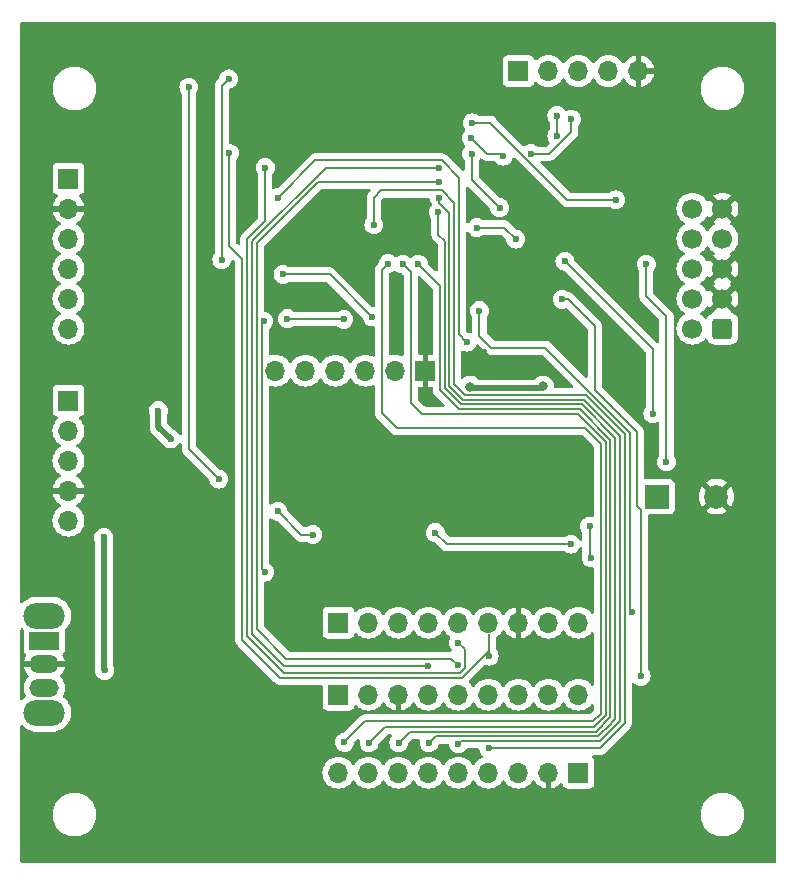
<source format=gbr>
%TF.GenerationSoftware,KiCad,Pcbnew,8.0.5*%
%TF.CreationDate,2024-10-15T02:56:10-05:00*%
%TF.ProjectId,werable_unit,77657261-626c-4655-9f75-6e69742e6b69,rev?*%
%TF.SameCoordinates,Original*%
%TF.FileFunction,Copper,L2,Bot*%
%TF.FilePolarity,Positive*%
%FSLAX46Y46*%
G04 Gerber Fmt 4.6, Leading zero omitted, Abs format (unit mm)*
G04 Created by KiCad (PCBNEW 8.0.5) date 2024-10-15 02:56:10*
%MOMM*%
%LPD*%
G01*
G04 APERTURE LIST*
G04 Aperture macros list*
%AMRoundRect*
0 Rectangle with rounded corners*
0 $1 Rounding radius*
0 $2 $3 $4 $5 $6 $7 $8 $9 X,Y pos of 4 corners*
0 Add a 4 corners polygon primitive as box body*
4,1,4,$2,$3,$4,$5,$6,$7,$8,$9,$2,$3,0*
0 Add four circle primitives for the rounded corners*
1,1,$1+$1,$2,$3*
1,1,$1+$1,$4,$5*
1,1,$1+$1,$6,$7*
1,1,$1+$1,$8,$9*
0 Add four rect primitives between the rounded corners*
20,1,$1+$1,$2,$3,$4,$5,0*
20,1,$1+$1,$4,$5,$6,$7,0*
20,1,$1+$1,$6,$7,$8,$9,0*
20,1,$1+$1,$8,$9,$2,$3,0*%
G04 Aperture macros list end*
%TA.AperFunction,ComponentPad*%
%ADD10R,1.700000X1.700000*%
%TD*%
%TA.AperFunction,ComponentPad*%
%ADD11O,1.700000X1.700000*%
%TD*%
%TA.AperFunction,ComponentPad*%
%ADD12O,2.500000X1.500000*%
%TD*%
%TA.AperFunction,ComponentPad*%
%ADD13R,2.500000X1.500000*%
%TD*%
%TA.AperFunction,ComponentPad*%
%ADD14O,3.500000X2.200000*%
%TD*%
%TA.AperFunction,ComponentPad*%
%ADD15RoundRect,0.250000X0.600000X0.600000X-0.600000X0.600000X-0.600000X-0.600000X0.600000X-0.600000X0*%
%TD*%
%TA.AperFunction,ComponentPad*%
%ADD16C,1.700000*%
%TD*%
%TA.AperFunction,ComponentPad*%
%ADD17R,2.000000X2.000000*%
%TD*%
%TA.AperFunction,ComponentPad*%
%ADD18C,2.000000*%
%TD*%
%TA.AperFunction,ViaPad*%
%ADD19C,0.600000*%
%TD*%
%TA.AperFunction,ViaPad*%
%ADD20C,0.800000*%
%TD*%
%TA.AperFunction,Conductor*%
%ADD21C,0.200000*%
%TD*%
%TA.AperFunction,Conductor*%
%ADD22C,0.500000*%
%TD*%
G04 APERTURE END LIST*
D10*
%TO.P,J15,1,VIN*%
%TO.N,+3V3*%
X96012000Y-105664000D03*
D11*
%TO.P,J15,2,3Vo*%
%TO.N,unconnected-(J15-3Vo-Pad2)*%
X98552000Y-105664000D03*
%TO.P,J15,3,GND*%
%TO.N,GND*%
X101092000Y-105664000D03*
%TO.P,J15,4,SCL*%
%TO.N,/6DOF_SCL*%
X103632000Y-105664000D03*
%TO.P,J15,5,SDA*%
%TO.N,/6DOF_SDA*%
X106172000Y-105664000D03*
%TO.P,J15,6,D0*%
%TO.N,unconnected-(J15-D0-Pad6)*%
X108712000Y-105664000D03*
%TO.P,J15,7,CS*%
%TO.N,unconnected-(J15-CS-Pad7)*%
X111252000Y-105664000D03*
%TO.P,J15,8,I1*%
%TO.N,unconnected-(J15-I1-Pad8)*%
X113792000Y-105664000D03*
%TO.P,J15,9,I2*%
%TO.N,unconnected-(J15-I2-Pad9)*%
X116332000Y-105664000D03*
%TD*%
D10*
%TO.P,J14,1,3.3V*%
%TO.N,unconnected-(J14-3.3V-Pad1)*%
X96012000Y-99568000D03*
D11*
%TO.P,J14,2,EN*%
%TO.N,unconnected-(J14-EN-Pad2)*%
X98552000Y-99568000D03*
%TO.P,J14,3,VBAT*%
%TO.N,unconnected-(J14-VBAT-Pad3)*%
X101092000Y-99568000D03*
%TO.P,J14,4,FIX*%
%TO.N,unconnected-(J14-FIX-Pad4)*%
X103632000Y-99568000D03*
%TO.P,J14,5,TX*%
%TO.N,/GPS_RX*%
X106172000Y-99568000D03*
%TO.P,J14,6,RX*%
%TO.N,/GPS_TX*%
X108712000Y-99568000D03*
%TO.P,J14,7,GND*%
%TO.N,GND*%
X111252000Y-99568000D03*
%TO.P,J14,8,VIN*%
%TO.N,+3V3*%
X113792000Y-99568000D03*
%TO.P,J14,9,PPS*%
%TO.N,unconnected-(J14-PPS-Pad9)*%
X116332000Y-99568000D03*
%TD*%
D12*
%TO.P,U7,3,3*%
%TO.N,Net-(J11-BAT)*%
X71120000Y-105092000D03*
%TO.P,U7,2,2*%
%TO.N,GND*%
X71120000Y-103092000D03*
D13*
%TO.P,U7,1,1*%
%TO.N,/VBAT*%
X71120000Y-101092000D03*
D14*
%TO.P,U7,*%
%TO.N,*%
X71120000Y-107192000D03*
X71120000Y-98992000D03*
%TD*%
D10*
%TO.P,J9,1,GND*%
%TO.N,GND*%
X103378000Y-78232000D03*
D11*
%TO.P,J9,2,3.3V*%
%TO.N,+3V3*%
X100838000Y-78232000D03*
%TO.P,J9,3,OUTPUT*%
%TO.N,/HR_OUTPUT*%
X98298000Y-78232000D03*
%TO.P,J9,4,LO-*%
%TO.N,/HR_LO-*%
X95758000Y-78232000D03*
%TO.P,J9,5,LO+*%
%TO.N,/HR_L0+*%
X93218000Y-78232000D03*
%TO.P,J9,6,SDN*%
%TO.N,unconnected-(J9-SDN-Pad6)*%
X90678000Y-78232000D03*
%TD*%
D15*
%TO.P,J12,1,VTref*%
%TO.N,Net-(J12-VTref)*%
X128524000Y-74676000D03*
D16*
%TO.P,J12,2,SWDIO/TMS*%
%TO.N,/MTMS*%
X125984000Y-74676000D03*
%TO.P,J12,3,GND*%
%TO.N,GND*%
X128524000Y-72136000D03*
%TO.P,J12,4,SWDCLK/TCK*%
%TO.N,/MTCK*%
X125984000Y-72136000D03*
%TO.P,J12,5,GND*%
%TO.N,GND*%
X128524000Y-69596000D03*
%TO.P,J12,6,SWO/TDO*%
%TO.N,/MTDO*%
X125984000Y-69596000D03*
%TO.P,J12,7,KEY*%
%TO.N,unconnected-(J12-KEY-Pad7)*%
X128524000Y-67056000D03*
%TO.P,J12,8,NC/TDI*%
%TO.N,/MTDI*%
X125984000Y-67056000D03*
%TO.P,J12,9,GNDDetect*%
%TO.N,GND*%
X128524000Y-64516000D03*
%TO.P,J12,10,~{RESET}*%
%TO.N,/CHIP_PU*%
X125984000Y-64516000D03*
%TD*%
D10*
%TO.P,J1,1,Pin_1*%
%TO.N,+3V3*%
X73152000Y-61976000D03*
D11*
%TO.P,J1,2,Pin_2*%
%TO.N,GND*%
X73152000Y-64516000D03*
%TO.P,J1,3,Pin_3*%
%TO.N,/GPIO5*%
X73152000Y-67056000D03*
%TO.P,J1,4,Pin_4*%
%TO.N,/GPIO6*%
X73152000Y-69596000D03*
%TO.P,J1,5,Pin_5*%
%TO.N,/GPIO7*%
X73152000Y-72136000D03*
%TO.P,J1,6,Pin_6*%
%TO.N,/GPIO15*%
X73152000Y-74676000D03*
%TD*%
D17*
%TO.P,U4,1,1*%
%TO.N,/BUZZER*%
X123016000Y-88900000D03*
D18*
%TO.P,U4,2,2*%
%TO.N,GND*%
X128016000Y-88900000D03*
%TD*%
D10*
%TO.P,J13,1,VIN*%
%TO.N,+3V3*%
X116332000Y-112268000D03*
D11*
%TO.P,J13,2,GND*%
%TO.N,GND*%
X113792000Y-112268000D03*
%TO.P,J13,3,EN*%
%TO.N,unconnected-(J13-EN-Pad3)*%
X111252000Y-112268000D03*
%TO.P,J13,4,G0*%
%TO.N,/LORA_G0*%
X108712000Y-112268000D03*
%TO.P,J13,5,SCK*%
%TO.N,/LORA_SCK*%
X106172000Y-112268000D03*
%TO.P,J13,6,MISO*%
%TO.N,/LORA_MISO*%
X103632000Y-112268000D03*
%TO.P,J13,7,MOSI*%
%TO.N,/LORA_MOSI*%
X101092000Y-112268000D03*
%TO.P,J13,8,CS*%
%TO.N,/LORA_CS*%
X98552000Y-112268000D03*
%TO.P,J13,9,RST*%
%TO.N,/LORA_RST*%
X96012000Y-112268000D03*
%TD*%
D10*
%TO.P,J11,1,5V*%
%TO.N,+5V*%
X73152000Y-80772000D03*
D11*
%TO.P,J11,2,D-*%
%TO.N,/D-*%
X73152000Y-83312000D03*
%TO.P,J11,3,D+*%
%TO.N,/D+*%
X73152000Y-85852000D03*
%TO.P,J11,4,GND*%
%TO.N,GND*%
X73152000Y-88392000D03*
%TO.P,J11,5,BAT*%
%TO.N,Net-(J11-BAT)*%
X73152000Y-90932000D03*
%TD*%
D10*
%TO.P,J8,1,Pin_1*%
%TO.N,/RTS*%
X111252000Y-52857400D03*
D11*
%TO.P,J8,2,Pin_2*%
%TO.N,/DTR*%
X113792000Y-52857400D03*
%TO.P,J8,3,Pin_3*%
%TO.N,/TX*%
X116332000Y-52857400D03*
%TO.P,J8,4,Pin_4*%
%TO.N,/RX*%
X118872000Y-52857400D03*
%TO.P,J8,5,Pin_5*%
%TO.N,GND*%
X121412000Y-52857400D03*
%TD*%
D19*
%TO.N,GND*%
X84700000Y-66380000D03*
X106780000Y-78170000D03*
X97950000Y-75880000D03*
X100930000Y-75950000D03*
X115280000Y-54730000D03*
X108950000Y-55710000D03*
X108900000Y-53740000D03*
X94910000Y-75930000D03*
X121930000Y-73540000D03*
X125020000Y-76430000D03*
X112300000Y-69140000D03*
X111470000Y-64790000D03*
X114230000Y-64430000D03*
X121910000Y-64350000D03*
X119190000Y-69110000D03*
X120370000Y-67100000D03*
X107620000Y-64400000D03*
X116850000Y-72000000D03*
X119940000Y-71760000D03*
X108110000Y-70130000D03*
X86830000Y-70170000D03*
X79900000Y-57190000D03*
X90970000Y-92550000D03*
X91110000Y-98020000D03*
X89930000Y-106750000D03*
X96080000Y-72450000D03*
X97230000Y-70440000D03*
X91370000Y-71810000D03*
X90820000Y-75420000D03*
X108340000Y-76690000D03*
X103320000Y-75276000D03*
X104860000Y-87760000D03*
X95810000Y-83270000D03*
X94160000Y-87800000D03*
X86520000Y-81030000D03*
X91240000Y-81890000D03*
X82780000Y-106100000D03*
%TO.N,Net-(J11-BAT)*%
X76130000Y-92360000D03*
X76210000Y-103620000D03*
%TO.N,/GPIO46_STRAPPING*%
X91320000Y-70090000D03*
X98860000Y-73680000D03*
%TO.N,+5V*%
X81790000Y-84020000D03*
X80770000Y-81620000D03*
%TO.N,/GPIO0_STRAPPING*%
X111020000Y-67090000D03*
X107740000Y-66120000D03*
X117270000Y-91400000D03*
X117420000Y-94070000D03*
X115190000Y-68970000D03*
X122630000Y-81870000D03*
%TO.N,/CHIP_PU*%
X93840000Y-92110000D03*
X90870000Y-90140000D03*
X85880000Y-87410000D03*
X83340000Y-54250000D03*
X104220000Y-91950000D03*
X115690000Y-92920000D03*
X123780000Y-85960000D03*
X122070000Y-69220000D03*
D20*
%TO.N,+3V3*%
X107176918Y-79589400D03*
X113343595Y-79568164D03*
D19*
%TO.N,/BUTTON_2*%
X121630000Y-104120000D03*
X114960000Y-72200000D03*
%TO.N,/BUTTON_1*%
X120837000Y-98660000D03*
X107950000Y-73150000D03*
%TO.N,/VBAT_SENSE*%
X86131400Y-68834000D03*
X89671400Y-74041000D03*
X89763600Y-95296000D03*
X86715600Y-53543200D03*
%TO.N,/RTS*%
X114503200Y-56642000D03*
X114503200Y-58394600D03*
%TO.N,/DTR*%
X112318800Y-59867800D03*
X115722400Y-56953800D03*
%TO.N,/MTCK*%
X109651800Y-64439800D03*
X107289600Y-59867800D03*
%TO.N,/MTDI*%
X119481600Y-63779400D03*
X107340400Y-57251600D03*
%TO.N,/MTDO*%
X107264200Y-58547000D03*
X109956600Y-60071000D03*
%TO.N,/GPIO3_STRAPPING*%
X96469200Y-73888600D03*
X91694000Y-73837800D03*
%TO.N,/BUZZER*%
X90893900Y-63588900D03*
X106900000Y-75810000D03*
%TO.N,/LORA_CS*%
X98602800Y-109753400D03*
X101447600Y-69215000D03*
%TO.N,/LORA_SCK*%
X104521000Y-63576200D03*
X106172000Y-109807200D03*
%TO.N,/LORA_G0*%
X99009200Y-65887600D03*
X108737400Y-110207200D03*
%TO.N,/LORA_MISO*%
X104470200Y-64820800D03*
X103682800Y-109753400D03*
%TO.N,/LORA_RST*%
X100228400Y-69164200D03*
X96520000Y-109702600D03*
%TO.N,/6DOF_SDA*%
X104521000Y-62230000D03*
X106121200Y-103174800D03*
%TO.N,/LORA_MOSI*%
X102768400Y-69215000D03*
X101117400Y-109728000D03*
%TO.N,/6DOF_SCL*%
X103632000Y-103225600D03*
X104521000Y-61036200D03*
%TO.N,/GPS_TX*%
X108762800Y-102412800D03*
X86766400Y-59817000D03*
%TO.N,/GPS_RX*%
X89814400Y-61036200D03*
X106172000Y-101269800D03*
%TD*%
D21*
%TO.N,/GPS_RX*%
X89814400Y-65557400D02*
X89814400Y-61036200D01*
X89823657Y-65566657D02*
X89814400Y-65557400D01*
X91423514Y-103825600D02*
X88271400Y-100673486D01*
X106721200Y-101819000D02*
X106721200Y-103423329D01*
X106318929Y-103825600D02*
X91423514Y-103825600D01*
X106721200Y-103423329D02*
X106318929Y-103825600D01*
X106172000Y-101269800D02*
X106721200Y-101819000D01*
X88271400Y-67118914D02*
X89823657Y-65566657D01*
X88271400Y-100673486D02*
X88271400Y-67118914D01*
D22*
%TO.N,Net-(J11-BAT)*%
X76130000Y-103540000D02*
X76130000Y-92360000D01*
X76210000Y-103620000D02*
X76130000Y-103540000D01*
D21*
%TO.N,/GPIO46_STRAPPING*%
X91320000Y-70090000D02*
X95270000Y-70090000D01*
X95270000Y-70090000D02*
X98860000Y-73680000D01*
D22*
%TO.N,+5V*%
X80770000Y-83000000D02*
X81790000Y-84020000D01*
X80770000Y-81620000D02*
X80770000Y-83000000D01*
D21*
%TO.N,/GPIO0_STRAPPING*%
X110050000Y-66120000D02*
X111020000Y-67090000D01*
X107740000Y-66120000D02*
X110050000Y-66120000D01*
X117270000Y-93920000D02*
X117270000Y-91400000D01*
X117420000Y-94070000D02*
X117270000Y-93920000D01*
X115190000Y-68970000D02*
X122630000Y-76410000D01*
X122630000Y-76410000D02*
X122630000Y-81870000D01*
%TO.N,/CHIP_PU*%
X92840000Y-92110000D02*
X93840000Y-92110000D01*
X90870000Y-90140000D02*
X92840000Y-92110000D01*
X83340000Y-84870000D02*
X85880000Y-87410000D01*
X83340000Y-54250000D02*
X83340000Y-84870000D01*
X105190000Y-92920000D02*
X104220000Y-91950000D01*
X115690000Y-92920000D02*
X105190000Y-92920000D01*
X123780000Y-73640000D02*
X123780000Y-85960000D01*
X122070000Y-71930000D02*
X123780000Y-73640000D01*
X122070000Y-69220000D02*
X122070000Y-71930000D01*
D22*
%TO.N,+3V3*%
X113343595Y-79568164D02*
X113172359Y-79739400D01*
X113172359Y-79739400D02*
X107170000Y-79739400D01*
X107170000Y-79596318D02*
X107176918Y-79589400D01*
X107170000Y-79739400D02*
X107170000Y-79596318D01*
D21*
%TO.N,/BUTTON_2*%
X121600000Y-104090000D02*
X121630000Y-104120000D01*
X121270000Y-83410000D02*
X121270000Y-89730000D01*
X117710000Y-79850000D02*
X121270000Y-83410000D01*
X117710000Y-74440000D02*
X117710000Y-79850000D01*
X121600000Y-103500000D02*
X121600000Y-104090000D01*
X115470000Y-72200000D02*
X117710000Y-74440000D01*
X114960000Y-72200000D02*
X115470000Y-72200000D01*
X121270000Y-89730000D02*
X121600000Y-90060000D01*
X121600000Y-90060000D02*
X121600000Y-103500000D01*
%TO.N,/BUTTON_1*%
X120710000Y-83483082D02*
X120710000Y-98660000D01*
X113516918Y-76290000D02*
X120710000Y-83483082D01*
X108950000Y-76290000D02*
X113516918Y-76290000D01*
X120710000Y-98660000D02*
X120837000Y-98660000D01*
X107950000Y-75290000D02*
X108950000Y-76290000D01*
X107950000Y-73150000D02*
X107950000Y-75290000D01*
%TO.N,/BUZZER*%
X106222800Y-75172800D02*
X106843600Y-75793600D01*
X104759929Y-60426600D02*
X106222800Y-61889471D01*
X94056200Y-60426600D02*
X104759929Y-60426600D01*
X90893900Y-63588900D02*
X94056200Y-60426600D01*
X106222800Y-61889471D02*
X106222800Y-75172800D01*
%TO.N,/VBAT_SENSE*%
X86131400Y-54127400D02*
X86715600Y-53543200D01*
X89528000Y-95060400D02*
X89528000Y-74184400D01*
X89528000Y-74184400D02*
X89671400Y-74041000D01*
X86131400Y-68834000D02*
X86131400Y-54127400D01*
X89763600Y-95296000D02*
X89528000Y-95060400D01*
%TO.N,/RTS*%
X114503200Y-58394600D02*
X114503200Y-56642000D01*
%TO.N,/DTR*%
X112318800Y-59867800D02*
X113878529Y-59867800D01*
X115722400Y-58023929D02*
X115722400Y-56953800D01*
X113878529Y-59867800D02*
X115722400Y-58023929D01*
%TO.N,/MTCK*%
X109651800Y-64439800D02*
X107289600Y-62077600D01*
X107289600Y-62077600D02*
X107289600Y-59867800D01*
%TO.N,/MTDI*%
X108854071Y-57251600D02*
X107340400Y-57251600D01*
X115381871Y-63779400D02*
X108854071Y-57251600D01*
X119481600Y-63779400D02*
X115381871Y-63779400D01*
%TO.N,/MTDO*%
X109956600Y-60071000D02*
X109753400Y-59867800D01*
X108585000Y-59867800D02*
X107264200Y-58547000D01*
X109753400Y-59867800D02*
X108585000Y-59867800D01*
%TO.N,/GPIO3_STRAPPING*%
X91744800Y-73888600D02*
X91694000Y-73837800D01*
X96469200Y-73888600D02*
X91744800Y-73888600D01*
%TO.N,/LORA_CS*%
X102133400Y-80949800D02*
X102133400Y-69900800D01*
X102133400Y-69900800D02*
X101447600Y-69215000D01*
X116288086Y-81889600D02*
X103073200Y-81889600D01*
X99949000Y-108407200D02*
X117659686Y-108407200D01*
X103073200Y-81889600D02*
X102133400Y-80949800D01*
X117659686Y-108407200D02*
X118637000Y-107429886D01*
X118637000Y-84238514D02*
X116288086Y-81889600D01*
X98602800Y-109753400D02*
X99949000Y-108407200D01*
X118637000Y-107429886D02*
X118637000Y-84238514D01*
%TO.N,/LORA_SCK*%
X106172000Y-109807200D02*
X106372000Y-109607200D01*
X116785144Y-80689600D02*
X106578400Y-80689600D01*
X118156744Y-109607200D02*
X119837000Y-107926944D01*
X105397200Y-79508400D02*
X105397200Y-64899271D01*
X104521000Y-64023071D02*
X104521000Y-63576200D01*
X119837000Y-83741456D02*
X119602685Y-83507142D01*
X119532400Y-83436856D02*
X116785144Y-80689600D01*
X119837000Y-107926944D02*
X119837000Y-83741456D01*
X106372000Y-109607200D02*
X118156744Y-109607200D01*
X119602685Y-83507142D02*
X119532400Y-83436856D01*
X105397200Y-64899271D02*
X104521000Y-64023071D01*
X106578400Y-80689600D02*
X105397200Y-79508400D01*
%TO.N,/LORA_G0*%
X108737400Y-110207200D02*
X118122429Y-110207200D01*
X106743886Y-80289400D02*
X105797200Y-79342714D01*
X104769529Y-62976200D02*
X99609200Y-62976200D01*
X118322430Y-110007200D02*
X120237000Y-108092630D01*
X99009200Y-63576200D02*
X99009200Y-65887600D01*
X105797200Y-64003871D02*
X104769529Y-62976200D01*
X118122429Y-110207200D02*
X118322430Y-110007200D01*
X116950632Y-80289400D02*
X106743886Y-80289400D01*
X105797200Y-79342714D02*
X105797200Y-64003871D01*
X99609200Y-62976200D02*
X99009200Y-63576200D01*
X120237000Y-83575768D02*
X116950632Y-80289400D01*
X120237000Y-108092630D02*
X120237000Y-83575768D01*
%TO.N,/LORA_MISO*%
X106388486Y-81089600D02*
X116619458Y-81089600D01*
X104229000Y-109207200D02*
X103682800Y-109753400D01*
X117991058Y-109207200D02*
X104229000Y-109207200D01*
X104997200Y-67240200D02*
X104997200Y-79698314D01*
X119437000Y-107761258D02*
X119202685Y-107995572D01*
X104997200Y-79698314D02*
X106388486Y-81089600D01*
X104470200Y-66713200D02*
X104997200Y-67240200D01*
X119075200Y-108123058D02*
X117991058Y-109207200D01*
X104470200Y-64820800D02*
X104470200Y-66713200D01*
X116619458Y-81089600D02*
X119437000Y-83907142D01*
X119202685Y-107995572D02*
X119075200Y-108123058D01*
X119437000Y-83907142D02*
X119437000Y-107761258D01*
%TO.N,/LORA_RST*%
X96520000Y-109702600D02*
X98298000Y-107924600D01*
X116916200Y-83083400D02*
X100939600Y-83083400D01*
X118237000Y-84404200D02*
X116916200Y-83083400D01*
X98298000Y-107924600D02*
X117576600Y-107924600D01*
X118237000Y-107264200D02*
X118237000Y-84404200D01*
X117576600Y-107924600D02*
X118237000Y-107264200D01*
X99688000Y-81831800D02*
X99688000Y-69704600D01*
X100939600Y-83083400D02*
X99688000Y-81831800D01*
X99688000Y-69704600D02*
X100228400Y-69164200D01*
%TO.N,/6DOF_SDA*%
X105572000Y-102625600D02*
X91602000Y-102625600D01*
X89071400Y-67450286D02*
X94291686Y-62230000D01*
X89071400Y-100095000D02*
X89071400Y-67450286D01*
X94291686Y-62230000D02*
X104521000Y-62230000D01*
X91602000Y-102625600D02*
X89071400Y-100095000D01*
X106121200Y-103174800D02*
X105572000Y-102625600D01*
%TO.N,/LORA_MOSI*%
X116453772Y-81489600D02*
X106222800Y-81489600D01*
X106222800Y-81489600D02*
X104597200Y-79864000D01*
X119037000Y-107595572D02*
X119037000Y-84072828D01*
X104597200Y-79864000D02*
X104597200Y-75666600D01*
X104597200Y-75666600D02*
X104597200Y-71043800D01*
X104597200Y-71043800D02*
X102768400Y-69215000D01*
X101117400Y-109728000D02*
X102038200Y-108807200D01*
X117652800Y-108807200D02*
X117825372Y-108807200D01*
X119037000Y-84072828D02*
X116453772Y-81489600D01*
X117825372Y-108807200D02*
X119037000Y-107595572D01*
X102038200Y-108807200D02*
X117652800Y-108807200D01*
%TO.N,/6DOF_SCL*%
X88671400Y-67284600D02*
X94919800Y-61036200D01*
X88671400Y-100507800D02*
X88671400Y-67284600D01*
X94919800Y-61036200D02*
X104521000Y-61036200D01*
X91389200Y-103225600D02*
X88671400Y-100507800D01*
X103632000Y-103225600D02*
X91389200Y-103225600D01*
%TO.N,/GPS_TX*%
X90992057Y-104156142D02*
X87871400Y-101035485D01*
X86766400Y-67691000D02*
X86766400Y-59817000D01*
X108762800Y-100532454D02*
X108762800Y-101947415D01*
X108762800Y-102412800D02*
X108762800Y-100532454D01*
X87871400Y-101035485D02*
X87871400Y-95605600D01*
X87871400Y-68796000D02*
X86766400Y-67691000D01*
X91071115Y-104235200D02*
X90992057Y-104156142D01*
X106475015Y-104235200D02*
X91071115Y-104235200D01*
X87871400Y-95605600D02*
X87871400Y-68796000D01*
X108762800Y-101947415D02*
X106475015Y-104235200D01*
%TD*%
%TA.AperFunction,Conductor*%
%TO.N,GND*%
G36*
X111502000Y-100898633D02*
G01*
X111715483Y-100841433D01*
X111715492Y-100841429D01*
X111929578Y-100741600D01*
X112123082Y-100606105D01*
X112290105Y-100439082D01*
X112420119Y-100253405D01*
X112474696Y-100209781D01*
X112544195Y-100202588D01*
X112606549Y-100234110D01*
X112623269Y-100253405D01*
X112753505Y-100439401D01*
X112920599Y-100606495D01*
X113017384Y-100674265D01*
X113114165Y-100742032D01*
X113114167Y-100742033D01*
X113114170Y-100742035D01*
X113328337Y-100841903D01*
X113556592Y-100903063D01*
X113733034Y-100918500D01*
X113791999Y-100923659D01*
X113792000Y-100923659D01*
X113792001Y-100923659D01*
X113850966Y-100918500D01*
X114027408Y-100903063D01*
X114255663Y-100841903D01*
X114469830Y-100742035D01*
X114663401Y-100606495D01*
X114830495Y-100439401D01*
X114960425Y-100253842D01*
X115015002Y-100210217D01*
X115084500Y-100203023D01*
X115146855Y-100234546D01*
X115163575Y-100253842D01*
X115293281Y-100439082D01*
X115293505Y-100439401D01*
X115460599Y-100606495D01*
X115557384Y-100674265D01*
X115654165Y-100742032D01*
X115654167Y-100742033D01*
X115654170Y-100742035D01*
X115868337Y-100841903D01*
X116096592Y-100903063D01*
X116273034Y-100918500D01*
X116331999Y-100923659D01*
X116332000Y-100923659D01*
X116332001Y-100923659D01*
X116390966Y-100918500D01*
X116567408Y-100903063D01*
X116795663Y-100841903D01*
X117009830Y-100742035D01*
X117203401Y-100606495D01*
X117370495Y-100439401D01*
X117410925Y-100381660D01*
X117465502Y-100338036D01*
X117535000Y-100330842D01*
X117597355Y-100362365D01*
X117632769Y-100422594D01*
X117636500Y-100452784D01*
X117636500Y-104779215D01*
X117616815Y-104846254D01*
X117564011Y-104892009D01*
X117494853Y-104901953D01*
X117431297Y-104872928D01*
X117410925Y-104850339D01*
X117399866Y-104834546D01*
X117370495Y-104792599D01*
X117370493Y-104792597D01*
X117370491Y-104792594D01*
X117203402Y-104625506D01*
X117203395Y-104625501D01*
X117198769Y-104622262D01*
X117063353Y-104527442D01*
X117009834Y-104489967D01*
X117009830Y-104489965D01*
X116965990Y-104469522D01*
X116795663Y-104390097D01*
X116795659Y-104390096D01*
X116795655Y-104390094D01*
X116567413Y-104328938D01*
X116567403Y-104328936D01*
X116332001Y-104308341D01*
X116331999Y-104308341D01*
X116096596Y-104328936D01*
X116096586Y-104328938D01*
X115868344Y-104390094D01*
X115868335Y-104390098D01*
X115654171Y-104489964D01*
X115654169Y-104489965D01*
X115460597Y-104625505D01*
X115293505Y-104792597D01*
X115163575Y-104978158D01*
X115108998Y-105021783D01*
X115039500Y-105028977D01*
X114977145Y-104997454D01*
X114960425Y-104978158D01*
X114830494Y-104792597D01*
X114663402Y-104625506D01*
X114663395Y-104625501D01*
X114658769Y-104622262D01*
X114523353Y-104527442D01*
X114469834Y-104489967D01*
X114469830Y-104489965D01*
X114425990Y-104469522D01*
X114255663Y-104390097D01*
X114255659Y-104390096D01*
X114255655Y-104390094D01*
X114027413Y-104328938D01*
X114027403Y-104328936D01*
X113792001Y-104308341D01*
X113791999Y-104308341D01*
X113556596Y-104328936D01*
X113556586Y-104328938D01*
X113328344Y-104390094D01*
X113328335Y-104390098D01*
X113114171Y-104489964D01*
X113114169Y-104489965D01*
X112920597Y-104625505D01*
X112753505Y-104792597D01*
X112623575Y-104978158D01*
X112568998Y-105021783D01*
X112499500Y-105028977D01*
X112437145Y-104997454D01*
X112420425Y-104978158D01*
X112290494Y-104792597D01*
X112123402Y-104625506D01*
X112123395Y-104625501D01*
X112118769Y-104622262D01*
X111983353Y-104527442D01*
X111929834Y-104489967D01*
X111929830Y-104489965D01*
X111885990Y-104469522D01*
X111715663Y-104390097D01*
X111715659Y-104390096D01*
X111715655Y-104390094D01*
X111487413Y-104328938D01*
X111487403Y-104328936D01*
X111252001Y-104308341D01*
X111251999Y-104308341D01*
X111016596Y-104328936D01*
X111016586Y-104328938D01*
X110788344Y-104390094D01*
X110788335Y-104390098D01*
X110574171Y-104489964D01*
X110574169Y-104489965D01*
X110380597Y-104625505D01*
X110213505Y-104792597D01*
X110083575Y-104978158D01*
X110028998Y-105021783D01*
X109959500Y-105028977D01*
X109897145Y-104997454D01*
X109880425Y-104978158D01*
X109750494Y-104792597D01*
X109583402Y-104625506D01*
X109583395Y-104625501D01*
X109578769Y-104622262D01*
X109443353Y-104527442D01*
X109389834Y-104489967D01*
X109389830Y-104489965D01*
X109345990Y-104469522D01*
X109175663Y-104390097D01*
X109175659Y-104390096D01*
X109175655Y-104390094D01*
X108947413Y-104328938D01*
X108947403Y-104328936D01*
X108712001Y-104308341D01*
X108711999Y-104308341D01*
X108476596Y-104328936D01*
X108476586Y-104328938D01*
X108248344Y-104390094D01*
X108248335Y-104390098D01*
X108034171Y-104489964D01*
X108034169Y-104489965D01*
X107840597Y-104625505D01*
X107673505Y-104792597D01*
X107543575Y-104978158D01*
X107488998Y-105021783D01*
X107419500Y-105028977D01*
X107357145Y-104997454D01*
X107340425Y-104978158D01*
X107210494Y-104792597D01*
X107076354Y-104658457D01*
X107042869Y-104597134D01*
X107047853Y-104527442D01*
X107076352Y-104483097D01*
X108363803Y-103195645D01*
X108425124Y-103162162D01*
X108492434Y-103166286D01*
X108583545Y-103198168D01*
X108583549Y-103198168D01*
X108583553Y-103198169D01*
X108762796Y-103218365D01*
X108762800Y-103218365D01*
X108762804Y-103218365D01*
X108942049Y-103198169D01*
X108942052Y-103198168D01*
X108942055Y-103198168D01*
X109112322Y-103138589D01*
X109265062Y-103042616D01*
X109392616Y-102915062D01*
X109488589Y-102762322D01*
X109548168Y-102592055D01*
X109548169Y-102592049D01*
X109568365Y-102412803D01*
X109568365Y-102412796D01*
X109548169Y-102233550D01*
X109548168Y-102233545D01*
X109536271Y-102199546D01*
X109488589Y-102063278D01*
X109392616Y-101910538D01*
X109392614Y-101910536D01*
X109392613Y-101910534D01*
X109390350Y-101907696D01*
X109389459Y-101905515D01*
X109388911Y-101904642D01*
X109389064Y-101904545D01*
X109363944Y-101843009D01*
X109363300Y-101830387D01*
X109363300Y-100825161D01*
X109382985Y-100758122D01*
X109416175Y-100723587D01*
X109583401Y-100606495D01*
X109750495Y-100439401D01*
X109880730Y-100253405D01*
X109935307Y-100209781D01*
X110004805Y-100202587D01*
X110067160Y-100234110D01*
X110083879Y-100253405D01*
X110213890Y-100439078D01*
X110380917Y-100606105D01*
X110574421Y-100741600D01*
X110788507Y-100841429D01*
X110788516Y-100841433D01*
X111002000Y-100898634D01*
X111002000Y-100001012D01*
X111059007Y-100033925D01*
X111186174Y-100068000D01*
X111317826Y-100068000D01*
X111444993Y-100033925D01*
X111502000Y-100001012D01*
X111502000Y-100898633D01*
G37*
%TD.AperFunction*%
%TA.AperFunction,Conductor*%
G36*
X97112855Y-78898546D02*
G01*
X97129575Y-78917842D01*
X97252907Y-79093979D01*
X97259505Y-79103401D01*
X97426599Y-79270495D01*
X97508499Y-79327842D01*
X97620165Y-79406032D01*
X97620167Y-79406033D01*
X97620170Y-79406035D01*
X97834337Y-79505903D01*
X98062592Y-79567063D01*
X98233319Y-79582000D01*
X98297999Y-79587659D01*
X98298000Y-79587659D01*
X98298001Y-79587659D01*
X98362681Y-79582000D01*
X98533408Y-79567063D01*
X98761663Y-79505903D01*
X98911096Y-79436220D01*
X98980172Y-79425729D01*
X99043956Y-79454249D01*
X99082196Y-79512725D01*
X99087500Y-79548603D01*
X99087500Y-81745130D01*
X99087499Y-81745148D01*
X99087499Y-81910854D01*
X99087498Y-81910854D01*
X99128423Y-82063585D01*
X99157358Y-82113700D01*
X99157359Y-82113704D01*
X99157360Y-82113704D01*
X99207479Y-82200514D01*
X99207481Y-82200517D01*
X99326349Y-82319385D01*
X99326354Y-82319389D01*
X100570884Y-83563920D01*
X100570886Y-83563921D01*
X100570890Y-83563924D01*
X100707809Y-83642973D01*
X100707816Y-83642977D01*
X100860543Y-83683901D01*
X100860545Y-83683901D01*
X101026254Y-83683901D01*
X101026270Y-83683900D01*
X116616103Y-83683900D01*
X116683142Y-83703585D01*
X116703784Y-83720219D01*
X117600181Y-84616616D01*
X117633666Y-84677939D01*
X117636500Y-84704297D01*
X117636500Y-90505389D01*
X117616815Y-90572428D01*
X117564011Y-90618183D01*
X117494853Y-90628127D01*
X117471548Y-90622431D01*
X117449264Y-90614634D01*
X117449249Y-90614630D01*
X117270004Y-90594435D01*
X117269996Y-90594435D01*
X117090750Y-90614630D01*
X117090745Y-90614631D01*
X116920476Y-90674211D01*
X116767737Y-90770184D01*
X116640184Y-90897737D01*
X116544211Y-91050476D01*
X116484631Y-91220745D01*
X116484630Y-91220750D01*
X116464435Y-91399996D01*
X116464435Y-91400003D01*
X116484630Y-91579249D01*
X116484631Y-91579254D01*
X116544211Y-91749523D01*
X116578065Y-91803401D01*
X116639255Y-91900784D01*
X116640185Y-91902263D01*
X116642445Y-91905097D01*
X116643334Y-91907275D01*
X116643889Y-91908158D01*
X116643734Y-91908255D01*
X116668855Y-91969783D01*
X116669500Y-91982412D01*
X116669500Y-92565728D01*
X116649815Y-92632767D01*
X116597011Y-92678522D01*
X116527853Y-92688466D01*
X116464297Y-92659441D01*
X116428459Y-92606683D01*
X116415791Y-92570480D01*
X116319815Y-92417737D01*
X116192262Y-92290184D01*
X116039523Y-92194211D01*
X115869254Y-92134631D01*
X115869249Y-92134630D01*
X115690004Y-92114435D01*
X115689996Y-92114435D01*
X115510750Y-92134630D01*
X115510745Y-92134631D01*
X115340476Y-92194211D01*
X115187736Y-92290185D01*
X115184903Y-92292445D01*
X115182724Y-92293334D01*
X115181842Y-92293889D01*
X115181744Y-92293734D01*
X115120217Y-92318855D01*
X115107588Y-92319500D01*
X105490097Y-92319500D01*
X105423058Y-92299815D01*
X105402416Y-92283181D01*
X105050700Y-91931465D01*
X105017215Y-91870142D01*
X105015163Y-91857686D01*
X105005368Y-91770745D01*
X104945789Y-91600478D01*
X104849816Y-91447738D01*
X104722262Y-91320184D01*
X104697198Y-91304435D01*
X104569523Y-91224211D01*
X104399254Y-91164631D01*
X104399249Y-91164630D01*
X104220004Y-91144435D01*
X104219996Y-91144435D01*
X104040750Y-91164630D01*
X104040745Y-91164631D01*
X103870476Y-91224211D01*
X103717737Y-91320184D01*
X103590184Y-91447737D01*
X103494211Y-91600476D01*
X103434631Y-91770745D01*
X103434630Y-91770750D01*
X103414435Y-91949996D01*
X103414435Y-91950003D01*
X103434630Y-92129249D01*
X103434631Y-92129254D01*
X103494211Y-92299523D01*
X103568490Y-92417737D01*
X103590184Y-92452262D01*
X103717738Y-92579816D01*
X103870478Y-92675789D01*
X104040745Y-92735368D01*
X104127669Y-92745161D01*
X104192080Y-92772226D01*
X104201465Y-92780700D01*
X104705139Y-93284374D01*
X104705149Y-93284385D01*
X104709479Y-93288715D01*
X104709480Y-93288716D01*
X104821284Y-93400520D01*
X104888767Y-93439481D01*
X104958215Y-93479577D01*
X105110943Y-93520500D01*
X115107588Y-93520500D01*
X115174627Y-93540185D01*
X115184903Y-93547555D01*
X115187736Y-93549814D01*
X115187738Y-93549816D01*
X115340478Y-93645789D01*
X115510745Y-93705368D01*
X115510750Y-93705369D01*
X115689996Y-93725565D01*
X115690000Y-93725565D01*
X115690004Y-93725565D01*
X115869249Y-93705369D01*
X115869252Y-93705368D01*
X115869255Y-93705368D01*
X116039522Y-93645789D01*
X116192262Y-93549816D01*
X116319816Y-93422262D01*
X116415789Y-93269522D01*
X116428458Y-93233315D01*
X116469180Y-93176540D01*
X116534133Y-93150793D01*
X116602694Y-93164249D01*
X116653097Y-93212636D01*
X116669500Y-93274271D01*
X116669500Y-93770028D01*
X116662542Y-93810982D01*
X116634631Y-93890747D01*
X116614435Y-94069996D01*
X116614435Y-94070003D01*
X116634630Y-94249249D01*
X116634631Y-94249254D01*
X116694211Y-94419523D01*
X116751904Y-94511340D01*
X116790184Y-94572262D01*
X116917738Y-94699816D01*
X117008080Y-94756582D01*
X117067213Y-94793738D01*
X117070478Y-94795789D01*
X117203499Y-94842335D01*
X117240745Y-94855368D01*
X117240750Y-94855369D01*
X117419996Y-94875565D01*
X117420000Y-94875565D01*
X117420002Y-94875565D01*
X117463012Y-94870718D01*
X117498616Y-94866707D01*
X117567438Y-94878761D01*
X117618817Y-94926110D01*
X117636500Y-94989927D01*
X117636500Y-98683215D01*
X117616815Y-98750254D01*
X117564011Y-98796009D01*
X117494853Y-98805953D01*
X117431297Y-98776928D01*
X117410925Y-98754339D01*
X117399866Y-98738546D01*
X117370495Y-98696599D01*
X117370493Y-98696597D01*
X117370491Y-98696594D01*
X117203402Y-98529506D01*
X117203395Y-98529501D01*
X117009834Y-98393967D01*
X117009830Y-98393965D01*
X116974780Y-98377621D01*
X116795663Y-98294097D01*
X116795659Y-98294096D01*
X116795655Y-98294094D01*
X116567413Y-98232938D01*
X116567403Y-98232936D01*
X116332001Y-98212341D01*
X116331999Y-98212341D01*
X116096596Y-98232936D01*
X116096586Y-98232938D01*
X115868344Y-98294094D01*
X115868335Y-98294098D01*
X115654171Y-98393964D01*
X115654169Y-98393965D01*
X115460597Y-98529505D01*
X115293505Y-98696597D01*
X115163575Y-98882158D01*
X115108998Y-98925783D01*
X115039500Y-98932977D01*
X114977145Y-98901454D01*
X114960425Y-98882158D01*
X114830494Y-98696597D01*
X114663402Y-98529506D01*
X114663395Y-98529501D01*
X114469834Y-98393967D01*
X114469830Y-98393965D01*
X114434780Y-98377621D01*
X114255663Y-98294097D01*
X114255659Y-98294096D01*
X114255655Y-98294094D01*
X114027413Y-98232938D01*
X114027403Y-98232936D01*
X113792001Y-98212341D01*
X113791999Y-98212341D01*
X113556596Y-98232936D01*
X113556586Y-98232938D01*
X113328344Y-98294094D01*
X113328335Y-98294098D01*
X113114171Y-98393964D01*
X113114169Y-98393965D01*
X112920597Y-98529505D01*
X112753508Y-98696594D01*
X112623269Y-98882595D01*
X112568692Y-98926219D01*
X112499193Y-98933412D01*
X112436839Y-98901890D01*
X112420119Y-98882594D01*
X112290113Y-98696926D01*
X112290108Y-98696920D01*
X112123082Y-98529894D01*
X111929578Y-98394399D01*
X111715492Y-98294570D01*
X111715486Y-98294567D01*
X111502000Y-98237364D01*
X111502000Y-99134988D01*
X111444993Y-99102075D01*
X111317826Y-99068000D01*
X111186174Y-99068000D01*
X111059007Y-99102075D01*
X111002000Y-99134988D01*
X111002000Y-98237364D01*
X111001999Y-98237364D01*
X110788513Y-98294567D01*
X110788507Y-98294570D01*
X110574422Y-98394399D01*
X110574420Y-98394400D01*
X110380926Y-98529886D01*
X110380920Y-98529891D01*
X110213891Y-98696920D01*
X110213890Y-98696922D01*
X110083880Y-98882595D01*
X110029303Y-98926219D01*
X109959804Y-98933412D01*
X109897450Y-98901890D01*
X109880730Y-98882594D01*
X109750494Y-98696597D01*
X109583402Y-98529506D01*
X109583395Y-98529501D01*
X109389834Y-98393967D01*
X109389830Y-98393965D01*
X109354780Y-98377621D01*
X109175663Y-98294097D01*
X109175659Y-98294096D01*
X109175655Y-98294094D01*
X108947413Y-98232938D01*
X108947403Y-98232936D01*
X108712001Y-98212341D01*
X108711999Y-98212341D01*
X108476596Y-98232936D01*
X108476586Y-98232938D01*
X108248344Y-98294094D01*
X108248335Y-98294098D01*
X108034171Y-98393964D01*
X108034169Y-98393965D01*
X107840597Y-98529505D01*
X107673505Y-98696597D01*
X107543575Y-98882158D01*
X107488998Y-98925783D01*
X107419500Y-98932977D01*
X107357145Y-98901454D01*
X107340425Y-98882158D01*
X107210494Y-98696597D01*
X107043402Y-98529506D01*
X107043395Y-98529501D01*
X106849834Y-98393967D01*
X106849830Y-98393965D01*
X106814780Y-98377621D01*
X106635663Y-98294097D01*
X106635659Y-98294096D01*
X106635655Y-98294094D01*
X106407413Y-98232938D01*
X106407403Y-98232936D01*
X106172001Y-98212341D01*
X106171999Y-98212341D01*
X105936596Y-98232936D01*
X105936586Y-98232938D01*
X105708344Y-98294094D01*
X105708335Y-98294098D01*
X105494171Y-98393964D01*
X105494169Y-98393965D01*
X105300597Y-98529505D01*
X105133505Y-98696597D01*
X105003575Y-98882158D01*
X104948998Y-98925783D01*
X104879500Y-98932977D01*
X104817145Y-98901454D01*
X104800425Y-98882158D01*
X104670494Y-98696597D01*
X104503402Y-98529506D01*
X104503395Y-98529501D01*
X104309834Y-98393967D01*
X104309830Y-98393965D01*
X104274780Y-98377621D01*
X104095663Y-98294097D01*
X104095659Y-98294096D01*
X104095655Y-98294094D01*
X103867413Y-98232938D01*
X103867403Y-98232936D01*
X103632001Y-98212341D01*
X103631999Y-98212341D01*
X103396596Y-98232936D01*
X103396586Y-98232938D01*
X103168344Y-98294094D01*
X103168335Y-98294098D01*
X102954171Y-98393964D01*
X102954169Y-98393965D01*
X102760597Y-98529505D01*
X102593505Y-98696597D01*
X102463575Y-98882158D01*
X102408998Y-98925783D01*
X102339500Y-98932977D01*
X102277145Y-98901454D01*
X102260425Y-98882158D01*
X102130494Y-98696597D01*
X101963402Y-98529506D01*
X101963395Y-98529501D01*
X101769834Y-98393967D01*
X101769830Y-98393965D01*
X101734780Y-98377621D01*
X101555663Y-98294097D01*
X101555659Y-98294096D01*
X101555655Y-98294094D01*
X101327413Y-98232938D01*
X101327403Y-98232936D01*
X101092001Y-98212341D01*
X101091999Y-98212341D01*
X100856596Y-98232936D01*
X100856586Y-98232938D01*
X100628344Y-98294094D01*
X100628335Y-98294098D01*
X100414171Y-98393964D01*
X100414169Y-98393965D01*
X100220597Y-98529505D01*
X100053505Y-98696597D01*
X99923575Y-98882158D01*
X99868998Y-98925783D01*
X99799500Y-98932977D01*
X99737145Y-98901454D01*
X99720425Y-98882158D01*
X99590494Y-98696597D01*
X99423402Y-98529506D01*
X99423395Y-98529501D01*
X99229834Y-98393967D01*
X99229830Y-98393965D01*
X99194780Y-98377621D01*
X99015663Y-98294097D01*
X99015659Y-98294096D01*
X99015655Y-98294094D01*
X98787413Y-98232938D01*
X98787403Y-98232936D01*
X98552001Y-98212341D01*
X98551999Y-98212341D01*
X98316596Y-98232936D01*
X98316586Y-98232938D01*
X98088344Y-98294094D01*
X98088335Y-98294098D01*
X97874171Y-98393964D01*
X97874169Y-98393965D01*
X97680600Y-98529503D01*
X97558673Y-98651430D01*
X97497350Y-98684914D01*
X97427658Y-98679930D01*
X97371725Y-98638058D01*
X97354810Y-98607081D01*
X97305797Y-98475671D01*
X97305793Y-98475664D01*
X97219547Y-98360455D01*
X97219544Y-98360452D01*
X97104335Y-98274206D01*
X97104328Y-98274202D01*
X96969482Y-98223908D01*
X96969483Y-98223908D01*
X96909883Y-98217501D01*
X96909881Y-98217500D01*
X96909873Y-98217500D01*
X96909864Y-98217500D01*
X95114129Y-98217500D01*
X95114123Y-98217501D01*
X95054516Y-98223908D01*
X94919671Y-98274202D01*
X94919664Y-98274206D01*
X94804455Y-98360452D01*
X94804452Y-98360455D01*
X94718206Y-98475664D01*
X94718202Y-98475671D01*
X94667908Y-98610517D01*
X94661501Y-98670116D01*
X94661500Y-98670135D01*
X94661500Y-100465870D01*
X94661501Y-100465876D01*
X94667908Y-100525483D01*
X94718202Y-100660328D01*
X94718206Y-100660335D01*
X94804452Y-100775544D01*
X94804455Y-100775547D01*
X94919664Y-100861793D01*
X94919671Y-100861797D01*
X95054517Y-100912091D01*
X95054516Y-100912091D01*
X95061444Y-100912835D01*
X95114127Y-100918500D01*
X96909872Y-100918499D01*
X96969483Y-100912091D01*
X97104331Y-100861796D01*
X97219546Y-100775546D01*
X97305796Y-100660331D01*
X97354810Y-100528916D01*
X97396681Y-100472984D01*
X97462145Y-100448566D01*
X97530418Y-100463417D01*
X97558673Y-100484569D01*
X97680599Y-100606495D01*
X97777384Y-100674265D01*
X97874165Y-100742032D01*
X97874167Y-100742033D01*
X97874170Y-100742035D01*
X98088337Y-100841903D01*
X98316592Y-100903063D01*
X98493034Y-100918500D01*
X98551999Y-100923659D01*
X98552000Y-100923659D01*
X98552001Y-100923659D01*
X98610966Y-100918500D01*
X98787408Y-100903063D01*
X99015663Y-100841903D01*
X99229830Y-100742035D01*
X99423401Y-100606495D01*
X99590495Y-100439401D01*
X99720425Y-100253842D01*
X99775002Y-100210217D01*
X99844500Y-100203023D01*
X99906855Y-100234546D01*
X99923575Y-100253842D01*
X100053281Y-100439082D01*
X100053505Y-100439401D01*
X100220599Y-100606495D01*
X100317384Y-100674265D01*
X100414165Y-100742032D01*
X100414167Y-100742033D01*
X100414170Y-100742035D01*
X100628337Y-100841903D01*
X100856592Y-100903063D01*
X101033034Y-100918500D01*
X101091999Y-100923659D01*
X101092000Y-100923659D01*
X101092001Y-100923659D01*
X101150966Y-100918500D01*
X101327408Y-100903063D01*
X101555663Y-100841903D01*
X101769830Y-100742035D01*
X101963401Y-100606495D01*
X102130495Y-100439401D01*
X102260425Y-100253842D01*
X102315002Y-100210217D01*
X102384500Y-100203023D01*
X102446855Y-100234546D01*
X102463575Y-100253842D01*
X102593281Y-100439082D01*
X102593505Y-100439401D01*
X102760599Y-100606495D01*
X102857384Y-100674265D01*
X102954165Y-100742032D01*
X102954167Y-100742033D01*
X102954170Y-100742035D01*
X103168337Y-100841903D01*
X103396592Y-100903063D01*
X103573034Y-100918500D01*
X103631999Y-100923659D01*
X103632000Y-100923659D01*
X103632001Y-100923659D01*
X103690966Y-100918500D01*
X103867408Y-100903063D01*
X104095663Y-100841903D01*
X104309830Y-100742035D01*
X104503401Y-100606495D01*
X104670495Y-100439401D01*
X104800425Y-100253842D01*
X104855002Y-100210217D01*
X104924500Y-100203023D01*
X104986855Y-100234546D01*
X105003575Y-100253842D01*
X105133281Y-100439082D01*
X105133505Y-100439401D01*
X105300599Y-100606495D01*
X105442010Y-100705512D01*
X105485634Y-100760089D01*
X105492827Y-100829588D01*
X105475880Y-100873058D01*
X105446212Y-100920274D01*
X105386631Y-101090545D01*
X105386630Y-101090550D01*
X105366435Y-101269796D01*
X105366435Y-101269803D01*
X105386630Y-101449049D01*
X105386631Y-101449054D01*
X105446211Y-101619323D01*
X105542184Y-101772062D01*
X105583540Y-101813418D01*
X105617025Y-101874741D01*
X105612041Y-101944433D01*
X105570169Y-102000366D01*
X105504705Y-102024783D01*
X105495859Y-102025099D01*
X105485347Y-102025099D01*
X105485331Y-102025100D01*
X91902097Y-102025100D01*
X91835058Y-102005415D01*
X91814416Y-101988781D01*
X89708219Y-99882584D01*
X89674734Y-99821261D01*
X89671900Y-99794903D01*
X89671900Y-96222710D01*
X89691585Y-96155671D01*
X89744389Y-96109916D01*
X89782017Y-96099490D01*
X89942849Y-96081369D01*
X89942852Y-96081368D01*
X89942855Y-96081368D01*
X90113122Y-96021789D01*
X90265862Y-95925816D01*
X90393416Y-95798262D01*
X90489389Y-95645522D01*
X90548968Y-95475255D01*
X90569165Y-95296000D01*
X90548968Y-95116745D01*
X90489389Y-94946478D01*
X90393416Y-94793738D01*
X90265862Y-94666184D01*
X90265860Y-94666182D01*
X90265858Y-94666181D01*
X90186527Y-94616333D01*
X90140237Y-94563998D01*
X90128500Y-94511340D01*
X90128500Y-90829940D01*
X90148185Y-90762901D01*
X90200989Y-90717146D01*
X90270147Y-90707202D01*
X90333703Y-90736227D01*
X90340181Y-90742259D01*
X90367738Y-90769816D01*
X90520478Y-90865789D01*
X90690745Y-90925368D01*
X90777669Y-90935161D01*
X90842080Y-90962226D01*
X90851464Y-90970699D01*
X92471284Y-92590520D01*
X92471286Y-92590521D01*
X92471290Y-92590524D01*
X92590660Y-92659441D01*
X92608216Y-92669577D01*
X92760943Y-92710501D01*
X92760945Y-92710501D01*
X92926654Y-92710501D01*
X92926670Y-92710500D01*
X93257588Y-92710500D01*
X93324627Y-92730185D01*
X93334903Y-92737555D01*
X93337736Y-92739814D01*
X93337738Y-92739816D01*
X93490478Y-92835789D01*
X93660745Y-92895368D01*
X93660750Y-92895369D01*
X93839996Y-92915565D01*
X93840000Y-92915565D01*
X93840004Y-92915565D01*
X94019249Y-92895369D01*
X94019252Y-92895368D01*
X94019255Y-92895368D01*
X94189522Y-92835789D01*
X94342262Y-92739816D01*
X94469816Y-92612262D01*
X94565789Y-92459522D01*
X94625368Y-92289255D01*
X94625548Y-92287659D01*
X94645565Y-92110003D01*
X94645565Y-92109996D01*
X94625369Y-91930750D01*
X94625368Y-91930745D01*
X94599821Y-91857737D01*
X94565789Y-91760478D01*
X94469816Y-91607738D01*
X94342262Y-91480184D01*
X94290623Y-91447737D01*
X94189523Y-91384211D01*
X94019254Y-91324631D01*
X94019249Y-91324630D01*
X93840004Y-91304435D01*
X93839996Y-91304435D01*
X93660750Y-91324630D01*
X93660745Y-91324631D01*
X93490476Y-91384211D01*
X93337736Y-91480185D01*
X93334903Y-91482445D01*
X93332724Y-91483334D01*
X93331842Y-91483889D01*
X93331744Y-91483734D01*
X93270217Y-91508855D01*
X93257588Y-91509500D01*
X93140098Y-91509500D01*
X93073059Y-91489815D01*
X93052417Y-91473181D01*
X91700700Y-90121465D01*
X91667215Y-90060142D01*
X91665163Y-90047686D01*
X91655368Y-89960745D01*
X91595789Y-89790478D01*
X91499816Y-89637738D01*
X91372262Y-89510184D01*
X91290654Y-89458906D01*
X91219523Y-89414211D01*
X91049254Y-89354631D01*
X91049249Y-89354630D01*
X90870004Y-89334435D01*
X90869996Y-89334435D01*
X90690750Y-89354630D01*
X90690745Y-89354631D01*
X90520476Y-89414211D01*
X90367737Y-89510184D01*
X90340181Y-89537741D01*
X90278858Y-89571226D01*
X90209166Y-89566242D01*
X90153233Y-89524370D01*
X90128816Y-89458906D01*
X90128500Y-89450060D01*
X90128500Y-79644503D01*
X90148185Y-79577464D01*
X90200989Y-79531709D01*
X90270147Y-79521765D01*
X90284593Y-79524728D01*
X90310647Y-79531709D01*
X90442592Y-79567063D01*
X90613319Y-79582000D01*
X90677999Y-79587659D01*
X90678000Y-79587659D01*
X90678001Y-79587659D01*
X90742681Y-79582000D01*
X90913408Y-79567063D01*
X91141663Y-79505903D01*
X91355830Y-79406035D01*
X91549401Y-79270495D01*
X91716495Y-79103401D01*
X91846425Y-78917842D01*
X91901002Y-78874217D01*
X91970500Y-78867023D01*
X92032855Y-78898546D01*
X92049575Y-78917842D01*
X92172907Y-79093979D01*
X92179505Y-79103401D01*
X92346599Y-79270495D01*
X92428499Y-79327842D01*
X92540165Y-79406032D01*
X92540167Y-79406033D01*
X92540170Y-79406035D01*
X92754337Y-79505903D01*
X92982592Y-79567063D01*
X93153319Y-79582000D01*
X93217999Y-79587659D01*
X93218000Y-79587659D01*
X93218001Y-79587659D01*
X93282681Y-79582000D01*
X93453408Y-79567063D01*
X93681663Y-79505903D01*
X93895830Y-79406035D01*
X94089401Y-79270495D01*
X94256495Y-79103401D01*
X94386425Y-78917842D01*
X94441002Y-78874217D01*
X94510500Y-78867023D01*
X94572855Y-78898546D01*
X94589575Y-78917842D01*
X94712907Y-79093979D01*
X94719505Y-79103401D01*
X94886599Y-79270495D01*
X94968499Y-79327842D01*
X95080165Y-79406032D01*
X95080167Y-79406033D01*
X95080170Y-79406035D01*
X95294337Y-79505903D01*
X95522592Y-79567063D01*
X95693319Y-79582000D01*
X95757999Y-79587659D01*
X95758000Y-79587659D01*
X95758001Y-79587659D01*
X95822681Y-79582000D01*
X95993408Y-79567063D01*
X96221663Y-79505903D01*
X96435830Y-79406035D01*
X96629401Y-79270495D01*
X96796495Y-79103401D01*
X96926425Y-78917842D01*
X96981002Y-78874217D01*
X97050500Y-78867023D01*
X97112855Y-78898546D01*
G37*
%TD.AperFunction*%
%TA.AperFunction,Conductor*%
G36*
X103628000Y-79582000D02*
G01*
X103872700Y-79582000D01*
X103939739Y-79601685D01*
X103985494Y-79654489D01*
X103996700Y-79706000D01*
X103996700Y-79777330D01*
X103996699Y-79777348D01*
X103996699Y-79943054D01*
X103996698Y-79943054D01*
X103996699Y-79943057D01*
X104037623Y-80095785D01*
X104040274Y-80100376D01*
X104040275Y-80100380D01*
X104040276Y-80100380D01*
X104116677Y-80232712D01*
X104116681Y-80232717D01*
X104235549Y-80351585D01*
X104235555Y-80351590D01*
X104961383Y-81077419D01*
X104994868Y-81138742D01*
X104989884Y-81208434D01*
X104948012Y-81264367D01*
X104882548Y-81288784D01*
X104873702Y-81289100D01*
X103373297Y-81289100D01*
X103306258Y-81269415D01*
X103285616Y-81252781D01*
X102770219Y-80737384D01*
X102736734Y-80676061D01*
X102733900Y-80649703D01*
X102733900Y-79706000D01*
X102753585Y-79638961D01*
X102806389Y-79593206D01*
X102857900Y-79582000D01*
X103128000Y-79582000D01*
X103128000Y-78665012D01*
X103185007Y-78697925D01*
X103312174Y-78732000D01*
X103443826Y-78732000D01*
X103570993Y-78697925D01*
X103628000Y-78665012D01*
X103628000Y-79582000D01*
G37*
%TD.AperFunction*%
%TA.AperFunction,Conductor*%
G36*
X107824144Y-76021526D02*
G01*
X107854631Y-76043867D01*
X108581284Y-76770520D01*
X108581286Y-76770521D01*
X108581290Y-76770524D01*
X108718209Y-76849573D01*
X108718216Y-76849577D01*
X108870943Y-76890501D01*
X108870945Y-76890501D01*
X109036654Y-76890501D01*
X109036670Y-76890500D01*
X113216821Y-76890500D01*
X113283860Y-76910185D01*
X113304502Y-76926819D01*
X115854902Y-79477219D01*
X115888387Y-79538542D01*
X115883403Y-79608234D01*
X115841531Y-79664167D01*
X115776067Y-79688584D01*
X115767221Y-79688900D01*
X114373055Y-79688900D01*
X114306016Y-79669215D01*
X114260261Y-79616411D01*
X114251138Y-79574479D01*
X114249734Y-79574627D01*
X114248665Y-79564452D01*
X114229269Y-79379908D01*
X114170774Y-79199880D01*
X114076128Y-79035948D01*
X113949466Y-78895276D01*
X113920481Y-78874217D01*
X113796329Y-78784015D01*
X113796324Y-78784012D01*
X113623402Y-78707021D01*
X113623397Y-78707019D01*
X113477596Y-78676029D01*
X113438241Y-78667664D01*
X113248949Y-78667664D01*
X113216492Y-78674562D01*
X113063792Y-78707019D01*
X113063787Y-78707021D01*
X112890865Y-78784012D01*
X112890860Y-78784015D01*
X112737730Y-78895270D01*
X112737728Y-78895271D01*
X112727110Y-78907064D01*
X112690364Y-78947874D01*
X112630879Y-78984521D01*
X112598216Y-78988900D01*
X107903176Y-78988900D01*
X107836137Y-78969215D01*
X107811027Y-78947873D01*
X107782789Y-78916512D01*
X107782782Y-78916506D01*
X107629652Y-78805251D01*
X107629647Y-78805248D01*
X107456725Y-78728257D01*
X107456720Y-78728255D01*
X107310919Y-78697265D01*
X107271564Y-78688900D01*
X107082272Y-78688900D01*
X107049815Y-78695798D01*
X106897115Y-78728255D01*
X106897110Y-78728257D01*
X106724188Y-78805248D01*
X106724183Y-78805251D01*
X106594585Y-78899410D01*
X106528779Y-78922890D01*
X106460725Y-78907064D01*
X106412030Y-78856958D01*
X106397700Y-78799092D01*
X106397700Y-76657091D01*
X106417385Y-76590052D01*
X106470189Y-76544297D01*
X106539347Y-76534353D01*
X106562655Y-76540050D01*
X106720737Y-76595366D01*
X106720743Y-76595367D01*
X106720745Y-76595368D01*
X106720746Y-76595368D01*
X106720750Y-76595369D01*
X106899996Y-76615565D01*
X106900000Y-76615565D01*
X106900004Y-76615565D01*
X107079249Y-76595369D01*
X107079252Y-76595368D01*
X107079255Y-76595368D01*
X107249522Y-76535789D01*
X107402262Y-76439816D01*
X107529816Y-76312262D01*
X107625789Y-76159522D01*
X107649908Y-76090594D01*
X107690630Y-76033818D01*
X107755582Y-76008070D01*
X107824144Y-76021526D01*
G37*
%TD.AperFunction*%
%TA.AperFunction,Conductor*%
G36*
X102939103Y-70235384D02*
G01*
X102945581Y-70241416D01*
X103960381Y-71256216D01*
X103993866Y-71317539D01*
X103996700Y-71343897D01*
X103996700Y-76758000D01*
X103977015Y-76825039D01*
X103924211Y-76870794D01*
X103872700Y-76882000D01*
X103628000Y-76882000D01*
X103628000Y-77798988D01*
X103570993Y-77766075D01*
X103443826Y-77732000D01*
X103312174Y-77732000D01*
X103185007Y-77766075D01*
X103128000Y-77798988D01*
X103128000Y-76882000D01*
X102857900Y-76882000D01*
X102790861Y-76862315D01*
X102745106Y-76809511D01*
X102733900Y-76758000D01*
X102733900Y-70329097D01*
X102753585Y-70262058D01*
X102806389Y-70216303D01*
X102875547Y-70206359D01*
X102939103Y-70235384D01*
G37*
%TD.AperFunction*%
%TA.AperFunction,Conductor*%
G36*
X98673341Y-62850185D02*
G01*
X98719096Y-62902989D01*
X98729040Y-62972147D01*
X98700015Y-63035703D01*
X98693983Y-63042181D01*
X98528681Y-63207482D01*
X98528675Y-63207490D01*
X98488466Y-63277136D01*
X98488466Y-63277138D01*
X98449623Y-63344414D01*
X98449623Y-63344415D01*
X98408699Y-63497143D01*
X98408699Y-63497145D01*
X98408699Y-63665246D01*
X98408700Y-63665259D01*
X98408700Y-65305187D01*
X98389015Y-65372226D01*
X98381650Y-65382496D01*
X98379386Y-65385334D01*
X98283411Y-65538076D01*
X98223831Y-65708345D01*
X98223830Y-65708350D01*
X98203635Y-65887596D01*
X98203635Y-65887603D01*
X98223830Y-66066849D01*
X98223831Y-66066854D01*
X98283411Y-66237123D01*
X98325829Y-66304630D01*
X98379384Y-66389862D01*
X98506938Y-66517416D01*
X98659678Y-66613389D01*
X98829945Y-66672968D01*
X98829950Y-66672969D01*
X99009196Y-66693165D01*
X99009200Y-66693165D01*
X99009204Y-66693165D01*
X99188449Y-66672969D01*
X99188452Y-66672968D01*
X99188455Y-66672968D01*
X99358722Y-66613389D01*
X99511462Y-66517416D01*
X99639016Y-66389862D01*
X99734989Y-66237122D01*
X99794568Y-66066855D01*
X99800128Y-66017508D01*
X99814765Y-65887603D01*
X99814765Y-65887596D01*
X99794569Y-65708350D01*
X99794568Y-65708345D01*
X99770469Y-65639475D01*
X99734989Y-65538078D01*
X99639016Y-65385338D01*
X99639014Y-65385336D01*
X99639013Y-65385334D01*
X99636750Y-65382496D01*
X99635859Y-65380315D01*
X99635311Y-65379442D01*
X99635464Y-65379345D01*
X99610344Y-65317809D01*
X99609700Y-65305187D01*
X99609700Y-63876297D01*
X99629385Y-63809258D01*
X99646019Y-63788616D01*
X99821616Y-63613019D01*
X99882939Y-63579534D01*
X99909297Y-63576700D01*
X103604678Y-63576700D01*
X103671717Y-63596385D01*
X103717472Y-63649189D01*
X103727898Y-63686817D01*
X103735630Y-63755449D01*
X103795210Y-63925721D01*
X103891184Y-64078462D01*
X103898140Y-64085418D01*
X103931625Y-64146741D01*
X103926641Y-64216433D01*
X103898141Y-64260780D01*
X103840384Y-64318537D01*
X103744411Y-64471276D01*
X103684831Y-64641545D01*
X103684830Y-64641550D01*
X103664635Y-64820796D01*
X103664635Y-64820803D01*
X103684830Y-65000049D01*
X103684831Y-65000054D01*
X103744411Y-65170323D01*
X103791564Y-65245365D01*
X103837083Y-65317809D01*
X103840385Y-65323063D01*
X103842645Y-65325897D01*
X103843534Y-65328075D01*
X103844089Y-65328958D01*
X103843934Y-65329055D01*
X103869055Y-65390583D01*
X103869700Y-65403212D01*
X103869700Y-66626530D01*
X103869699Y-66626548D01*
X103869699Y-66792254D01*
X103869698Y-66792254D01*
X103910623Y-66944985D01*
X103939558Y-66995100D01*
X103939559Y-66995104D01*
X103939560Y-66995104D01*
X103989679Y-67081914D01*
X103989681Y-67081917D01*
X104101485Y-67193721D01*
X104360381Y-67452616D01*
X104393866Y-67513939D01*
X104396700Y-67540297D01*
X104396700Y-69694702D01*
X104377015Y-69761741D01*
X104324211Y-69807496D01*
X104255053Y-69817440D01*
X104191497Y-69788415D01*
X104185019Y-69782383D01*
X103599100Y-69196465D01*
X103565615Y-69135142D01*
X103563563Y-69122686D01*
X103553768Y-69035745D01*
X103494189Y-68865478D01*
X103398216Y-68712738D01*
X103270662Y-68585184D01*
X103226605Y-68557501D01*
X103117923Y-68489211D01*
X102947654Y-68429631D01*
X102947649Y-68429630D01*
X102768404Y-68409435D01*
X102768396Y-68409435D01*
X102589150Y-68429630D01*
X102589145Y-68429631D01*
X102418876Y-68489211D01*
X102266137Y-68585184D01*
X102195681Y-68655641D01*
X102134358Y-68689126D01*
X102064666Y-68684142D01*
X102020319Y-68655641D01*
X101949862Y-68585184D01*
X101797123Y-68489211D01*
X101626854Y-68429631D01*
X101626849Y-68429630D01*
X101447604Y-68409435D01*
X101447596Y-68409435D01*
X101268350Y-68429630D01*
X101268345Y-68429631D01*
X101098076Y-68489211D01*
X100945333Y-68585186D01*
X100940792Y-68588808D01*
X100876102Y-68615208D01*
X100807408Y-68602444D01*
X100775810Y-68579532D01*
X100730662Y-68534384D01*
X100577923Y-68438411D01*
X100407654Y-68378831D01*
X100407649Y-68378830D01*
X100228404Y-68358635D01*
X100228396Y-68358635D01*
X100049150Y-68378830D01*
X100049145Y-68378831D01*
X99878876Y-68438411D01*
X99726137Y-68534384D01*
X99598584Y-68661937D01*
X99502610Y-68814678D01*
X99443030Y-68984950D01*
X99433237Y-69071868D01*
X99406170Y-69136282D01*
X99397699Y-69145665D01*
X99319286Y-69224078D01*
X99207481Y-69335882D01*
X99207479Y-69335884D01*
X99183792Y-69376912D01*
X99173780Y-69394255D01*
X99128423Y-69472815D01*
X99087499Y-69625543D01*
X99087499Y-69625545D01*
X99087499Y-69793646D01*
X99087500Y-69793659D01*
X99087500Y-72758902D01*
X99067815Y-72825941D01*
X99015011Y-72871696D01*
X98945853Y-72881640D01*
X98882297Y-72852615D01*
X98875819Y-72846583D01*
X95757590Y-69728355D01*
X95757588Y-69728352D01*
X95638717Y-69609481D01*
X95638709Y-69609475D01*
X95536936Y-69550717D01*
X95536934Y-69550716D01*
X95501790Y-69530425D01*
X95501789Y-69530424D01*
X95489263Y-69527067D01*
X95349057Y-69489499D01*
X95190943Y-69489499D01*
X95183347Y-69489499D01*
X95183331Y-69489500D01*
X91902412Y-69489500D01*
X91835373Y-69469815D01*
X91825097Y-69462445D01*
X91822263Y-69460185D01*
X91822262Y-69460184D01*
X91765496Y-69424515D01*
X91669523Y-69364211D01*
X91499254Y-69304631D01*
X91499249Y-69304630D01*
X91320004Y-69284435D01*
X91319996Y-69284435D01*
X91140750Y-69304630D01*
X91140745Y-69304631D01*
X90970476Y-69364211D01*
X90817737Y-69460184D01*
X90690184Y-69587737D01*
X90594211Y-69740476D01*
X90534631Y-69910745D01*
X90534630Y-69910750D01*
X90514435Y-70089996D01*
X90514435Y-70090003D01*
X90534630Y-70269249D01*
X90534631Y-70269254D01*
X90594211Y-70439523D01*
X90611729Y-70467402D01*
X90690184Y-70592262D01*
X90817738Y-70719816D01*
X90970478Y-70815789D01*
X91113973Y-70866000D01*
X91140745Y-70875368D01*
X91140750Y-70875369D01*
X91319996Y-70895565D01*
X91320000Y-70895565D01*
X91320004Y-70895565D01*
X91499249Y-70875369D01*
X91499252Y-70875368D01*
X91499255Y-70875368D01*
X91669522Y-70815789D01*
X91822262Y-70719816D01*
X91822267Y-70719810D01*
X91825097Y-70717555D01*
X91827275Y-70716665D01*
X91828158Y-70716111D01*
X91828255Y-70716265D01*
X91889783Y-70691145D01*
X91902412Y-70690500D01*
X94969903Y-70690500D01*
X95036942Y-70710185D01*
X95057584Y-70726819D01*
X98029298Y-73698534D01*
X98062783Y-73759857D01*
X98064837Y-73772331D01*
X98074630Y-73859249D01*
X98134210Y-74029521D01*
X98230184Y-74182262D01*
X98357738Y-74309816D01*
X98405874Y-74340062D01*
X98486180Y-74390522D01*
X98510478Y-74405789D01*
X98609951Y-74440596D01*
X98680745Y-74465368D01*
X98680750Y-74465369D01*
X98859996Y-74485565D01*
X98860000Y-74485565D01*
X98860003Y-74485565D01*
X98949616Y-74475468D01*
X99018438Y-74487522D01*
X99069818Y-74534871D01*
X99087500Y-74598688D01*
X99087500Y-76915396D01*
X99067815Y-76982435D01*
X99015011Y-77028190D01*
X98945853Y-77038134D01*
X98911096Y-77027778D01*
X98761669Y-76958099D01*
X98761655Y-76958094D01*
X98533413Y-76896938D01*
X98533403Y-76896936D01*
X98298001Y-76876341D01*
X98297999Y-76876341D01*
X98062596Y-76896936D01*
X98062586Y-76896938D01*
X97834344Y-76958094D01*
X97834335Y-76958098D01*
X97620171Y-77057964D01*
X97620169Y-77057965D01*
X97426597Y-77193505D01*
X97259505Y-77360597D01*
X97129575Y-77546158D01*
X97074998Y-77589783D01*
X97005500Y-77596977D01*
X96943145Y-77565454D01*
X96926425Y-77546158D01*
X96796494Y-77360597D01*
X96629402Y-77193506D01*
X96629395Y-77193501D01*
X96435834Y-77057967D01*
X96435830Y-77057965D01*
X96371094Y-77027778D01*
X96221663Y-76958097D01*
X96221659Y-76958096D01*
X96221655Y-76958094D01*
X95993413Y-76896938D01*
X95993403Y-76896936D01*
X95758001Y-76876341D01*
X95757999Y-76876341D01*
X95522596Y-76896936D01*
X95522586Y-76896938D01*
X95294344Y-76958094D01*
X95294335Y-76958098D01*
X95080171Y-77057964D01*
X95080169Y-77057965D01*
X94886597Y-77193505D01*
X94719505Y-77360597D01*
X94589575Y-77546158D01*
X94534998Y-77589783D01*
X94465500Y-77596977D01*
X94403145Y-77565454D01*
X94386425Y-77546158D01*
X94256494Y-77360597D01*
X94089402Y-77193506D01*
X94089395Y-77193501D01*
X93895834Y-77057967D01*
X93895830Y-77057965D01*
X93831094Y-77027778D01*
X93681663Y-76958097D01*
X93681659Y-76958096D01*
X93681655Y-76958094D01*
X93453413Y-76896938D01*
X93453403Y-76896936D01*
X93218001Y-76876341D01*
X93217999Y-76876341D01*
X92982596Y-76896936D01*
X92982586Y-76896938D01*
X92754344Y-76958094D01*
X92754335Y-76958098D01*
X92540171Y-77057964D01*
X92540169Y-77057965D01*
X92346597Y-77193505D01*
X92179505Y-77360597D01*
X92049575Y-77546158D01*
X91994998Y-77589783D01*
X91925500Y-77596977D01*
X91863145Y-77565454D01*
X91846425Y-77546158D01*
X91716494Y-77360597D01*
X91549402Y-77193506D01*
X91549395Y-77193501D01*
X91355834Y-77057967D01*
X91355830Y-77057965D01*
X91291094Y-77027778D01*
X91141663Y-76958097D01*
X91141659Y-76958096D01*
X91141655Y-76958094D01*
X90913413Y-76896938D01*
X90913403Y-76896936D01*
X90678001Y-76876341D01*
X90677999Y-76876341D01*
X90442596Y-76896936D01*
X90442583Y-76896939D01*
X90284592Y-76939271D01*
X90214742Y-76937608D01*
X90156880Y-76898445D01*
X90129377Y-76834216D01*
X90128500Y-76819496D01*
X90128500Y-74766546D01*
X90148185Y-74699507D01*
X90169214Y-74676216D01*
X90168738Y-74675740D01*
X90230090Y-74614388D01*
X90301216Y-74543262D01*
X90397189Y-74390522D01*
X90456768Y-74220255D01*
X90456769Y-74220249D01*
X90476965Y-74041003D01*
X90476965Y-74040996D01*
X90456769Y-73861750D01*
X90456768Y-73861745D01*
X90448388Y-73837796D01*
X90888435Y-73837796D01*
X90888435Y-73837803D01*
X90908630Y-74017049D01*
X90908631Y-74017054D01*
X90968211Y-74187323D01*
X91045179Y-74309816D01*
X91064184Y-74340062D01*
X91191738Y-74467616D01*
X91344478Y-74563589D01*
X91489653Y-74614388D01*
X91514745Y-74623168D01*
X91514750Y-74623169D01*
X91693996Y-74643365D01*
X91694000Y-74643365D01*
X91694004Y-74643365D01*
X91873249Y-74623169D01*
X91873252Y-74623168D01*
X91873255Y-74623168D01*
X92043522Y-74563589D01*
X92089227Y-74534871D01*
X92131821Y-74508107D01*
X92197794Y-74489100D01*
X95886788Y-74489100D01*
X95953827Y-74508785D01*
X95964103Y-74516155D01*
X95966936Y-74518414D01*
X95966938Y-74518416D01*
X96119678Y-74614389D01*
X96202487Y-74643365D01*
X96289945Y-74673968D01*
X96289950Y-74673969D01*
X96469196Y-74694165D01*
X96469200Y-74694165D01*
X96469204Y-74694165D01*
X96648449Y-74673969D01*
X96648452Y-74673968D01*
X96648455Y-74673968D01*
X96818722Y-74614389D01*
X96971462Y-74518416D01*
X97099016Y-74390862D01*
X97194989Y-74238122D01*
X97254568Y-74067855D01*
X97254569Y-74067849D01*
X97274765Y-73888603D01*
X97274765Y-73888596D01*
X97254569Y-73709350D01*
X97254568Y-73709345D01*
X97244852Y-73681578D01*
X97194989Y-73539078D01*
X97194775Y-73538738D01*
X97111370Y-73406000D01*
X97099016Y-73386338D01*
X96971462Y-73258784D01*
X96960317Y-73251781D01*
X96818723Y-73162811D01*
X96648454Y-73103231D01*
X96648449Y-73103230D01*
X96469204Y-73083035D01*
X96469196Y-73083035D01*
X96289950Y-73103230D01*
X96289945Y-73103231D01*
X96119676Y-73162811D01*
X95966936Y-73258785D01*
X95964103Y-73261045D01*
X95961924Y-73261934D01*
X95961042Y-73262489D01*
X95960944Y-73262334D01*
X95899417Y-73287455D01*
X95886788Y-73288100D01*
X92327740Y-73288100D01*
X92260701Y-73268415D01*
X92240059Y-73251781D01*
X92196262Y-73207984D01*
X92043523Y-73112011D01*
X91873254Y-73052431D01*
X91873249Y-73052430D01*
X91694004Y-73032235D01*
X91693996Y-73032235D01*
X91514750Y-73052430D01*
X91514745Y-73052431D01*
X91344476Y-73112011D01*
X91191737Y-73207984D01*
X91064184Y-73335537D01*
X90968211Y-73488276D01*
X90908631Y-73658545D01*
X90908630Y-73658550D01*
X90888435Y-73837796D01*
X90448388Y-73837796D01*
X90407093Y-73719783D01*
X90397189Y-73691478D01*
X90390968Y-73681578D01*
X90344323Y-73607342D01*
X90301216Y-73538738D01*
X90173662Y-73411184D01*
X90141837Y-73391187D01*
X90020921Y-73315210D01*
X89850649Y-73255630D01*
X89782016Y-73247897D01*
X89717602Y-73220830D01*
X89678047Y-73163235D01*
X89671900Y-73124677D01*
X89671900Y-67750383D01*
X89691585Y-67683344D01*
X89708219Y-67662702D01*
X94504102Y-62866819D01*
X94565425Y-62833334D01*
X94591783Y-62830500D01*
X98606302Y-62830500D01*
X98673341Y-62850185D01*
G37*
%TD.AperFunction*%
%TA.AperFunction,Conductor*%
G36*
X100868579Y-69776749D02*
G01*
X100900189Y-69799667D01*
X100945338Y-69844816D01*
X101098078Y-69940789D01*
X101268345Y-70000368D01*
X101355269Y-70010161D01*
X101419680Y-70037226D01*
X101429065Y-70045700D01*
X101496581Y-70113216D01*
X101530066Y-70174539D01*
X101532900Y-70200897D01*
X101532900Y-76871283D01*
X101513215Y-76938322D01*
X101460411Y-76984077D01*
X101391253Y-76994021D01*
X101356496Y-76983666D01*
X101343693Y-76977696D01*
X101301663Y-76958097D01*
X101301660Y-76958096D01*
X101301655Y-76958094D01*
X101073413Y-76896938D01*
X101073403Y-76896936D01*
X100838001Y-76876341D01*
X100837999Y-76876341D01*
X100602596Y-76896936D01*
X100602583Y-76896939D01*
X100444592Y-76939271D01*
X100374742Y-76937608D01*
X100316880Y-76898445D01*
X100289377Y-76834216D01*
X100288500Y-76819496D01*
X100288500Y-70073806D01*
X100308185Y-70006767D01*
X100360989Y-69961012D01*
X100398620Y-69950585D01*
X100407655Y-69949568D01*
X100577922Y-69889989D01*
X100730662Y-69794016D01*
X100730670Y-69794007D01*
X100735196Y-69790400D01*
X100799883Y-69763992D01*
X100868579Y-69776749D01*
G37*
%TD.AperFunction*%
%TA.AperFunction,Conductor*%
G36*
X128058075Y-72328993D02*
G01*
X128123901Y-72443007D01*
X128216993Y-72536099D01*
X128331007Y-72601925D01*
X128394590Y-72618962D01*
X127758208Y-73255342D01*
X127747788Y-73307193D01*
X127699172Y-73357376D01*
X127677032Y-73367205D01*
X127604674Y-73391182D01*
X127604663Y-73391187D01*
X127455342Y-73483289D01*
X127331289Y-73607342D01*
X127239187Y-73756663D01*
X127239183Y-73756673D01*
X127236335Y-73765268D01*
X127196560Y-73822711D01*
X127132044Y-73849531D01*
X127063268Y-73837214D01*
X127026517Y-73808233D01*
X127026324Y-73808427D01*
X127024682Y-73806785D01*
X127023642Y-73805965D01*
X127022494Y-73804597D01*
X126855402Y-73637506D01*
X126855396Y-73637501D01*
X126669842Y-73507575D01*
X126626217Y-73452998D01*
X126619023Y-73383500D01*
X126650546Y-73321145D01*
X126669842Y-73304425D01*
X126729121Y-73262917D01*
X126855401Y-73174495D01*
X127022495Y-73007401D01*
X127152732Y-72821403D01*
X127207307Y-72777780D01*
X127276805Y-72770586D01*
X127339160Y-72802109D01*
X127355880Y-72821405D01*
X127409073Y-72897373D01*
X128041037Y-72265409D01*
X128058075Y-72328993D01*
G37*
%TD.AperFunction*%
%TA.AperFunction,Conductor*%
G36*
X128058075Y-69788993D02*
G01*
X128123901Y-69903007D01*
X128216993Y-69996099D01*
X128331007Y-70061925D01*
X128394590Y-70078962D01*
X127762625Y-70710925D01*
X127839031Y-70764425D01*
X127882655Y-70819002D01*
X127889848Y-70888501D01*
X127858326Y-70950855D01*
X127839029Y-70967576D01*
X127762625Y-71021072D01*
X128394590Y-71653037D01*
X128331007Y-71670075D01*
X128216993Y-71735901D01*
X128123901Y-71828993D01*
X128058075Y-71943007D01*
X128041037Y-72006590D01*
X127409073Y-71374626D01*
X127355881Y-71450594D01*
X127301304Y-71494219D01*
X127231806Y-71501413D01*
X127169451Y-71469891D01*
X127152730Y-71450594D01*
X127022494Y-71264597D01*
X126855402Y-71097506D01*
X126855396Y-71097501D01*
X126669842Y-70967575D01*
X126626217Y-70912998D01*
X126619023Y-70843500D01*
X126650546Y-70781145D01*
X126669842Y-70764425D01*
X126733550Y-70719816D01*
X126855401Y-70634495D01*
X127022495Y-70467401D01*
X127152732Y-70281403D01*
X127207307Y-70237780D01*
X127276805Y-70230586D01*
X127339160Y-70262109D01*
X127355880Y-70281405D01*
X127409073Y-70357373D01*
X128041037Y-69725409D01*
X128058075Y-69788993D01*
G37*
%TD.AperFunction*%
%TA.AperFunction,Conductor*%
G36*
X127338855Y-67722546D02*
G01*
X127355575Y-67741842D01*
X127485500Y-67927395D01*
X127485505Y-67927401D01*
X127652599Y-68094495D01*
X127838158Y-68224425D01*
X127838594Y-68224730D01*
X127882218Y-68279307D01*
X127889411Y-68348806D01*
X127857889Y-68411160D01*
X127838593Y-68427880D01*
X127762626Y-68481072D01*
X127762625Y-68481072D01*
X128394590Y-69113037D01*
X128331007Y-69130075D01*
X128216993Y-69195901D01*
X128123901Y-69288993D01*
X128058075Y-69403007D01*
X128041037Y-69466590D01*
X127409073Y-68834626D01*
X127355881Y-68910594D01*
X127301304Y-68954219D01*
X127231806Y-68961413D01*
X127169451Y-68929891D01*
X127152730Y-68910594D01*
X127022494Y-68724597D01*
X126855402Y-68557506D01*
X126855396Y-68557501D01*
X126669842Y-68427575D01*
X126626217Y-68372998D01*
X126619023Y-68303500D01*
X126650546Y-68241145D01*
X126669842Y-68224425D01*
X126726672Y-68184632D01*
X126855401Y-68094495D01*
X127022495Y-67927401D01*
X127152425Y-67741842D01*
X127207002Y-67698217D01*
X127276500Y-67691023D01*
X127338855Y-67722546D01*
G37*
%TD.AperFunction*%
%TA.AperFunction,Conductor*%
G36*
X128058075Y-64708993D02*
G01*
X128123901Y-64823007D01*
X128216993Y-64916099D01*
X128331007Y-64981925D01*
X128394590Y-64998962D01*
X127762625Y-65630925D01*
X127838594Y-65684119D01*
X127882219Y-65738696D01*
X127889413Y-65808194D01*
X127857890Y-65870549D01*
X127838595Y-65887269D01*
X127652594Y-66017508D01*
X127485505Y-66184597D01*
X127355575Y-66370158D01*
X127300998Y-66413783D01*
X127231500Y-66420977D01*
X127169145Y-66389454D01*
X127152425Y-66370158D01*
X127022494Y-66184597D01*
X126855402Y-66017506D01*
X126855396Y-66017501D01*
X126669842Y-65887575D01*
X126626217Y-65832998D01*
X126619023Y-65763500D01*
X126650546Y-65701145D01*
X126669842Y-65684425D01*
X126727722Y-65643897D01*
X126855401Y-65554495D01*
X127022495Y-65387401D01*
X127152732Y-65201403D01*
X127207307Y-65157780D01*
X127276805Y-65150586D01*
X127339160Y-65182109D01*
X127355880Y-65201405D01*
X127409073Y-65277373D01*
X128041037Y-64645409D01*
X128058075Y-64708993D01*
G37*
%TD.AperFunction*%
%TA.AperFunction,Conductor*%
G36*
X132955608Y-48750402D02*
G01*
X133022642Y-48770097D01*
X133068388Y-48822908D01*
X133079586Y-48874385D01*
X133089412Y-119775289D01*
X133069737Y-119842331D01*
X133016939Y-119888093D01*
X132965374Y-119899306D01*
X69204288Y-119879692D01*
X69137254Y-119859987D01*
X69091516Y-119807169D01*
X69080326Y-119755728D01*
X69079202Y-115702711D01*
X71809500Y-115702711D01*
X71809500Y-115945288D01*
X71841161Y-116185785D01*
X71903947Y-116420104D01*
X71996773Y-116644205D01*
X71996776Y-116644212D01*
X72118064Y-116854289D01*
X72118066Y-116854292D01*
X72118067Y-116854293D01*
X72265733Y-117046736D01*
X72265739Y-117046743D01*
X72437256Y-117218260D01*
X72437262Y-117218265D01*
X72629711Y-117365936D01*
X72839788Y-117487224D01*
X73063900Y-117580054D01*
X73298211Y-117642838D01*
X73478586Y-117666584D01*
X73538711Y-117674500D01*
X73538712Y-117674500D01*
X73781289Y-117674500D01*
X73829388Y-117668167D01*
X74021789Y-117642838D01*
X74256100Y-117580054D01*
X74480212Y-117487224D01*
X74690289Y-117365936D01*
X74882738Y-117218265D01*
X75054265Y-117046738D01*
X75201936Y-116854289D01*
X75323224Y-116644212D01*
X75416054Y-116420100D01*
X75478838Y-116185789D01*
X75510500Y-115945288D01*
X75510500Y-115702712D01*
X75510500Y-115702711D01*
X126673500Y-115702711D01*
X126673500Y-115945288D01*
X126705161Y-116185785D01*
X126767947Y-116420104D01*
X126860773Y-116644205D01*
X126860776Y-116644212D01*
X126982064Y-116854289D01*
X126982066Y-116854292D01*
X126982067Y-116854293D01*
X127129733Y-117046736D01*
X127129739Y-117046743D01*
X127301256Y-117218260D01*
X127301262Y-117218265D01*
X127493711Y-117365936D01*
X127703788Y-117487224D01*
X127927900Y-117580054D01*
X128162211Y-117642838D01*
X128342586Y-117666584D01*
X128402711Y-117674500D01*
X128402712Y-117674500D01*
X128645289Y-117674500D01*
X128693388Y-117668167D01*
X128885789Y-117642838D01*
X129120100Y-117580054D01*
X129344212Y-117487224D01*
X129554289Y-117365936D01*
X129746738Y-117218265D01*
X129918265Y-117046738D01*
X130065936Y-116854289D01*
X130187224Y-116644212D01*
X130280054Y-116420100D01*
X130342838Y-116185789D01*
X130374500Y-115945288D01*
X130374500Y-115702712D01*
X130342838Y-115462211D01*
X130280054Y-115227900D01*
X130187224Y-115003788D01*
X130065936Y-114793711D01*
X129918265Y-114601262D01*
X129918260Y-114601256D01*
X129746743Y-114429739D01*
X129746736Y-114429733D01*
X129554293Y-114282067D01*
X129554292Y-114282066D01*
X129554289Y-114282064D01*
X129344212Y-114160776D01*
X129344205Y-114160773D01*
X129120104Y-114067947D01*
X128885785Y-114005161D01*
X128645289Y-113973500D01*
X128645288Y-113973500D01*
X128402712Y-113973500D01*
X128402711Y-113973500D01*
X128162214Y-114005161D01*
X127927895Y-114067947D01*
X127703794Y-114160773D01*
X127703785Y-114160777D01*
X127493706Y-114282067D01*
X127301263Y-114429733D01*
X127301256Y-114429739D01*
X127129739Y-114601256D01*
X127129733Y-114601263D01*
X126982067Y-114793706D01*
X126860777Y-115003785D01*
X126860773Y-115003794D01*
X126767947Y-115227895D01*
X126705161Y-115462214D01*
X126673500Y-115702711D01*
X75510500Y-115702711D01*
X75478838Y-115462211D01*
X75416054Y-115227900D01*
X75323224Y-115003788D01*
X75201936Y-114793711D01*
X75054265Y-114601262D01*
X75054260Y-114601256D01*
X74882743Y-114429739D01*
X74882736Y-114429733D01*
X74690293Y-114282067D01*
X74690292Y-114282066D01*
X74690289Y-114282064D01*
X74480212Y-114160776D01*
X74480205Y-114160773D01*
X74256104Y-114067947D01*
X74021785Y-114005161D01*
X73781289Y-113973500D01*
X73781288Y-113973500D01*
X73538712Y-113973500D01*
X73538711Y-113973500D01*
X73298214Y-114005161D01*
X73063895Y-114067947D01*
X72839794Y-114160773D01*
X72839785Y-114160777D01*
X72629706Y-114282067D01*
X72437263Y-114429733D01*
X72437256Y-114429739D01*
X72265739Y-114601256D01*
X72265733Y-114601263D01*
X72118067Y-114793706D01*
X71996777Y-115003785D01*
X71996773Y-115003794D01*
X71903947Y-115227895D01*
X71841161Y-115462214D01*
X71809500Y-115702711D01*
X69079202Y-115702711D01*
X69077167Y-108362008D01*
X69096833Y-108294967D01*
X69149624Y-108249198D01*
X69218780Y-108239235D01*
X69282344Y-108268243D01*
X69288848Y-108274297D01*
X69427345Y-108412794D01*
X69427350Y-108412798D01*
X69581922Y-108525100D01*
X69631155Y-108560870D01*
X69774184Y-108633747D01*
X69855616Y-108675239D01*
X69855618Y-108675239D01*
X69855621Y-108675241D01*
X70095215Y-108753090D01*
X70344038Y-108792500D01*
X70344039Y-108792500D01*
X71895961Y-108792500D01*
X71895962Y-108792500D01*
X72144785Y-108753090D01*
X72384379Y-108675241D01*
X72608845Y-108560870D01*
X72812656Y-108412793D01*
X72990793Y-108234656D01*
X73138870Y-108030845D01*
X73253241Y-107806379D01*
X73331090Y-107566785D01*
X73370500Y-107317962D01*
X73370500Y-107066038D01*
X73331090Y-106817215D01*
X73253241Y-106577621D01*
X73253239Y-106577618D01*
X73253239Y-106577616D01*
X73192477Y-106458365D01*
X73138870Y-106353155D01*
X73119952Y-106327117D01*
X72990798Y-106149350D01*
X72990794Y-106149345D01*
X72812658Y-105971209D01*
X72812656Y-105971207D01*
X72725245Y-105907699D01*
X72682581Y-105852370D01*
X72676602Y-105782756D01*
X72687647Y-105751087D01*
X72689520Y-105747409D01*
X72689524Y-105747405D01*
X72778884Y-105572025D01*
X72839709Y-105384826D01*
X72850843Y-105314527D01*
X72870500Y-105190422D01*
X72870500Y-104993577D01*
X72839709Y-104799173D01*
X72804854Y-104691901D01*
X72778884Y-104611975D01*
X72778882Y-104611972D01*
X72778882Y-104611970D01*
X72713217Y-104483095D01*
X72689524Y-104436595D01*
X72573828Y-104277354D01*
X72475801Y-104179327D01*
X72442316Y-104118004D01*
X72447300Y-104048312D01*
X72475801Y-104003965D01*
X72573443Y-103906322D01*
X72573444Y-103906321D01*
X72689095Y-103747143D01*
X72778418Y-103571837D01*
X72839218Y-103384716D01*
X72845984Y-103342000D01*
X71495278Y-103342000D01*
X71539333Y-103265694D01*
X71570000Y-103151244D01*
X71570000Y-103032756D01*
X71539333Y-102918306D01*
X71495278Y-102842000D01*
X72845984Y-102842000D01*
X72839218Y-102799283D01*
X72778418Y-102612162D01*
X72689095Y-102436856D01*
X72662816Y-102400686D01*
X72639336Y-102334879D01*
X72655161Y-102266825D01*
X72688820Y-102228536D01*
X72727546Y-102199546D01*
X72813796Y-102084331D01*
X72864091Y-101949483D01*
X72870500Y-101889873D01*
X72870499Y-100294128D01*
X72864091Y-100234517D01*
X72864089Y-100234514D01*
X72863330Y-100227445D01*
X72875736Y-100158685D01*
X72898938Y-100126510D01*
X72990793Y-100034656D01*
X73138870Y-99830845D01*
X73253241Y-99606379D01*
X73331090Y-99366785D01*
X73370500Y-99117962D01*
X73370500Y-98866038D01*
X73331090Y-98617215D01*
X73253241Y-98377621D01*
X73253239Y-98377618D01*
X73253239Y-98377616D01*
X73200546Y-98274202D01*
X73138870Y-98153155D01*
X73119952Y-98127117D01*
X72990798Y-97949350D01*
X72990794Y-97949345D01*
X72812654Y-97771205D01*
X72812649Y-97771201D01*
X72608848Y-97623132D01*
X72608847Y-97623131D01*
X72608845Y-97623130D01*
X72538747Y-97587413D01*
X72384383Y-97508760D01*
X72144785Y-97430910D01*
X71895962Y-97391500D01*
X70344038Y-97391500D01*
X70219626Y-97411205D01*
X70095214Y-97430910D01*
X69855616Y-97508760D01*
X69631151Y-97623132D01*
X69427351Y-97771200D01*
X69285927Y-97912624D01*
X69224604Y-97946108D01*
X69154912Y-97941124D01*
X69098979Y-97899252D01*
X69074562Y-97833788D01*
X69074246Y-97824976D01*
X69074231Y-97771207D01*
X69072731Y-92359996D01*
X75324435Y-92359996D01*
X75324435Y-92360003D01*
X75344630Y-92539249D01*
X75344631Y-92539254D01*
X75372542Y-92619017D01*
X75379500Y-92659972D01*
X75379500Y-103613918D01*
X75379500Y-103613920D01*
X75379499Y-103613920D01*
X75408340Y-103758907D01*
X75408342Y-103758913D01*
X75421013Y-103789503D01*
X75423494Y-103796002D01*
X75484210Y-103969521D01*
X75505852Y-104003964D01*
X75580184Y-104122262D01*
X75707738Y-104249816D01*
X75786410Y-104299249D01*
X75833656Y-104328936D01*
X75860478Y-104345789D01*
X75987103Y-104390097D01*
X76030745Y-104405368D01*
X76030750Y-104405369D01*
X76209996Y-104425565D01*
X76210000Y-104425565D01*
X76210004Y-104425565D01*
X76389249Y-104405369D01*
X76389252Y-104405368D01*
X76389255Y-104405368D01*
X76559522Y-104345789D01*
X76712262Y-104249816D01*
X76839816Y-104122262D01*
X76935789Y-103969522D01*
X76995368Y-103799255D01*
X76996467Y-103789503D01*
X77015565Y-103620003D01*
X77015565Y-103619996D01*
X76995369Y-103440750D01*
X76995368Y-103440745D01*
X76970020Y-103368306D01*
X76935789Y-103270478D01*
X76932783Y-103265694D01*
X76899506Y-103212733D01*
X76880500Y-103146761D01*
X76880500Y-92659972D01*
X76887458Y-92619017D01*
X76897428Y-92590524D01*
X76915368Y-92539255D01*
X76935565Y-92360000D01*
X76930929Y-92318855D01*
X76915369Y-92180750D01*
X76915368Y-92180745D01*
X76897351Y-92129255D01*
X76855789Y-92010478D01*
X76759816Y-91857738D01*
X76632262Y-91730184D01*
X76479523Y-91634211D01*
X76309254Y-91574631D01*
X76309249Y-91574630D01*
X76130004Y-91554435D01*
X76129996Y-91554435D01*
X75950750Y-91574630D01*
X75950745Y-91574631D01*
X75780476Y-91634211D01*
X75627737Y-91730184D01*
X75500184Y-91857737D01*
X75404211Y-92010476D01*
X75344631Y-92180745D01*
X75344630Y-92180750D01*
X75324435Y-92359996D01*
X69072731Y-92359996D01*
X69070223Y-83311999D01*
X71796341Y-83311999D01*
X71796341Y-83312000D01*
X71816936Y-83547403D01*
X71816938Y-83547413D01*
X71878094Y-83775655D01*
X71878096Y-83775659D01*
X71878097Y-83775663D01*
X71977965Y-83989830D01*
X71977967Y-83989834D01*
X72113501Y-84183395D01*
X72113506Y-84183402D01*
X72280597Y-84350493D01*
X72280603Y-84350498D01*
X72466158Y-84480425D01*
X72509783Y-84535002D01*
X72516977Y-84604500D01*
X72485454Y-84666855D01*
X72466158Y-84683575D01*
X72280597Y-84813505D01*
X72113505Y-84980597D01*
X71977965Y-85174169D01*
X71977964Y-85174171D01*
X71878098Y-85388335D01*
X71878094Y-85388344D01*
X71816938Y-85616586D01*
X71816936Y-85616596D01*
X71796341Y-85851999D01*
X71796341Y-85852000D01*
X71816936Y-86087403D01*
X71816938Y-86087413D01*
X71878094Y-86315655D01*
X71878096Y-86315659D01*
X71878097Y-86315663D01*
X71977965Y-86529830D01*
X71977967Y-86529834D01*
X72113501Y-86723395D01*
X72113506Y-86723402D01*
X72280597Y-86890493D01*
X72280603Y-86890498D01*
X72466594Y-87020730D01*
X72510219Y-87075307D01*
X72517413Y-87144805D01*
X72485890Y-87207160D01*
X72466595Y-87223880D01*
X72280922Y-87353890D01*
X72280920Y-87353891D01*
X72113891Y-87520920D01*
X72113886Y-87520926D01*
X71978400Y-87714420D01*
X71978399Y-87714422D01*
X71878570Y-87928507D01*
X71878567Y-87928513D01*
X71821364Y-88141999D01*
X71821364Y-88142000D01*
X72718988Y-88142000D01*
X72686075Y-88199007D01*
X72652000Y-88326174D01*
X72652000Y-88457826D01*
X72686075Y-88584993D01*
X72718988Y-88642000D01*
X71821364Y-88642000D01*
X71878567Y-88855486D01*
X71878570Y-88855492D01*
X71978399Y-89069578D01*
X72113894Y-89263082D01*
X72280917Y-89430105D01*
X72466595Y-89560119D01*
X72510219Y-89614696D01*
X72517412Y-89684195D01*
X72485890Y-89746549D01*
X72466595Y-89763269D01*
X72280594Y-89893508D01*
X72113505Y-90060597D01*
X71977965Y-90254169D01*
X71977964Y-90254171D01*
X71878098Y-90468335D01*
X71878094Y-90468344D01*
X71816938Y-90696586D01*
X71816936Y-90696596D01*
X71796341Y-90931999D01*
X71796341Y-90932000D01*
X71816936Y-91167403D01*
X71816938Y-91167413D01*
X71878094Y-91395655D01*
X71878096Y-91395659D01*
X71878097Y-91395663D01*
X71931180Y-91509500D01*
X71977965Y-91609830D01*
X71977967Y-91609834D01*
X72062238Y-91730184D01*
X72113505Y-91803401D01*
X72280599Y-91970495D01*
X72337698Y-92010476D01*
X72474165Y-92106032D01*
X72474167Y-92106033D01*
X72474170Y-92106035D01*
X72688337Y-92205903D01*
X72916592Y-92267063D01*
X73100817Y-92283181D01*
X73151999Y-92287659D01*
X73152000Y-92287659D01*
X73152001Y-92287659D01*
X73191234Y-92284226D01*
X73387408Y-92267063D01*
X73615663Y-92205903D01*
X73829830Y-92106035D01*
X74023401Y-91970495D01*
X74190495Y-91803401D01*
X74326035Y-91609830D01*
X74425903Y-91395663D01*
X74487063Y-91167408D01*
X74507659Y-90932000D01*
X74487063Y-90696592D01*
X74435831Y-90505389D01*
X74425905Y-90468344D01*
X74425904Y-90468343D01*
X74425903Y-90468337D01*
X74326035Y-90254171D01*
X74260136Y-90160056D01*
X74190494Y-90060597D01*
X74023402Y-89893506D01*
X74023401Y-89893505D01*
X73837405Y-89763269D01*
X73793781Y-89708692D01*
X73786588Y-89639193D01*
X73818110Y-89576839D01*
X73837405Y-89560119D01*
X74023082Y-89430105D01*
X74190105Y-89263082D01*
X74325600Y-89069578D01*
X74425429Y-88855492D01*
X74425432Y-88855486D01*
X74482636Y-88642000D01*
X73585012Y-88642000D01*
X73617925Y-88584993D01*
X73652000Y-88457826D01*
X73652000Y-88326174D01*
X73617925Y-88199007D01*
X73585012Y-88142000D01*
X74482636Y-88142000D01*
X74482635Y-88141999D01*
X74425432Y-87928513D01*
X74425429Y-87928507D01*
X74325600Y-87714422D01*
X74325599Y-87714420D01*
X74190113Y-87520926D01*
X74190108Y-87520920D01*
X74023078Y-87353890D01*
X73837405Y-87223879D01*
X73793780Y-87169302D01*
X73786588Y-87099804D01*
X73818110Y-87037449D01*
X73837406Y-87020730D01*
X73998775Y-86907738D01*
X74023401Y-86890495D01*
X74190495Y-86723401D01*
X74326035Y-86529830D01*
X74425903Y-86315663D01*
X74487063Y-86087408D01*
X74507659Y-85852000D01*
X74487063Y-85616592D01*
X74425903Y-85388337D01*
X74326035Y-85174171D01*
X74190495Y-84980599D01*
X74190494Y-84980597D01*
X74023402Y-84813506D01*
X74023396Y-84813501D01*
X73837842Y-84683575D01*
X73794217Y-84628998D01*
X73787023Y-84559500D01*
X73818546Y-84497145D01*
X73837842Y-84480425D01*
X73941624Y-84407756D01*
X74023401Y-84350495D01*
X74190495Y-84183401D01*
X74326035Y-83989830D01*
X74425903Y-83775663D01*
X74487063Y-83547408D01*
X74507659Y-83312000D01*
X74487063Y-83076592D01*
X74425903Y-82848337D01*
X74326035Y-82634171D01*
X74294758Y-82589503D01*
X74190496Y-82440600D01*
X74152130Y-82402234D01*
X74068567Y-82318671D01*
X74035084Y-82257351D01*
X74040068Y-82187659D01*
X74081939Y-82131725D01*
X74112915Y-82114810D01*
X74244331Y-82065796D01*
X74359546Y-81979546D01*
X74445796Y-81864331D01*
X74496091Y-81729483D01*
X74502500Y-81669873D01*
X74502500Y-81619996D01*
X79964435Y-81619996D01*
X79964435Y-81620003D01*
X79984630Y-81799249D01*
X79984631Y-81799254D01*
X80012542Y-81879017D01*
X80019500Y-81919972D01*
X80019500Y-83073918D01*
X80019500Y-83073920D01*
X80019499Y-83073920D01*
X80048340Y-83218907D01*
X80048343Y-83218917D01*
X80104913Y-83355490D01*
X80104914Y-83355492D01*
X80104915Y-83355494D01*
X80104916Y-83355495D01*
X80137343Y-83404025D01*
X80187048Y-83478416D01*
X81036692Y-84328060D01*
X81059356Y-84364129D01*
X81061188Y-84363247D01*
X81064207Y-84369516D01*
X81064211Y-84369522D01*
X81160184Y-84522262D01*
X81287738Y-84649816D01*
X81440478Y-84745789D01*
X81569509Y-84790939D01*
X81610745Y-84805368D01*
X81610750Y-84805369D01*
X81789996Y-84825565D01*
X81790000Y-84825565D01*
X81790004Y-84825565D01*
X81969249Y-84805369D01*
X81969252Y-84805368D01*
X81969255Y-84805368D01*
X82139522Y-84745789D01*
X82292262Y-84649816D01*
X82419816Y-84522262D01*
X82510506Y-84377930D01*
X82562841Y-84331639D01*
X82631895Y-84320991D01*
X82695743Y-84349366D01*
X82734115Y-84407756D01*
X82739500Y-84443902D01*
X82739500Y-84783330D01*
X82739499Y-84783348D01*
X82739499Y-84949054D01*
X82739498Y-84949054D01*
X82780423Y-85101785D01*
X82809358Y-85151900D01*
X82809359Y-85151904D01*
X82809360Y-85151904D01*
X82822214Y-85174169D01*
X82859479Y-85238714D01*
X82859481Y-85238717D01*
X82978349Y-85357585D01*
X82978355Y-85357590D01*
X85049298Y-87428533D01*
X85082783Y-87489856D01*
X85084837Y-87502330D01*
X85094630Y-87589249D01*
X85154210Y-87759521D01*
X85250184Y-87912262D01*
X85377738Y-88039816D01*
X85530478Y-88135789D01*
X85700745Y-88195368D01*
X85700750Y-88195369D01*
X85879996Y-88215565D01*
X85880000Y-88215565D01*
X85880004Y-88215565D01*
X86059249Y-88195369D01*
X86059252Y-88195368D01*
X86059255Y-88195368D01*
X86229522Y-88135789D01*
X86382262Y-88039816D01*
X86509816Y-87912262D01*
X86605789Y-87759522D01*
X86665368Y-87589255D01*
X86670641Y-87542454D01*
X86685565Y-87410003D01*
X86685565Y-87409996D01*
X86665369Y-87230750D01*
X86665368Y-87230745D01*
X86605788Y-87060476D01*
X86509815Y-86907737D01*
X86382262Y-86780184D01*
X86229521Y-86684210D01*
X86059249Y-86624630D01*
X85972330Y-86614837D01*
X85907916Y-86587770D01*
X85898533Y-86579298D01*
X83976819Y-84657584D01*
X83943334Y-84596261D01*
X83940500Y-84569903D01*
X83940500Y-68833996D01*
X85325835Y-68833996D01*
X85325835Y-68834003D01*
X85346030Y-69013249D01*
X85346031Y-69013254D01*
X85405611Y-69183523D01*
X85491066Y-69319523D01*
X85501584Y-69336262D01*
X85629138Y-69463816D01*
X85670014Y-69489500D01*
X85735145Y-69530425D01*
X85781878Y-69559789D01*
X85923887Y-69609480D01*
X85952145Y-69619368D01*
X85952150Y-69619369D01*
X86131396Y-69639565D01*
X86131400Y-69639565D01*
X86131404Y-69639565D01*
X86310649Y-69619369D01*
X86310652Y-69619368D01*
X86310655Y-69619368D01*
X86480922Y-69559789D01*
X86633662Y-69463816D01*
X86761216Y-69336262D01*
X86857189Y-69183522D01*
X86916768Y-69013255D01*
X86920611Y-68979143D01*
X86947676Y-68914733D01*
X87005270Y-68875176D01*
X87075107Y-68873037D01*
X87131512Y-68905347D01*
X87234581Y-69008416D01*
X87268066Y-69069739D01*
X87270900Y-69096097D01*
X87270900Y-100948815D01*
X87270899Y-100948833D01*
X87270899Y-101114539D01*
X87270898Y-101114539D01*
X87270899Y-101114542D01*
X87307534Y-101251265D01*
X87311824Y-101267273D01*
X87313287Y-101269807D01*
X87313289Y-101269809D01*
X87390877Y-101404197D01*
X87390881Y-101404202D01*
X87509749Y-101523070D01*
X87509755Y-101523075D01*
X90586254Y-104599574D01*
X90586264Y-104599585D01*
X90590594Y-104603915D01*
X90590595Y-104603916D01*
X90702399Y-104715720D01*
X90761456Y-104749816D01*
X90839330Y-104794777D01*
X90992058Y-104835701D01*
X90992061Y-104835701D01*
X91157768Y-104835701D01*
X91157784Y-104835700D01*
X94537500Y-104835700D01*
X94604539Y-104855385D01*
X94650294Y-104908189D01*
X94661500Y-104959700D01*
X94661500Y-106561870D01*
X94661501Y-106561876D01*
X94667908Y-106621483D01*
X94718202Y-106756328D01*
X94718206Y-106756335D01*
X94804452Y-106871544D01*
X94804455Y-106871547D01*
X94919664Y-106957793D01*
X94919671Y-106957797D01*
X95054517Y-107008091D01*
X95054516Y-107008091D01*
X95061444Y-107008835D01*
X95114127Y-107014500D01*
X96909872Y-107014499D01*
X96969483Y-107008091D01*
X97104331Y-106957796D01*
X97219546Y-106871546D01*
X97305796Y-106756331D01*
X97354810Y-106624916D01*
X97396681Y-106568984D01*
X97462145Y-106544566D01*
X97530418Y-106559417D01*
X97558673Y-106580569D01*
X97680599Y-106702495D01*
X97777384Y-106770265D01*
X97874165Y-106838032D01*
X97874167Y-106838033D01*
X97874170Y-106838035D01*
X98088337Y-106937903D01*
X98316592Y-106999063D01*
X98493034Y-107014500D01*
X98551999Y-107019659D01*
X98552000Y-107019659D01*
X98552001Y-107019659D01*
X98610966Y-107014500D01*
X98787408Y-106999063D01*
X99015663Y-106937903D01*
X99229830Y-106838035D01*
X99423401Y-106702495D01*
X99590495Y-106535401D01*
X99720730Y-106349405D01*
X99775307Y-106305781D01*
X99844805Y-106298587D01*
X99907160Y-106330110D01*
X99923879Y-106349405D01*
X100053890Y-106535078D01*
X100220917Y-106702105D01*
X100414421Y-106837600D01*
X100628507Y-106937429D01*
X100628516Y-106937433D01*
X100842000Y-106994634D01*
X100842000Y-106097012D01*
X100899007Y-106129925D01*
X101026174Y-106164000D01*
X101157826Y-106164000D01*
X101284993Y-106129925D01*
X101342000Y-106097012D01*
X101342000Y-106994633D01*
X101555483Y-106937433D01*
X101555492Y-106937429D01*
X101769578Y-106837600D01*
X101963082Y-106702105D01*
X102130105Y-106535082D01*
X102260119Y-106349405D01*
X102314696Y-106305781D01*
X102384195Y-106298588D01*
X102446549Y-106330110D01*
X102463269Y-106349405D01*
X102593505Y-106535401D01*
X102760599Y-106702495D01*
X102857384Y-106770265D01*
X102954165Y-106838032D01*
X102954167Y-106838033D01*
X102954170Y-106838035D01*
X103168337Y-106937903D01*
X103396592Y-106999063D01*
X103573034Y-107014500D01*
X103631999Y-107019659D01*
X103632000Y-107019659D01*
X103632001Y-107019659D01*
X103690966Y-107014500D01*
X103867408Y-106999063D01*
X104095663Y-106937903D01*
X104309830Y-106838035D01*
X104503401Y-106702495D01*
X104670495Y-106535401D01*
X104800425Y-106349842D01*
X104855002Y-106306217D01*
X104924500Y-106299023D01*
X104986855Y-106330546D01*
X105003575Y-106349842D01*
X105133281Y-106535082D01*
X105133505Y-106535401D01*
X105300599Y-106702495D01*
X105397384Y-106770265D01*
X105494165Y-106838032D01*
X105494167Y-106838033D01*
X105494170Y-106838035D01*
X105708337Y-106937903D01*
X105936592Y-106999063D01*
X106113034Y-107014500D01*
X106171999Y-107019659D01*
X106172000Y-107019659D01*
X106172001Y-107019659D01*
X106230966Y-107014500D01*
X106407408Y-106999063D01*
X106635663Y-106937903D01*
X106849830Y-106838035D01*
X107043401Y-106702495D01*
X107210495Y-106535401D01*
X107340425Y-106349842D01*
X107395002Y-106306217D01*
X107464500Y-106299023D01*
X107526855Y-106330546D01*
X107543575Y-106349842D01*
X107673281Y-106535082D01*
X107673505Y-106535401D01*
X107840599Y-106702495D01*
X107937384Y-106770265D01*
X108034165Y-106838032D01*
X108034167Y-106838033D01*
X108034170Y-106838035D01*
X108248337Y-106937903D01*
X108476592Y-106999063D01*
X108653034Y-107014500D01*
X108711999Y-107019659D01*
X108712000Y-107019659D01*
X108712001Y-107019659D01*
X108770966Y-107014500D01*
X108947408Y-106999063D01*
X109175663Y-106937903D01*
X109389830Y-106838035D01*
X109583401Y-106702495D01*
X109750495Y-106535401D01*
X109880425Y-106349842D01*
X109935002Y-106306217D01*
X110004500Y-106299023D01*
X110066855Y-106330546D01*
X110083575Y-106349842D01*
X110213281Y-106535082D01*
X110213505Y-106535401D01*
X110380599Y-106702495D01*
X110477384Y-106770265D01*
X110574165Y-106838032D01*
X110574167Y-106838033D01*
X110574170Y-106838035D01*
X110788337Y-106937903D01*
X111016592Y-106999063D01*
X111193034Y-107014500D01*
X111251999Y-107019659D01*
X111252000Y-107019659D01*
X111252001Y-107019659D01*
X111310966Y-107014500D01*
X111487408Y-106999063D01*
X111715663Y-106937903D01*
X111929830Y-106838035D01*
X112123401Y-106702495D01*
X112290495Y-106535401D01*
X112420425Y-106349842D01*
X112475002Y-106306217D01*
X112544500Y-106299023D01*
X112606855Y-106330546D01*
X112623575Y-106349842D01*
X112753281Y-106535082D01*
X112753505Y-106535401D01*
X112920599Y-106702495D01*
X113017384Y-106770265D01*
X113114165Y-106838032D01*
X113114167Y-106838033D01*
X113114170Y-106838035D01*
X113328337Y-106937903D01*
X113556592Y-106999063D01*
X113733034Y-107014500D01*
X113791999Y-107019659D01*
X113792000Y-107019659D01*
X113792001Y-107019659D01*
X113850966Y-107014500D01*
X114027408Y-106999063D01*
X114255663Y-106937903D01*
X114469830Y-106838035D01*
X114663401Y-106702495D01*
X114830495Y-106535401D01*
X114960425Y-106349842D01*
X115015002Y-106306217D01*
X115084500Y-106299023D01*
X115146855Y-106330546D01*
X115163575Y-106349842D01*
X115293281Y-106535082D01*
X115293505Y-106535401D01*
X115460599Y-106702495D01*
X115557384Y-106770265D01*
X115654165Y-106838032D01*
X115654167Y-106838033D01*
X115654170Y-106838035D01*
X115868337Y-106937903D01*
X116096592Y-106999063D01*
X116273034Y-107014500D01*
X116331999Y-107019659D01*
X116332000Y-107019659D01*
X116332001Y-107019659D01*
X116390966Y-107014500D01*
X116567408Y-106999063D01*
X116795663Y-106937903D01*
X117009830Y-106838035D01*
X117203401Y-106702495D01*
X117370495Y-106535401D01*
X117410925Y-106477660D01*
X117465502Y-106434036D01*
X117535000Y-106426842D01*
X117597355Y-106458365D01*
X117632769Y-106518594D01*
X117636500Y-106548784D01*
X117636500Y-106964102D01*
X117616815Y-107031141D01*
X117600181Y-107051783D01*
X117364184Y-107287781D01*
X117302861Y-107321266D01*
X117276503Y-107324100D01*
X98384670Y-107324100D01*
X98384654Y-107324099D01*
X98377058Y-107324099D01*
X98218943Y-107324099D01*
X98142579Y-107344561D01*
X98066214Y-107365023D01*
X98066209Y-107365026D01*
X97929290Y-107444075D01*
X97929282Y-107444081D01*
X96501465Y-108871898D01*
X96440142Y-108905383D01*
X96427668Y-108907437D01*
X96340750Y-108917230D01*
X96170478Y-108976810D01*
X96017737Y-109072784D01*
X95890184Y-109200337D01*
X95794211Y-109353076D01*
X95734631Y-109523345D01*
X95734630Y-109523350D01*
X95714435Y-109702596D01*
X95714435Y-109702603D01*
X95734630Y-109881849D01*
X95734631Y-109881854D01*
X95794211Y-110052123D01*
X95890184Y-110204862D01*
X96017738Y-110332416D01*
X96170478Y-110428389D01*
X96315653Y-110479188D01*
X96340745Y-110487968D01*
X96340750Y-110487969D01*
X96519996Y-110508165D01*
X96520000Y-110508165D01*
X96520004Y-110508165D01*
X96699249Y-110487969D01*
X96699252Y-110487968D01*
X96699255Y-110487968D01*
X96869522Y-110428389D01*
X97022262Y-110332416D01*
X97149816Y-110204862D01*
X97245789Y-110052122D01*
X97305368Y-109881855D01*
X97315161Y-109794929D01*
X97342226Y-109730518D01*
X97350690Y-109721143D01*
X97607647Y-109464187D01*
X97668969Y-109430703D01*
X97738661Y-109435687D01*
X97794594Y-109477559D01*
X97819011Y-109543023D01*
X97817166Y-109567107D01*
X97818211Y-109567225D01*
X97797235Y-109753396D01*
X97797235Y-109753403D01*
X97817430Y-109932649D01*
X97817431Y-109932654D01*
X97877011Y-110102923D01*
X97941064Y-110204862D01*
X97972984Y-110255662D01*
X98100538Y-110383216D01*
X98105693Y-110386455D01*
X98212852Y-110453788D01*
X98253278Y-110479189D01*
X98336087Y-110508165D01*
X98423545Y-110538768D01*
X98423550Y-110538769D01*
X98602796Y-110558965D01*
X98602800Y-110558965D01*
X98602804Y-110558965D01*
X98782049Y-110538769D01*
X98782052Y-110538768D01*
X98782055Y-110538768D01*
X98952322Y-110479189D01*
X99105062Y-110383216D01*
X99232616Y-110255662D01*
X99328589Y-110102922D01*
X99388168Y-109932655D01*
X99397961Y-109845729D01*
X99425026Y-109781318D01*
X99433490Y-109771943D01*
X100161416Y-109044019D01*
X100222739Y-109010534D01*
X100249097Y-109007700D01*
X100406260Y-109007700D01*
X100473299Y-109027385D01*
X100519054Y-109080189D01*
X100528998Y-109149347D01*
X100499973Y-109212903D01*
X100493941Y-109219381D01*
X100487584Y-109225737D01*
X100391611Y-109378476D01*
X100332031Y-109548745D01*
X100332030Y-109548750D01*
X100311835Y-109727996D01*
X100311835Y-109728003D01*
X100332030Y-109907249D01*
X100332031Y-109907254D01*
X100391611Y-110077523D01*
X100471624Y-110204862D01*
X100487584Y-110230262D01*
X100615138Y-110357816D01*
X100655562Y-110383216D01*
X100727452Y-110428388D01*
X100767878Y-110453789D01*
X100865556Y-110487968D01*
X100938145Y-110513368D01*
X100938150Y-110513369D01*
X101117396Y-110533565D01*
X101117400Y-110533565D01*
X101117404Y-110533565D01*
X101296649Y-110513369D01*
X101296652Y-110513368D01*
X101296655Y-110513368D01*
X101466922Y-110453789D01*
X101619662Y-110357816D01*
X101747216Y-110230262D01*
X101843189Y-110077522D01*
X101902768Y-109907255D01*
X101912561Y-109820329D01*
X101939626Y-109755918D01*
X101948080Y-109746553D01*
X102250617Y-109444016D01*
X102311939Y-109410534D01*
X102338297Y-109407700D01*
X102780912Y-109407700D01*
X102847951Y-109427385D01*
X102893706Y-109480189D01*
X102903650Y-109549347D01*
X102897955Y-109572650D01*
X102897432Y-109574142D01*
X102897430Y-109574153D01*
X102877235Y-109753396D01*
X102877235Y-109753403D01*
X102897430Y-109932649D01*
X102897431Y-109932654D01*
X102957011Y-110102923D01*
X103021064Y-110204862D01*
X103052984Y-110255662D01*
X103180538Y-110383216D01*
X103185693Y-110386455D01*
X103292852Y-110453788D01*
X103333278Y-110479189D01*
X103416087Y-110508165D01*
X103503545Y-110538768D01*
X103503550Y-110538769D01*
X103682796Y-110558965D01*
X103682800Y-110558965D01*
X103682804Y-110558965D01*
X103862049Y-110538769D01*
X103862052Y-110538768D01*
X103862055Y-110538768D01*
X104032322Y-110479189D01*
X104185062Y-110383216D01*
X104312616Y-110255662D01*
X104408589Y-110102922D01*
X104468168Y-109932655D01*
X104469839Y-109917817D01*
X104496905Y-109853405D01*
X104554499Y-109813848D01*
X104593060Y-109807700D01*
X105255678Y-109807700D01*
X105322717Y-109827385D01*
X105368472Y-109880189D01*
X105378898Y-109917817D01*
X105386630Y-109986449D01*
X105446210Y-110156721D01*
X105542183Y-110309460D01*
X105542184Y-110309462D01*
X105669738Y-110437016D01*
X105822478Y-110532989D01*
X105992745Y-110592568D01*
X105992750Y-110592569D01*
X106171996Y-110612765D01*
X106172000Y-110612765D01*
X106172004Y-110612765D01*
X106351249Y-110592569D01*
X106351252Y-110592568D01*
X106351255Y-110592568D01*
X106521522Y-110532989D01*
X106674262Y-110437016D01*
X106801816Y-110309462D01*
X106809972Y-110296480D01*
X106829297Y-110265727D01*
X106881631Y-110219437D01*
X106934290Y-110207700D01*
X107821078Y-110207700D01*
X107888117Y-110227385D01*
X107933872Y-110280189D01*
X107944298Y-110317817D01*
X107952030Y-110386449D01*
X108011610Y-110556721D01*
X108107584Y-110709462D01*
X108221240Y-110823118D01*
X108254725Y-110884441D01*
X108249741Y-110954133D01*
X108207869Y-111010066D01*
X108185965Y-111023181D01*
X108034168Y-111093966D01*
X107840597Y-111229505D01*
X107673505Y-111396597D01*
X107543575Y-111582158D01*
X107488998Y-111625783D01*
X107419500Y-111632977D01*
X107357145Y-111601454D01*
X107340425Y-111582158D01*
X107210494Y-111396597D01*
X107043402Y-111229506D01*
X107043395Y-111229501D01*
X106849834Y-111093967D01*
X106849830Y-111093965D01*
X106849828Y-111093964D01*
X106635663Y-110994097D01*
X106635659Y-110994096D01*
X106635655Y-110994094D01*
X106407413Y-110932938D01*
X106407403Y-110932936D01*
X106172001Y-110912341D01*
X106171999Y-110912341D01*
X105936596Y-110932936D01*
X105936586Y-110932938D01*
X105708344Y-110994094D01*
X105708335Y-110994098D01*
X105494171Y-111093964D01*
X105494169Y-111093965D01*
X105300597Y-111229505D01*
X105133505Y-111396597D01*
X105003575Y-111582158D01*
X104948998Y-111625783D01*
X104879500Y-111632977D01*
X104817145Y-111601454D01*
X104800425Y-111582158D01*
X104670494Y-111396597D01*
X104503402Y-111229506D01*
X104503395Y-111229501D01*
X104309834Y-111093967D01*
X104309830Y-111093965D01*
X104309828Y-111093964D01*
X104095663Y-110994097D01*
X104095659Y-110994096D01*
X104095655Y-110994094D01*
X103867413Y-110932938D01*
X103867403Y-110932936D01*
X103632001Y-110912341D01*
X103631999Y-110912341D01*
X103396596Y-110932936D01*
X103396586Y-110932938D01*
X103168344Y-110994094D01*
X103168335Y-110994098D01*
X102954171Y-111093964D01*
X102954169Y-111093965D01*
X102760597Y-111229505D01*
X102593505Y-111396597D01*
X102463575Y-111582158D01*
X102408998Y-111625783D01*
X102339500Y-111632977D01*
X102277145Y-111601454D01*
X102260425Y-111582158D01*
X102130494Y-111396597D01*
X101963402Y-111229506D01*
X101963395Y-111229501D01*
X101769834Y-111093967D01*
X101769830Y-111093965D01*
X101769828Y-111093964D01*
X101555663Y-110994097D01*
X101555659Y-110994096D01*
X101555655Y-110994094D01*
X101327413Y-110932938D01*
X101327403Y-110932936D01*
X101092001Y-110912341D01*
X101091999Y-110912341D01*
X100856596Y-110932936D01*
X100856586Y-110932938D01*
X100628344Y-110994094D01*
X100628335Y-110994098D01*
X100414171Y-111093964D01*
X100414169Y-111093965D01*
X100220597Y-111229505D01*
X100053505Y-111396597D01*
X99923575Y-111582158D01*
X99868998Y-111625783D01*
X99799500Y-111632977D01*
X99737145Y-111601454D01*
X99720425Y-111582158D01*
X99590494Y-111396597D01*
X99423402Y-111229506D01*
X99423395Y-111229501D01*
X99229834Y-111093967D01*
X99229830Y-111093965D01*
X99229828Y-111093964D01*
X99015663Y-110994097D01*
X99015659Y-110994096D01*
X99015655Y-110994094D01*
X98787413Y-110932938D01*
X98787403Y-110932936D01*
X98552001Y-110912341D01*
X98551999Y-110912341D01*
X98316596Y-110932936D01*
X98316586Y-110932938D01*
X98088344Y-110994094D01*
X98088335Y-110994098D01*
X97874171Y-111093964D01*
X97874169Y-111093965D01*
X97680597Y-111229505D01*
X97513505Y-111396597D01*
X97383575Y-111582158D01*
X97328998Y-111625783D01*
X97259500Y-111632977D01*
X97197145Y-111601454D01*
X97180425Y-111582158D01*
X97050494Y-111396597D01*
X96883402Y-111229506D01*
X96883395Y-111229501D01*
X96689834Y-111093967D01*
X96689830Y-111093965D01*
X96689828Y-111093964D01*
X96475663Y-110994097D01*
X96475659Y-110994096D01*
X96475655Y-110994094D01*
X96247413Y-110932938D01*
X96247403Y-110932936D01*
X96012001Y-110912341D01*
X96011999Y-110912341D01*
X95776596Y-110932936D01*
X95776586Y-110932938D01*
X95548344Y-110994094D01*
X95548335Y-110994098D01*
X95334171Y-111093964D01*
X95334169Y-111093965D01*
X95140597Y-111229505D01*
X94973505Y-111396597D01*
X94837965Y-111590169D01*
X94837964Y-111590171D01*
X94738098Y-111804335D01*
X94738094Y-111804344D01*
X94676938Y-112032586D01*
X94676936Y-112032596D01*
X94656341Y-112267999D01*
X94656341Y-112268000D01*
X94676936Y-112503403D01*
X94676938Y-112503413D01*
X94738094Y-112731655D01*
X94738096Y-112731659D01*
X94738097Y-112731663D01*
X94818004Y-112903023D01*
X94837965Y-112945830D01*
X94837967Y-112945834D01*
X94946281Y-113100521D01*
X94973505Y-113139401D01*
X95140599Y-113306495D01*
X95237384Y-113374265D01*
X95334165Y-113442032D01*
X95334167Y-113442033D01*
X95334170Y-113442035D01*
X95548337Y-113541903D01*
X95776592Y-113603063D01*
X95953034Y-113618500D01*
X96011999Y-113623659D01*
X96012000Y-113623659D01*
X96012001Y-113623659D01*
X96070966Y-113618500D01*
X96247408Y-113603063D01*
X96475663Y-113541903D01*
X96689830Y-113442035D01*
X96883401Y-113306495D01*
X97050495Y-113139401D01*
X97180425Y-112953842D01*
X97235002Y-112910217D01*
X97304500Y-112903023D01*
X97366855Y-112934546D01*
X97383575Y-112953842D01*
X97513500Y-113139395D01*
X97513505Y-113139401D01*
X97680599Y-113306495D01*
X97777384Y-113374265D01*
X97874165Y-113442032D01*
X97874167Y-113442033D01*
X97874170Y-113442035D01*
X98088337Y-113541903D01*
X98316592Y-113603063D01*
X98493034Y-113618500D01*
X98551999Y-113623659D01*
X98552000Y-113623659D01*
X98552001Y-113623659D01*
X98610966Y-113618500D01*
X98787408Y-113603063D01*
X99015663Y-113541903D01*
X99229830Y-113442035D01*
X99423401Y-113306495D01*
X99590495Y-113139401D01*
X99720425Y-112953842D01*
X99775002Y-112910217D01*
X99844500Y-112903023D01*
X99906855Y-112934546D01*
X99923575Y-112953842D01*
X100053500Y-113139395D01*
X100053505Y-113139401D01*
X100220599Y-113306495D01*
X100317384Y-113374265D01*
X100414165Y-113442032D01*
X100414167Y-113442033D01*
X100414170Y-113442035D01*
X100628337Y-113541903D01*
X100856592Y-113603063D01*
X101033034Y-113618500D01*
X101091999Y-113623659D01*
X101092000Y-113623659D01*
X101092001Y-113623659D01*
X101150966Y-113618500D01*
X101327408Y-113603063D01*
X101555663Y-113541903D01*
X101769830Y-113442035D01*
X101963401Y-113306495D01*
X102130495Y-113139401D01*
X102260425Y-112953842D01*
X102315002Y-112910217D01*
X102384500Y-112903023D01*
X102446855Y-112934546D01*
X102463575Y-112953842D01*
X102593500Y-113139395D01*
X102593505Y-113139401D01*
X102760599Y-113306495D01*
X102857384Y-113374265D01*
X102954165Y-113442032D01*
X102954167Y-113442033D01*
X102954170Y-113442035D01*
X103168337Y-113541903D01*
X103396592Y-113603063D01*
X103573034Y-113618500D01*
X103631999Y-113623659D01*
X103632000Y-113623659D01*
X103632001Y-113623659D01*
X103690966Y-113618500D01*
X103867408Y-113603063D01*
X104095663Y-113541903D01*
X104309830Y-113442035D01*
X104503401Y-113306495D01*
X104670495Y-113139401D01*
X104800425Y-112953842D01*
X104855002Y-112910217D01*
X104924500Y-112903023D01*
X104986855Y-112934546D01*
X105003575Y-112953842D01*
X105133500Y-113139395D01*
X105133505Y-113139401D01*
X105300599Y-113306495D01*
X105397384Y-113374265D01*
X105494165Y-113442032D01*
X105494167Y-113442033D01*
X105494170Y-113442035D01*
X105708337Y-113541903D01*
X105936592Y-113603063D01*
X106113034Y-113618500D01*
X106171999Y-113623659D01*
X106172000Y-113623659D01*
X106172001Y-113623659D01*
X106230966Y-113618500D01*
X106407408Y-113603063D01*
X106635663Y-113541903D01*
X106849830Y-113442035D01*
X107043401Y-113306495D01*
X107210495Y-113139401D01*
X107340425Y-112953842D01*
X107395002Y-112910217D01*
X107464500Y-112903023D01*
X107526855Y-112934546D01*
X107543575Y-112953842D01*
X107673500Y-113139395D01*
X107673505Y-113139401D01*
X107840599Y-113306495D01*
X107937384Y-113374265D01*
X108034165Y-113442032D01*
X108034167Y-113442033D01*
X108034170Y-113442035D01*
X108248337Y-113541903D01*
X108476592Y-113603063D01*
X108653034Y-113618500D01*
X108711999Y-113623659D01*
X108712000Y-113623659D01*
X108712001Y-113623659D01*
X108770966Y-113618500D01*
X108947408Y-113603063D01*
X109175663Y-113541903D01*
X109389830Y-113442035D01*
X109583401Y-113306495D01*
X109750495Y-113139401D01*
X109880425Y-112953842D01*
X109935002Y-112910217D01*
X110004500Y-112903023D01*
X110066855Y-112934546D01*
X110083575Y-112953842D01*
X110213500Y-113139395D01*
X110213505Y-113139401D01*
X110380599Y-113306495D01*
X110477384Y-113374265D01*
X110574165Y-113442032D01*
X110574167Y-113442033D01*
X110574170Y-113442035D01*
X110788337Y-113541903D01*
X111016592Y-113603063D01*
X111193034Y-113618500D01*
X111251999Y-113623659D01*
X111252000Y-113623659D01*
X111252001Y-113623659D01*
X111310966Y-113618500D01*
X111487408Y-113603063D01*
X111715663Y-113541903D01*
X111929830Y-113442035D01*
X112123401Y-113306495D01*
X112290495Y-113139401D01*
X112420730Y-112953405D01*
X112475307Y-112909781D01*
X112544805Y-112902587D01*
X112607160Y-112934110D01*
X112623879Y-112953405D01*
X112753890Y-113139078D01*
X112920917Y-113306105D01*
X113114421Y-113441600D01*
X113328507Y-113541429D01*
X113328516Y-113541433D01*
X113542000Y-113598634D01*
X113542000Y-112701012D01*
X113599007Y-112733925D01*
X113726174Y-112768000D01*
X113857826Y-112768000D01*
X113984993Y-112733925D01*
X114042000Y-112701012D01*
X114042000Y-113598633D01*
X114255483Y-113541433D01*
X114255492Y-113541429D01*
X114469578Y-113441600D01*
X114663078Y-113306108D01*
X114785133Y-113184053D01*
X114846456Y-113150568D01*
X114916148Y-113155552D01*
X114972082Y-113197423D01*
X114988997Y-113228401D01*
X115038202Y-113360328D01*
X115038206Y-113360335D01*
X115124452Y-113475544D01*
X115124455Y-113475547D01*
X115239664Y-113561793D01*
X115239671Y-113561797D01*
X115374517Y-113612091D01*
X115374516Y-113612091D01*
X115381444Y-113612835D01*
X115434127Y-113618500D01*
X117229872Y-113618499D01*
X117289483Y-113612091D01*
X117424331Y-113561796D01*
X117539546Y-113475546D01*
X117625796Y-113360331D01*
X117676091Y-113225483D01*
X117682500Y-113165873D01*
X117682499Y-111370128D01*
X117676091Y-111310517D01*
X117675002Y-111307598D01*
X117625797Y-111175671D01*
X117625793Y-111175664D01*
X117539547Y-111060455D01*
X117539544Y-111060452D01*
X117500156Y-111030966D01*
X117458285Y-110975032D01*
X117453301Y-110905341D01*
X117486787Y-110844018D01*
X117548110Y-110810534D01*
X117574467Y-110807700D01*
X118043370Y-110807700D01*
X118201485Y-110807701D01*
X118313289Y-110777742D01*
X118313290Y-110777742D01*
X118313290Y-110777741D01*
X118354213Y-110766777D01*
X118491145Y-110687720D01*
X118602949Y-110575916D01*
X118602949Y-110575915D01*
X118620377Y-110558487D01*
X118620382Y-110558480D01*
X118802948Y-110375917D01*
X118802949Y-110375916D01*
X120595506Y-108583357D01*
X120595511Y-108583354D01*
X120605714Y-108573150D01*
X120605716Y-108573150D01*
X120717520Y-108461346D01*
X120781295Y-108350884D01*
X120796577Y-108324415D01*
X120837501Y-108171687D01*
X120837501Y-108013573D01*
X120837501Y-108005978D01*
X120837500Y-108005960D01*
X120837500Y-104758940D01*
X120857185Y-104691901D01*
X120909989Y-104646146D01*
X120979147Y-104636202D01*
X121042703Y-104665227D01*
X121049181Y-104671259D01*
X121127738Y-104749816D01*
X121280478Y-104845789D01*
X121450745Y-104905368D01*
X121450750Y-104905369D01*
X121629996Y-104925565D01*
X121630000Y-104925565D01*
X121630004Y-104925565D01*
X121809249Y-104905369D01*
X121809252Y-104905368D01*
X121809255Y-104905368D01*
X121979522Y-104845789D01*
X122132262Y-104749816D01*
X122259816Y-104622262D01*
X122355789Y-104469522D01*
X122415368Y-104299255D01*
X122417836Y-104277350D01*
X122435565Y-104120003D01*
X122435565Y-104119996D01*
X122415369Y-103940750D01*
X122415368Y-103940745D01*
X122403323Y-103906322D01*
X122355789Y-103770478D01*
X122348518Y-103758907D01*
X122261237Y-103620000D01*
X122259816Y-103617738D01*
X122236819Y-103594741D01*
X122203334Y-103533418D01*
X122200500Y-103507060D01*
X122200500Y-90524499D01*
X122220185Y-90457460D01*
X122272989Y-90411705D01*
X122324500Y-90400499D01*
X124063871Y-90400499D01*
X124063872Y-90400499D01*
X124123483Y-90394091D01*
X124258331Y-90343796D01*
X124373546Y-90257546D01*
X124459796Y-90142331D01*
X124510091Y-90007483D01*
X124516500Y-89947873D01*
X124516499Y-88899994D01*
X126510859Y-88899994D01*
X126510859Y-88900005D01*
X126531385Y-89147729D01*
X126531387Y-89147738D01*
X126592412Y-89388717D01*
X126692266Y-89616364D01*
X126792564Y-89769882D01*
X127533037Y-89029409D01*
X127550075Y-89092993D01*
X127615901Y-89207007D01*
X127708993Y-89300099D01*
X127823007Y-89365925D01*
X127886590Y-89382962D01*
X127145942Y-90123609D01*
X127192768Y-90160055D01*
X127192770Y-90160056D01*
X127411385Y-90278364D01*
X127411396Y-90278369D01*
X127646506Y-90359083D01*
X127891707Y-90400000D01*
X128140293Y-90400000D01*
X128385493Y-90359083D01*
X128620603Y-90278369D01*
X128620614Y-90278364D01*
X128839228Y-90160057D01*
X128839231Y-90160055D01*
X128886056Y-90123609D01*
X128145409Y-89382962D01*
X128208993Y-89365925D01*
X128323007Y-89300099D01*
X128416099Y-89207007D01*
X128481925Y-89092993D01*
X128498962Y-89029410D01*
X129239434Y-89769882D01*
X129339731Y-89616369D01*
X129439587Y-89388717D01*
X129500612Y-89147738D01*
X129500614Y-89147729D01*
X129521141Y-88900005D01*
X129521141Y-88899994D01*
X129500614Y-88652270D01*
X129500612Y-88652261D01*
X129439587Y-88411282D01*
X129339731Y-88183630D01*
X129239434Y-88030116D01*
X128498962Y-88770589D01*
X128481925Y-88707007D01*
X128416099Y-88592993D01*
X128323007Y-88499901D01*
X128208993Y-88434075D01*
X128145410Y-88417037D01*
X128886057Y-87676390D01*
X128886056Y-87676389D01*
X128839229Y-87639943D01*
X128620614Y-87521635D01*
X128620603Y-87521630D01*
X128385493Y-87440916D01*
X128140293Y-87400000D01*
X127891707Y-87400000D01*
X127646506Y-87440916D01*
X127411396Y-87521630D01*
X127411390Y-87521632D01*
X127192761Y-87639949D01*
X127145942Y-87676388D01*
X127145942Y-87676390D01*
X127886590Y-88417037D01*
X127823007Y-88434075D01*
X127708993Y-88499901D01*
X127615901Y-88592993D01*
X127550075Y-88707007D01*
X127533037Y-88770589D01*
X126792564Y-88030116D01*
X126692267Y-88183632D01*
X126592412Y-88411282D01*
X126531387Y-88652261D01*
X126531385Y-88652270D01*
X126510859Y-88899994D01*
X124516499Y-88899994D01*
X124516499Y-87852128D01*
X124510091Y-87792517D01*
X124497784Y-87759521D01*
X124459797Y-87657671D01*
X124459793Y-87657664D01*
X124373547Y-87542455D01*
X124373544Y-87542452D01*
X124258335Y-87456206D01*
X124258328Y-87456202D01*
X124123482Y-87405908D01*
X124123483Y-87405908D01*
X124063883Y-87399501D01*
X124063881Y-87399500D01*
X124063873Y-87399500D01*
X124063865Y-87399500D01*
X121994500Y-87399500D01*
X121927461Y-87379815D01*
X121881706Y-87327011D01*
X121870500Y-87275500D01*
X121870500Y-83330945D01*
X121870498Y-83330936D01*
X121866278Y-83315184D01*
X121829577Y-83178215D01*
X121800639Y-83128095D01*
X121750520Y-83041284D01*
X121638716Y-82929480D01*
X121638715Y-82929479D01*
X121634385Y-82925149D01*
X121634374Y-82925139D01*
X118346819Y-79637584D01*
X118313334Y-79576261D01*
X118310500Y-79549903D01*
X118310500Y-74360945D01*
X118310500Y-74360943D01*
X118269577Y-74208216D01*
X118254593Y-74182262D01*
X118190524Y-74071290D01*
X118190521Y-74071286D01*
X118190520Y-74071284D01*
X118078716Y-73959480D01*
X118078715Y-73959479D01*
X118074385Y-73955149D01*
X118074374Y-73955139D01*
X115957590Y-71838355D01*
X115957588Y-71838352D01*
X115838717Y-71719481D01*
X115838709Y-71719475D01*
X115736936Y-71660717D01*
X115736934Y-71660716D01*
X115701790Y-71640425D01*
X115701789Y-71640424D01*
X115662524Y-71629903D01*
X115549057Y-71599499D01*
X115549054Y-71599499D01*
X115542411Y-71599499D01*
X115475372Y-71579814D01*
X115465097Y-71572445D01*
X115462262Y-71570184D01*
X115309523Y-71474211D01*
X115139254Y-71414631D01*
X115139249Y-71414630D01*
X114960004Y-71394435D01*
X114959996Y-71394435D01*
X114780750Y-71414630D01*
X114780745Y-71414631D01*
X114610476Y-71474211D01*
X114457737Y-71570184D01*
X114330184Y-71697737D01*
X114234211Y-71850476D01*
X114174631Y-72020745D01*
X114174630Y-72020750D01*
X114154435Y-72199996D01*
X114154435Y-72200002D01*
X114174630Y-72379249D01*
X114174631Y-72379254D01*
X114234211Y-72549523D01*
X114295924Y-72647738D01*
X114330184Y-72702262D01*
X114457738Y-72829816D01*
X114540215Y-72881640D01*
X114587735Y-72911499D01*
X114610478Y-72925789D01*
X114780742Y-72985367D01*
X114780745Y-72985368D01*
X114780750Y-72985369D01*
X114959996Y-73005565D01*
X114960000Y-73005565D01*
X114960004Y-73005565D01*
X115139249Y-72985369D01*
X115139252Y-72985368D01*
X115139255Y-72985368D01*
X115139256Y-72985367D01*
X115139259Y-72985367D01*
X115181045Y-72970745D01*
X115263414Y-72941922D01*
X115333190Y-72938360D01*
X115392048Y-72971283D01*
X117073181Y-74652416D01*
X117106666Y-74713739D01*
X117109500Y-74740097D01*
X117109500Y-78733985D01*
X117089815Y-78801024D01*
X117037011Y-78846779D01*
X116967853Y-78856723D01*
X116904297Y-78827698D01*
X116897819Y-78821666D01*
X114004508Y-75928355D01*
X114004506Y-75928352D01*
X113885635Y-75809481D01*
X113885634Y-75809480D01*
X113798822Y-75759360D01*
X113798822Y-75759359D01*
X113798818Y-75759358D01*
X113748703Y-75730423D01*
X113595975Y-75689499D01*
X113437861Y-75689499D01*
X113430265Y-75689499D01*
X113430249Y-75689500D01*
X109250098Y-75689500D01*
X109183059Y-75669815D01*
X109162417Y-75653181D01*
X108586819Y-75077583D01*
X108553334Y-75016260D01*
X108550500Y-74989902D01*
X108550500Y-73732412D01*
X108570185Y-73665373D01*
X108577555Y-73655097D01*
X108579810Y-73652267D01*
X108579816Y-73652262D01*
X108675789Y-73499522D01*
X108735368Y-73329255D01*
X108735369Y-73329249D01*
X108755565Y-73150003D01*
X108755565Y-73149996D01*
X108735369Y-72970750D01*
X108735368Y-72970745D01*
X108700709Y-72871696D01*
X108675789Y-72800478D01*
X108579816Y-72647738D01*
X108452262Y-72520184D01*
X108329436Y-72443007D01*
X108299523Y-72424211D01*
X108129254Y-72364631D01*
X108129249Y-72364630D01*
X107950004Y-72344435D01*
X107949996Y-72344435D01*
X107770750Y-72364630D01*
X107770745Y-72364631D01*
X107600476Y-72424211D01*
X107447737Y-72520184D01*
X107320184Y-72647737D01*
X107224211Y-72800476D01*
X107164631Y-72970745D01*
X107164630Y-72970750D01*
X107144435Y-73149996D01*
X107144435Y-73150003D01*
X107164630Y-73329249D01*
X107164631Y-73329254D01*
X107224211Y-73499523D01*
X107320185Y-73652263D01*
X107322445Y-73655097D01*
X107323334Y-73657275D01*
X107323889Y-73658158D01*
X107323734Y-73658255D01*
X107348855Y-73719783D01*
X107349500Y-73732412D01*
X107349500Y-74944432D01*
X107329815Y-75011471D01*
X107277011Y-75057226D01*
X107207853Y-75067170D01*
X107184546Y-75061474D01*
X107079257Y-75024632D01*
X107079249Y-75024630D01*
X106947254Y-75009759D01*
X106882840Y-74982693D01*
X106873453Y-74974217D01*
X106859616Y-74960379D01*
X106826133Y-74899055D01*
X106823300Y-74872701D01*
X106823300Y-68969996D01*
X114384435Y-68969996D01*
X114384435Y-68970003D01*
X114404630Y-69149249D01*
X114404631Y-69149254D01*
X114464211Y-69319523D01*
X114554016Y-69462445D01*
X114560184Y-69472262D01*
X114687738Y-69599816D01*
X114840478Y-69695789D01*
X115010745Y-69755368D01*
X115097669Y-69765161D01*
X115162080Y-69792226D01*
X115171465Y-69800700D01*
X121993181Y-76622416D01*
X122026666Y-76683739D01*
X122029500Y-76710097D01*
X122029500Y-81287587D01*
X122009815Y-81354626D01*
X122002450Y-81364896D01*
X122000186Y-81367734D01*
X121904211Y-81520476D01*
X121844631Y-81690745D01*
X121844630Y-81690750D01*
X121824435Y-81869996D01*
X121824435Y-81870003D01*
X121844630Y-82049249D01*
X121844631Y-82049254D01*
X121904211Y-82219523D01*
X121966512Y-82318673D01*
X122000184Y-82372262D01*
X122127738Y-82499816D01*
X122280478Y-82595789D01*
X122400453Y-82637770D01*
X122450745Y-82655368D01*
X122450750Y-82655369D01*
X122629996Y-82675565D01*
X122630000Y-82675565D01*
X122630004Y-82675565D01*
X122809249Y-82655369D01*
X122809252Y-82655368D01*
X122809255Y-82655368D01*
X122979522Y-82595789D01*
X122979524Y-82595788D01*
X122989527Y-82589503D01*
X123056764Y-82570502D01*
X123123599Y-82590869D01*
X123168814Y-82644137D01*
X123179500Y-82694496D01*
X123179500Y-85377587D01*
X123159815Y-85444626D01*
X123152450Y-85454896D01*
X123150186Y-85457734D01*
X123054211Y-85610476D01*
X122994631Y-85780745D01*
X122994630Y-85780750D01*
X122974435Y-85959996D01*
X122974435Y-85960003D01*
X122994630Y-86139249D01*
X122994631Y-86139254D01*
X123054211Y-86309523D01*
X123058070Y-86315664D01*
X123150184Y-86462262D01*
X123277738Y-86589816D01*
X123368080Y-86646582D01*
X123427966Y-86684211D01*
X123430478Y-86685789D01*
X123537950Y-86723395D01*
X123600745Y-86745368D01*
X123600750Y-86745369D01*
X123779996Y-86765565D01*
X123780000Y-86765565D01*
X123780004Y-86765565D01*
X123959249Y-86745369D01*
X123959252Y-86745368D01*
X123959255Y-86745368D01*
X124129522Y-86685789D01*
X124282262Y-86589816D01*
X124409816Y-86462262D01*
X124505789Y-86309522D01*
X124565368Y-86139255D01*
X124571210Y-86087408D01*
X124585565Y-85960003D01*
X124585565Y-85959996D01*
X124565369Y-85780750D01*
X124565368Y-85780745D01*
X124505789Y-85610478D01*
X124409816Y-85457738D01*
X124409814Y-85457736D01*
X124409813Y-85457734D01*
X124407550Y-85454896D01*
X124406659Y-85452715D01*
X124406111Y-85451842D01*
X124406264Y-85451745D01*
X124381144Y-85390209D01*
X124380500Y-85377587D01*
X124380500Y-74683231D01*
X124381574Y-74679570D01*
X124381219Y-74675999D01*
X124628340Y-74675999D01*
X124648936Y-74911403D01*
X124648938Y-74911413D01*
X124710094Y-75139655D01*
X124710096Y-75139659D01*
X124710097Y-75139663D01*
X124713533Y-75147031D01*
X124809965Y-75353830D01*
X124809967Y-75353834D01*
X124916670Y-75506220D01*
X124945505Y-75547401D01*
X125112599Y-75714495D01*
X125176673Y-75759360D01*
X125306165Y-75850032D01*
X125306167Y-75850033D01*
X125306170Y-75850035D01*
X125520337Y-75949903D01*
X125748592Y-76011063D01*
X125925034Y-76026500D01*
X125983999Y-76031659D01*
X125984000Y-76031659D01*
X125984001Y-76031659D01*
X126042966Y-76026500D01*
X126219408Y-76011063D01*
X126447663Y-75949903D01*
X126661830Y-75850035D01*
X126855401Y-75714495D01*
X127022495Y-75547401D01*
X127022504Y-75547388D01*
X127023636Y-75546040D01*
X127024293Y-75545602D01*
X127026323Y-75543573D01*
X127026730Y-75543980D01*
X127081805Y-75507334D01*
X127151666Y-75506220D01*
X127211038Y-75543053D01*
X127236335Y-75586733D01*
X127239186Y-75595334D01*
X127331288Y-75744656D01*
X127455344Y-75868712D01*
X127604666Y-75960814D01*
X127771203Y-76015999D01*
X127873991Y-76026500D01*
X129174008Y-76026499D01*
X129276797Y-76015999D01*
X129443334Y-75960814D01*
X129592656Y-75868712D01*
X129716712Y-75744656D01*
X129808814Y-75595334D01*
X129863999Y-75428797D01*
X129874500Y-75326009D01*
X129874499Y-74025992D01*
X129873585Y-74017049D01*
X129863999Y-73923203D01*
X129863998Y-73923200D01*
X129843634Y-73861745D01*
X129808814Y-73756666D01*
X129716712Y-73607344D01*
X129592656Y-73483288D01*
X129470943Y-73408215D01*
X129443336Y-73391187D01*
X129443331Y-73391185D01*
X129370967Y-73367206D01*
X129313522Y-73327433D01*
X129286699Y-73262917D01*
X129286585Y-73252137D01*
X128653409Y-72618962D01*
X128716993Y-72601925D01*
X128831007Y-72536099D01*
X128924099Y-72443007D01*
X128989925Y-72328993D01*
X129006962Y-72265410D01*
X129638925Y-72897373D01*
X129638926Y-72897373D01*
X129697598Y-72813582D01*
X129697600Y-72813578D01*
X129797429Y-72599492D01*
X129797433Y-72599483D01*
X129858567Y-72371326D01*
X129858569Y-72371315D01*
X129879157Y-72136001D01*
X129879157Y-72135998D01*
X129858569Y-71900684D01*
X129858567Y-71900673D01*
X129797433Y-71672516D01*
X129797429Y-71672507D01*
X129697600Y-71458423D01*
X129697599Y-71458421D01*
X129638925Y-71374626D01*
X129638925Y-71374625D01*
X129006962Y-72006589D01*
X128989925Y-71943007D01*
X128924099Y-71828993D01*
X128831007Y-71735901D01*
X128716993Y-71670075D01*
X128653410Y-71653037D01*
X129285373Y-71021073D01*
X129208969Y-70967576D01*
X129165344Y-70912999D01*
X129158150Y-70843501D01*
X129189672Y-70781146D01*
X129208968Y-70764425D01*
X129285373Y-70710925D01*
X128653409Y-70078962D01*
X128716993Y-70061925D01*
X128831007Y-69996099D01*
X128924099Y-69903007D01*
X128989925Y-69788993D01*
X129006962Y-69725410D01*
X129638925Y-70357373D01*
X129638926Y-70357373D01*
X129697598Y-70273582D01*
X129697600Y-70273578D01*
X129797429Y-70059492D01*
X129797433Y-70059483D01*
X129858567Y-69831326D01*
X129858569Y-69831315D01*
X129879157Y-69596001D01*
X129879157Y-69595998D01*
X129858569Y-69360684D01*
X129858567Y-69360673D01*
X129797433Y-69132516D01*
X129797429Y-69132507D01*
X129697600Y-68918423D01*
X129697599Y-68918421D01*
X129638925Y-68834626D01*
X129638925Y-68834625D01*
X129006962Y-69466589D01*
X128989925Y-69403007D01*
X128924099Y-69288993D01*
X128831007Y-69195901D01*
X128716993Y-69130075D01*
X128653410Y-69113037D01*
X129285373Y-68481073D01*
X129285373Y-68481072D01*
X129209405Y-68427880D01*
X129165780Y-68373304D01*
X129158586Y-68303805D01*
X129190108Y-68241451D01*
X129209399Y-68224734D01*
X129395401Y-68094495D01*
X129562495Y-67927401D01*
X129698035Y-67733830D01*
X129797903Y-67519663D01*
X129859063Y-67291408D01*
X129879659Y-67056000D01*
X129859063Y-66820592D01*
X129797903Y-66592337D01*
X129698035Y-66378171D01*
X129692425Y-66370158D01*
X129562494Y-66184597D01*
X129395402Y-66017506D01*
X129395401Y-66017505D01*
X129209405Y-65887269D01*
X129165781Y-65832692D01*
X129158588Y-65763193D01*
X129190110Y-65700839D01*
X129209405Y-65684119D01*
X129285373Y-65630925D01*
X128653409Y-64998962D01*
X128716993Y-64981925D01*
X128831007Y-64916099D01*
X128924099Y-64823007D01*
X128989925Y-64708993D01*
X129006962Y-64645410D01*
X129638925Y-65277373D01*
X129638926Y-65277373D01*
X129697598Y-65193582D01*
X129697600Y-65193578D01*
X129797429Y-64979492D01*
X129797433Y-64979483D01*
X129858567Y-64751326D01*
X129858569Y-64751315D01*
X129879157Y-64516001D01*
X129879157Y-64515998D01*
X129858569Y-64280684D01*
X129858567Y-64280673D01*
X129797433Y-64052516D01*
X129797429Y-64052507D01*
X129697600Y-63838423D01*
X129697599Y-63838421D01*
X129638925Y-63754626D01*
X129638925Y-63754625D01*
X129006962Y-64386589D01*
X128989925Y-64323007D01*
X128924099Y-64208993D01*
X128831007Y-64115901D01*
X128716993Y-64050075D01*
X128653410Y-64033037D01*
X129285373Y-63401073D01*
X129285373Y-63401072D01*
X129201583Y-63342402D01*
X129201579Y-63342400D01*
X128987492Y-63242570D01*
X128987483Y-63242566D01*
X128759326Y-63181432D01*
X128759315Y-63181430D01*
X128524002Y-63160843D01*
X128523998Y-63160843D01*
X128288684Y-63181430D01*
X128288673Y-63181432D01*
X128060516Y-63242566D01*
X128060507Y-63242570D01*
X127846419Y-63342401D01*
X127762625Y-63401072D01*
X128394590Y-64033037D01*
X128331007Y-64050075D01*
X128216993Y-64115901D01*
X128123901Y-64208993D01*
X128058075Y-64323007D01*
X128041037Y-64386590D01*
X127409073Y-63754626D01*
X127355881Y-63830594D01*
X127301304Y-63874219D01*
X127231806Y-63881413D01*
X127169451Y-63849891D01*
X127152730Y-63830594D01*
X127022494Y-63644597D01*
X126855402Y-63477506D01*
X126855395Y-63477501D01*
X126661834Y-63341967D01*
X126661830Y-63341965D01*
X126522808Y-63277138D01*
X126447663Y-63242097D01*
X126447659Y-63242096D01*
X126447655Y-63242094D01*
X126219413Y-63180938D01*
X126219403Y-63180936D01*
X125984001Y-63160341D01*
X125983999Y-63160341D01*
X125748596Y-63180936D01*
X125748586Y-63180938D01*
X125520344Y-63242094D01*
X125520335Y-63242098D01*
X125306171Y-63341964D01*
X125306169Y-63341965D01*
X125112597Y-63477505D01*
X124945505Y-63644597D01*
X124809965Y-63838169D01*
X124809964Y-63838171D01*
X124710098Y-64052335D01*
X124710094Y-64052344D01*
X124648938Y-64280586D01*
X124648936Y-64280596D01*
X124628341Y-64515999D01*
X124628341Y-64516000D01*
X124648936Y-64751403D01*
X124648938Y-64751413D01*
X124710094Y-64979655D01*
X124710096Y-64979659D01*
X124710097Y-64979663D01*
X124804499Y-65182109D01*
X124809965Y-65193830D01*
X124809967Y-65193834D01*
X124918281Y-65348521D01*
X124945501Y-65387396D01*
X124945506Y-65387402D01*
X125112597Y-65554493D01*
X125112603Y-65554498D01*
X125298158Y-65684425D01*
X125341783Y-65739002D01*
X125348977Y-65808500D01*
X125317454Y-65870855D01*
X125298158Y-65887575D01*
X125112597Y-66017505D01*
X124945505Y-66184597D01*
X124809965Y-66378169D01*
X124809964Y-66378171D01*
X124710098Y-66592335D01*
X124710094Y-66592344D01*
X124648938Y-66820586D01*
X124648936Y-66820596D01*
X124628341Y-67055999D01*
X124628341Y-67056000D01*
X124648936Y-67291403D01*
X124648938Y-67291413D01*
X124710094Y-67519655D01*
X124710096Y-67519659D01*
X124710097Y-67519663D01*
X124786423Y-67683344D01*
X124809965Y-67733830D01*
X124809967Y-67733834D01*
X124867353Y-67815789D01*
X124945501Y-67927396D01*
X124945506Y-67927402D01*
X125112597Y-68094493D01*
X125112603Y-68094498D01*
X125298158Y-68224425D01*
X125341783Y-68279002D01*
X125348977Y-68348500D01*
X125317454Y-68410855D01*
X125298158Y-68427575D01*
X125112597Y-68557505D01*
X124945505Y-68724597D01*
X124809965Y-68918169D01*
X124809964Y-68918171D01*
X124710098Y-69132335D01*
X124710094Y-69132344D01*
X124648938Y-69360586D01*
X124648936Y-69360596D01*
X124628341Y-69595999D01*
X124628341Y-69596000D01*
X124648936Y-69831403D01*
X124648938Y-69831413D01*
X124710094Y-70059655D01*
X124710096Y-70059659D01*
X124710097Y-70059663D01*
X124752005Y-70149535D01*
X124809965Y-70273830D01*
X124809967Y-70273834D01*
X124848663Y-70329097D01*
X124945501Y-70467396D01*
X124945506Y-70467402D01*
X125112597Y-70634493D01*
X125112603Y-70634498D01*
X125298158Y-70764425D01*
X125341783Y-70819002D01*
X125348977Y-70888500D01*
X125317454Y-70950855D01*
X125298158Y-70967575D01*
X125112597Y-71097505D01*
X124945505Y-71264597D01*
X124809965Y-71458169D01*
X124809964Y-71458171D01*
X124710098Y-71672335D01*
X124710094Y-71672344D01*
X124648938Y-71900586D01*
X124648936Y-71900596D01*
X124628341Y-72135999D01*
X124628341Y-72136000D01*
X124648936Y-72371403D01*
X124648938Y-72371413D01*
X124710094Y-72599655D01*
X124710096Y-72599659D01*
X124710097Y-72599663D01*
X124732515Y-72647738D01*
X124809965Y-72813830D01*
X124809967Y-72813834D01*
X124897162Y-72938360D01*
X124945501Y-73007396D01*
X124945506Y-73007402D01*
X125112597Y-73174493D01*
X125112603Y-73174498D01*
X125298158Y-73304425D01*
X125341783Y-73359002D01*
X125348977Y-73428500D01*
X125317454Y-73490855D01*
X125298158Y-73507575D01*
X125112597Y-73637505D01*
X124945505Y-73804597D01*
X124809965Y-73998169D01*
X124809964Y-73998171D01*
X124710098Y-74212335D01*
X124710094Y-74212344D01*
X124648938Y-74440586D01*
X124648936Y-74440596D01*
X124628340Y-74675999D01*
X124381219Y-74675999D01*
X124380500Y-74668768D01*
X124380500Y-73560945D01*
X124380498Y-73560936D01*
X124374642Y-73539078D01*
X124339577Y-73408215D01*
X124297884Y-73336001D01*
X124260520Y-73271284D01*
X124148716Y-73159480D01*
X124148715Y-73159479D01*
X124144385Y-73155149D01*
X124144374Y-73155139D01*
X122706819Y-71717584D01*
X122673334Y-71656261D01*
X122670500Y-71629903D01*
X122670500Y-69802412D01*
X122690185Y-69735373D01*
X122697555Y-69725097D01*
X122699810Y-69722267D01*
X122699816Y-69722262D01*
X122795789Y-69569522D01*
X122855368Y-69399255D01*
X122855369Y-69399249D01*
X122875565Y-69220003D01*
X122875565Y-69219996D01*
X122855369Y-69040750D01*
X122855368Y-69040745D01*
X122830612Y-68969996D01*
X122795789Y-68870478D01*
X122792647Y-68865478D01*
X122756582Y-68808080D01*
X122699816Y-68717738D01*
X122572262Y-68590184D01*
X122564305Y-68585184D01*
X122419523Y-68494211D01*
X122249254Y-68434631D01*
X122249249Y-68434630D01*
X122070004Y-68414435D01*
X122069996Y-68414435D01*
X121890750Y-68434630D01*
X121890745Y-68434631D01*
X121720476Y-68494211D01*
X121567737Y-68590184D01*
X121440184Y-68717737D01*
X121344211Y-68870476D01*
X121284631Y-69040745D01*
X121284630Y-69040750D01*
X121264435Y-69219996D01*
X121264435Y-69220003D01*
X121284630Y-69399249D01*
X121284631Y-69399254D01*
X121344211Y-69569523D01*
X121404515Y-69665496D01*
X121439569Y-69721284D01*
X121440185Y-69722263D01*
X121442445Y-69725097D01*
X121443334Y-69727275D01*
X121443889Y-69728158D01*
X121443734Y-69728255D01*
X121468855Y-69789783D01*
X121469500Y-69802412D01*
X121469500Y-71843330D01*
X121469499Y-71843348D01*
X121469499Y-72009054D01*
X121469498Y-72009054D01*
X121503513Y-72135998D01*
X121510423Y-72161785D01*
X121532487Y-72200000D01*
X121570482Y-72265810D01*
X121589479Y-72298715D01*
X121708349Y-72417585D01*
X121708355Y-72417590D01*
X123143181Y-73852416D01*
X123176666Y-73913739D01*
X123179500Y-73940097D01*
X123179500Y-75810903D01*
X123159815Y-75877942D01*
X123107011Y-75923697D01*
X123037853Y-75933641D01*
X122974297Y-75904616D01*
X122967819Y-75898584D01*
X116020700Y-68951465D01*
X115987215Y-68890142D01*
X115985163Y-68877686D01*
X115975368Y-68790745D01*
X115915789Y-68620478D01*
X115819816Y-68467738D01*
X115692262Y-68340184D01*
X115657953Y-68318626D01*
X115539523Y-68244211D01*
X115369254Y-68184631D01*
X115369249Y-68184630D01*
X115190004Y-68164435D01*
X115189996Y-68164435D01*
X115010750Y-68184630D01*
X115010745Y-68184631D01*
X114840476Y-68244211D01*
X114687737Y-68340184D01*
X114560184Y-68467737D01*
X114464211Y-68620476D01*
X114404631Y-68790745D01*
X114404630Y-68790750D01*
X114384435Y-68969996D01*
X106823300Y-68969996D01*
X106823300Y-66596102D01*
X106842985Y-66529063D01*
X106895789Y-66483308D01*
X106964947Y-66473364D01*
X107028503Y-66502389D01*
X107052292Y-66530128D01*
X107110184Y-66622262D01*
X107237738Y-66749816D01*
X107328080Y-66806582D01*
X107376504Y-66837009D01*
X107390478Y-66845789D01*
X107508604Y-66887123D01*
X107560745Y-66905368D01*
X107560750Y-66905369D01*
X107739996Y-66925565D01*
X107740000Y-66925565D01*
X107740004Y-66925565D01*
X107919249Y-66905369D01*
X107919252Y-66905368D01*
X107919255Y-66905368D01*
X108089522Y-66845789D01*
X108242262Y-66749816D01*
X108242267Y-66749810D01*
X108245097Y-66747555D01*
X108247275Y-66746665D01*
X108248158Y-66746111D01*
X108248255Y-66746265D01*
X108309783Y-66721145D01*
X108322412Y-66720500D01*
X109749903Y-66720500D01*
X109816942Y-66740185D01*
X109837584Y-66756819D01*
X110189298Y-67108533D01*
X110222783Y-67169856D01*
X110224837Y-67182330D01*
X110234630Y-67269249D01*
X110294210Y-67439521D01*
X110353942Y-67534584D01*
X110390184Y-67592262D01*
X110517738Y-67719816D01*
X110670478Y-67815789D01*
X110840745Y-67875368D01*
X110840750Y-67875369D01*
X111019996Y-67895565D01*
X111020000Y-67895565D01*
X111020004Y-67895565D01*
X111199249Y-67875369D01*
X111199252Y-67875368D01*
X111199255Y-67875368D01*
X111369522Y-67815789D01*
X111522262Y-67719816D01*
X111649816Y-67592262D01*
X111745789Y-67439522D01*
X111805368Y-67269255D01*
X111812273Y-67207973D01*
X111825565Y-67090003D01*
X111825565Y-67089996D01*
X111805369Y-66910750D01*
X111805368Y-66910745D01*
X111803487Y-66905369D01*
X111745789Y-66740478D01*
X111649816Y-66587738D01*
X111522262Y-66460184D01*
X111369521Y-66364210D01*
X111199249Y-66304630D01*
X111112330Y-66294837D01*
X111047916Y-66267770D01*
X111038533Y-66259298D01*
X110537590Y-65758355D01*
X110537588Y-65758352D01*
X110418717Y-65639481D01*
X110418709Y-65639475D01*
X110316936Y-65580717D01*
X110316934Y-65580716D01*
X110281790Y-65560425D01*
X110281789Y-65560424D01*
X110258206Y-65554105D01*
X110129057Y-65519499D01*
X109970943Y-65519499D01*
X109963347Y-65519499D01*
X109963331Y-65519500D01*
X108322412Y-65519500D01*
X108255373Y-65499815D01*
X108245097Y-65492445D01*
X108242263Y-65490185D01*
X108242262Y-65490184D01*
X108185496Y-65454515D01*
X108089523Y-65394211D01*
X107919254Y-65334631D01*
X107919249Y-65334630D01*
X107740004Y-65314435D01*
X107739996Y-65314435D01*
X107560750Y-65334630D01*
X107560745Y-65334631D01*
X107390476Y-65394211D01*
X107237737Y-65490184D01*
X107110184Y-65617737D01*
X107052294Y-65709869D01*
X106999959Y-65756160D01*
X106930905Y-65766808D01*
X106867057Y-65738433D01*
X106828685Y-65680043D01*
X106823300Y-65643897D01*
X106823300Y-62759897D01*
X106842985Y-62692858D01*
X106895789Y-62647103D01*
X106964947Y-62637159D01*
X107028503Y-62666184D01*
X107034981Y-62672216D01*
X108821098Y-64458333D01*
X108854583Y-64519656D01*
X108856637Y-64532130D01*
X108866430Y-64619049D01*
X108926010Y-64789321D01*
X109005670Y-64916099D01*
X109021984Y-64942062D01*
X109149538Y-65069616D01*
X109302278Y-65165589D01*
X109472545Y-65225168D01*
X109472550Y-65225169D01*
X109651796Y-65245365D01*
X109651800Y-65245365D01*
X109651804Y-65245365D01*
X109831049Y-65225169D01*
X109831052Y-65225168D01*
X109831055Y-65225168D01*
X110001322Y-65165589D01*
X110154062Y-65069616D01*
X110281616Y-64942062D01*
X110377589Y-64789322D01*
X110437168Y-64619055D01*
X110446962Y-64532130D01*
X110457365Y-64439803D01*
X110457365Y-64439796D01*
X110437169Y-64260550D01*
X110437168Y-64260545D01*
X110427646Y-64233332D01*
X110377589Y-64090278D01*
X110353753Y-64052344D01*
X110330917Y-64016000D01*
X110281616Y-63937538D01*
X110154062Y-63809984D01*
X110067270Y-63755449D01*
X110001321Y-63714010D01*
X109833421Y-63655260D01*
X109831055Y-63654432D01*
X109831054Y-63654431D01*
X109831049Y-63654430D01*
X109744130Y-63644637D01*
X109679716Y-63617570D01*
X109670333Y-63609098D01*
X107926419Y-61865184D01*
X107892934Y-61803861D01*
X107890100Y-61777503D01*
X107890100Y-60450212D01*
X107909785Y-60383173D01*
X107917155Y-60372897D01*
X107919415Y-60370063D01*
X107919416Y-60370062D01*
X107959634Y-60306054D01*
X108011968Y-60259763D01*
X108081021Y-60249114D01*
X108144870Y-60277489D01*
X108152309Y-60284345D01*
X108216284Y-60348320D01*
X108216286Y-60348321D01*
X108216290Y-60348324D01*
X108281024Y-60385698D01*
X108281028Y-60385699D01*
X108281029Y-60385700D01*
X108304720Y-60399378D01*
X108353212Y-60427376D01*
X108353214Y-60427376D01*
X108353215Y-60427377D01*
X108505942Y-60468300D01*
X108505943Y-60468300D01*
X109192300Y-60468300D01*
X109259339Y-60487985D01*
X109297292Y-60526326D01*
X109326784Y-60573262D01*
X109454338Y-60700816D01*
X109607078Y-60796789D01*
X109777345Y-60856368D01*
X109777350Y-60856369D01*
X109956596Y-60876565D01*
X109956600Y-60876565D01*
X109956604Y-60876565D01*
X110135849Y-60856369D01*
X110135852Y-60856368D01*
X110135855Y-60856368D01*
X110306122Y-60796789D01*
X110458862Y-60700816D01*
X110586416Y-60573262D01*
X110682389Y-60420522D01*
X110741968Y-60250255D01*
X110741968Y-60250254D01*
X110744268Y-60243682D01*
X110747033Y-60244649D01*
X110774732Y-60195107D01*
X110836386Y-60162236D01*
X110906024Y-60167916D01*
X110949214Y-60195978D01*
X114897010Y-64143774D01*
X114897020Y-64143785D01*
X114901350Y-64148115D01*
X114901351Y-64148116D01*
X115013155Y-64259920D01*
X115099966Y-64310039D01*
X115099968Y-64310041D01*
X115150084Y-64338976D01*
X115150086Y-64338977D01*
X115302813Y-64379900D01*
X115302814Y-64379900D01*
X118899188Y-64379900D01*
X118966227Y-64399585D01*
X118976503Y-64406955D01*
X118979336Y-64409214D01*
X118979338Y-64409216D01*
X119132078Y-64505189D01*
X119209071Y-64532130D01*
X119302345Y-64564768D01*
X119302350Y-64564769D01*
X119481596Y-64584965D01*
X119481600Y-64584965D01*
X119481604Y-64584965D01*
X119660849Y-64564769D01*
X119660852Y-64564768D01*
X119660855Y-64564768D01*
X119831122Y-64505189D01*
X119983862Y-64409216D01*
X120111416Y-64281662D01*
X120207389Y-64128922D01*
X120266968Y-63958655D01*
X120266969Y-63958649D01*
X120287165Y-63779403D01*
X120287165Y-63779396D01*
X120266969Y-63600150D01*
X120266968Y-63600145D01*
X120258764Y-63576700D01*
X120207389Y-63429878D01*
X120111416Y-63277138D01*
X119983862Y-63149584D01*
X119972717Y-63142581D01*
X119831123Y-63053611D01*
X119660854Y-62994031D01*
X119660849Y-62994030D01*
X119481604Y-62973835D01*
X119481596Y-62973835D01*
X119302350Y-62994030D01*
X119302345Y-62994031D01*
X119132076Y-63053611D01*
X118979336Y-63149585D01*
X118976503Y-63151845D01*
X118974324Y-63152734D01*
X118973442Y-63153289D01*
X118973344Y-63153134D01*
X118911817Y-63178255D01*
X118899188Y-63178900D01*
X115681968Y-63178900D01*
X115614929Y-63159215D01*
X115594287Y-63142581D01*
X113131687Y-60679981D01*
X113098202Y-60618658D01*
X113103186Y-60548966D01*
X113145058Y-60493033D01*
X113210522Y-60468616D01*
X113219368Y-60468300D01*
X113791860Y-60468300D01*
X113791876Y-60468301D01*
X113799472Y-60468301D01*
X113957583Y-60468301D01*
X113957586Y-60468301D01*
X114110314Y-60427377D01*
X114182500Y-60385700D01*
X114182504Y-60385698D01*
X114247238Y-60348324D01*
X114247237Y-60348324D01*
X114247245Y-60348320D01*
X114359049Y-60236516D01*
X114359049Y-60236514D01*
X114369253Y-60226311D01*
X114369257Y-60226306D01*
X116080906Y-58514657D01*
X116080911Y-58514653D01*
X116091114Y-58504449D01*
X116091116Y-58504449D01*
X116202920Y-58392645D01*
X116281977Y-58255713D01*
X116322900Y-58102986D01*
X116322900Y-57536212D01*
X116342585Y-57469173D01*
X116349955Y-57458897D01*
X116352210Y-57456067D01*
X116352216Y-57456062D01*
X116448189Y-57303322D01*
X116507768Y-57133055D01*
X116514608Y-57072350D01*
X116527965Y-56953803D01*
X116527965Y-56953796D01*
X116507769Y-56774550D01*
X116507768Y-56774545D01*
X116464572Y-56651099D01*
X116448189Y-56604278D01*
X116352216Y-56451538D01*
X116224662Y-56323984D01*
X116174521Y-56292478D01*
X116071923Y-56228011D01*
X115901654Y-56168431D01*
X115901649Y-56168430D01*
X115722404Y-56148235D01*
X115722396Y-56148235D01*
X115543150Y-56168430D01*
X115543137Y-56168433D01*
X115372881Y-56228009D01*
X115372879Y-56228010D01*
X115345669Y-56245107D01*
X115278432Y-56264106D01*
X115211597Y-56243737D01*
X115174704Y-56206084D01*
X115151046Y-56168433D01*
X115133016Y-56139738D01*
X115005462Y-56012184D01*
X114852723Y-55916211D01*
X114682454Y-55856631D01*
X114682449Y-55856630D01*
X114503204Y-55836435D01*
X114503196Y-55836435D01*
X114323950Y-55856630D01*
X114323945Y-55856631D01*
X114153676Y-55916211D01*
X114000937Y-56012184D01*
X113873384Y-56139737D01*
X113777411Y-56292476D01*
X113717831Y-56462745D01*
X113717830Y-56462750D01*
X113697635Y-56641996D01*
X113697635Y-56642003D01*
X113717830Y-56821249D01*
X113717831Y-56821254D01*
X113777411Y-56991523D01*
X113828199Y-57072350D01*
X113866338Y-57133049D01*
X113873385Y-57144263D01*
X113875645Y-57147097D01*
X113876534Y-57149275D01*
X113877089Y-57150158D01*
X113876934Y-57150255D01*
X113902055Y-57211783D01*
X113902700Y-57224412D01*
X113902700Y-57812187D01*
X113883015Y-57879226D01*
X113875650Y-57889496D01*
X113873386Y-57892334D01*
X113777411Y-58045076D01*
X113717831Y-58215345D01*
X113717830Y-58215350D01*
X113697635Y-58394596D01*
X113697635Y-58394603D01*
X113717830Y-58573849D01*
X113717831Y-58573854D01*
X113777411Y-58744123D01*
X113869721Y-58891032D01*
X113888721Y-58958268D01*
X113868353Y-59025104D01*
X113852408Y-59044685D01*
X113666113Y-59230981D01*
X113604790Y-59264466D01*
X113578432Y-59267300D01*
X112901212Y-59267300D01*
X112834173Y-59247615D01*
X112823897Y-59240245D01*
X112821063Y-59237985D01*
X112821062Y-59237984D01*
X112750653Y-59193743D01*
X112668323Y-59142011D01*
X112498054Y-59082431D01*
X112498049Y-59082430D01*
X112318804Y-59062235D01*
X112318796Y-59062235D01*
X112139550Y-59082430D01*
X112139545Y-59082431D01*
X111969276Y-59142011D01*
X111822367Y-59234321D01*
X111755130Y-59253321D01*
X111688295Y-59232953D01*
X111668714Y-59217008D01*
X109341661Y-56889955D01*
X109341659Y-56889952D01*
X109222788Y-56771081D01*
X109222780Y-56771075D01*
X109121007Y-56712317D01*
X109121005Y-56712316D01*
X109085861Y-56692025D01*
X109085860Y-56692024D01*
X109073334Y-56688667D01*
X108933128Y-56651099D01*
X108775014Y-56651099D01*
X108767418Y-56651099D01*
X108767402Y-56651100D01*
X107922812Y-56651100D01*
X107855773Y-56631415D01*
X107845497Y-56624045D01*
X107842663Y-56621785D01*
X107842662Y-56621784D01*
X107785896Y-56586115D01*
X107689923Y-56525811D01*
X107519654Y-56466231D01*
X107519649Y-56466230D01*
X107340404Y-56446035D01*
X107340396Y-56446035D01*
X107161150Y-56466230D01*
X107161145Y-56466231D01*
X106990876Y-56525811D01*
X106838137Y-56621784D01*
X106710584Y-56749337D01*
X106614611Y-56902076D01*
X106555031Y-57072345D01*
X106555030Y-57072350D01*
X106534835Y-57251596D01*
X106534835Y-57251603D01*
X106555030Y-57430849D01*
X106555031Y-57430854D01*
X106614611Y-57601123D01*
X106710584Y-57753862D01*
X106730240Y-57773518D01*
X106763725Y-57834841D01*
X106758741Y-57904533D01*
X106730241Y-57948879D01*
X106634385Y-58044736D01*
X106634384Y-58044737D01*
X106538411Y-58197476D01*
X106478831Y-58367745D01*
X106478830Y-58367750D01*
X106458635Y-58546996D01*
X106458635Y-58547003D01*
X106478830Y-58726249D01*
X106478831Y-58726254D01*
X106538411Y-58896523D01*
X106598961Y-58992887D01*
X106634384Y-59049262D01*
X106676333Y-59091211D01*
X106717541Y-59132419D01*
X106751025Y-59193743D01*
X106746041Y-59263434D01*
X106717541Y-59307781D01*
X106659783Y-59365539D01*
X106563811Y-59518276D01*
X106504231Y-59688545D01*
X106504230Y-59688550D01*
X106484035Y-59867796D01*
X106484035Y-59867803D01*
X106504230Y-60047049D01*
X106504231Y-60047054D01*
X106563811Y-60217323D01*
X106590478Y-60259763D01*
X106646121Y-60348318D01*
X106659785Y-60370063D01*
X106662045Y-60372897D01*
X106662934Y-60375075D01*
X106663489Y-60375958D01*
X106663334Y-60376055D01*
X106688455Y-60437583D01*
X106689100Y-60450212D01*
X106689100Y-61207174D01*
X106669415Y-61274213D01*
X106616611Y-61319968D01*
X106547453Y-61329912D01*
X106483897Y-61300887D01*
X106477419Y-61294855D01*
X105247519Y-60064955D01*
X105247517Y-60064952D01*
X105128646Y-59946081D01*
X105128645Y-59946080D01*
X105034533Y-59891745D01*
X105034532Y-59891744D01*
X104991712Y-59867022D01*
X104935810Y-59852043D01*
X104838986Y-59826099D01*
X104680872Y-59826099D01*
X104673276Y-59826099D01*
X104673260Y-59826100D01*
X94142870Y-59826100D01*
X94142854Y-59826099D01*
X94135258Y-59826099D01*
X93977143Y-59826099D01*
X93900779Y-59846561D01*
X93824414Y-59867023D01*
X93824409Y-59867026D01*
X93687490Y-59946075D01*
X93687482Y-59946081D01*
X90875365Y-62758198D01*
X90814042Y-62791683D01*
X90801568Y-62793737D01*
X90714650Y-62803530D01*
X90579854Y-62850697D01*
X90510075Y-62854258D01*
X90449448Y-62819529D01*
X90417221Y-62757535D01*
X90414900Y-62733655D01*
X90414900Y-61618612D01*
X90434585Y-61551573D01*
X90441955Y-61541297D01*
X90444210Y-61538467D01*
X90444216Y-61538462D01*
X90540189Y-61385722D01*
X90599768Y-61215455D01*
X90615241Y-61078127D01*
X90619965Y-61036203D01*
X90619965Y-61036196D01*
X90599769Y-60856950D01*
X90599768Y-60856945D01*
X90599566Y-60856368D01*
X90540189Y-60686678D01*
X90444216Y-60533938D01*
X90316662Y-60406384D01*
X90283742Y-60385699D01*
X90163923Y-60310411D01*
X89993654Y-60250831D01*
X89993649Y-60250830D01*
X89814404Y-60230635D01*
X89814396Y-60230635D01*
X89635150Y-60250830D01*
X89635145Y-60250831D01*
X89464876Y-60310411D01*
X89312137Y-60406384D01*
X89184584Y-60533937D01*
X89088611Y-60686676D01*
X89029031Y-60856945D01*
X89029030Y-60856950D01*
X89008835Y-61036196D01*
X89008835Y-61036203D01*
X89029030Y-61215449D01*
X89029031Y-61215454D01*
X89088611Y-61385723D01*
X89184585Y-61538463D01*
X89186845Y-61541297D01*
X89187734Y-61543475D01*
X89188289Y-61544358D01*
X89188134Y-61544455D01*
X89213255Y-61605983D01*
X89213900Y-61618612D01*
X89213900Y-65275816D01*
X89194215Y-65342855D01*
X89177581Y-65363497D01*
X87790881Y-66750196D01*
X87790880Y-66750198D01*
X87750239Y-66820592D01*
X87740761Y-66837008D01*
X87740759Y-66837010D01*
X87711825Y-66887123D01*
X87711824Y-66887124D01*
X87701524Y-66925565D01*
X87670899Y-67039857D01*
X87670899Y-67039859D01*
X87670899Y-67207960D01*
X87670900Y-67207973D01*
X87670900Y-67446903D01*
X87651215Y-67513942D01*
X87598411Y-67559697D01*
X87529253Y-67569641D01*
X87465697Y-67540616D01*
X87459219Y-67534584D01*
X87403219Y-67478584D01*
X87369734Y-67417261D01*
X87366900Y-67390903D01*
X87366900Y-60399412D01*
X87386585Y-60332373D01*
X87393955Y-60322097D01*
X87396210Y-60319267D01*
X87396216Y-60319262D01*
X87492189Y-60166522D01*
X87551768Y-59996255D01*
X87551769Y-59996249D01*
X87571965Y-59817003D01*
X87571965Y-59816996D01*
X87551769Y-59637750D01*
X87551768Y-59637745D01*
X87492189Y-59467478D01*
X87396216Y-59314738D01*
X87268662Y-59187184D01*
X87267785Y-59186633D01*
X87115923Y-59091211D01*
X86945654Y-59031631D01*
X86945650Y-59031630D01*
X86842016Y-59019954D01*
X86777602Y-58992887D01*
X86738047Y-58935292D01*
X86731900Y-58896734D01*
X86731900Y-54457741D01*
X86751585Y-54390702D01*
X86804389Y-54344947D01*
X86842014Y-54334521D01*
X86894855Y-54328568D01*
X87065122Y-54268989D01*
X87119675Y-54234711D01*
X126673500Y-54234711D01*
X126673500Y-54477288D01*
X126705161Y-54717785D01*
X126767947Y-54952104D01*
X126860773Y-55176205D01*
X126860776Y-55176212D01*
X126982064Y-55386289D01*
X126982066Y-55386292D01*
X126982067Y-55386293D01*
X127129733Y-55578736D01*
X127129739Y-55578743D01*
X127301256Y-55750260D01*
X127301262Y-55750265D01*
X127493711Y-55897936D01*
X127703788Y-56019224D01*
X127927900Y-56112054D01*
X128162211Y-56174838D01*
X128342586Y-56198584D01*
X128402711Y-56206500D01*
X128402712Y-56206500D01*
X128645289Y-56206500D01*
X128693388Y-56200167D01*
X128885789Y-56174838D01*
X129120100Y-56112054D01*
X129344212Y-56019224D01*
X129554289Y-55897936D01*
X129746738Y-55750265D01*
X129918265Y-55578738D01*
X130065936Y-55386289D01*
X130187224Y-55176212D01*
X130280054Y-54952100D01*
X130342838Y-54717789D01*
X130374500Y-54477288D01*
X130374500Y-54234712D01*
X130370126Y-54201491D01*
X130352914Y-54070750D01*
X130342838Y-53994211D01*
X130280054Y-53759900D01*
X130187224Y-53535788D01*
X130065936Y-53325711D01*
X129964622Y-53193676D01*
X129918266Y-53133263D01*
X129918260Y-53133256D01*
X129746743Y-52961739D01*
X129746736Y-52961733D01*
X129554293Y-52814067D01*
X129554292Y-52814066D01*
X129554289Y-52814064D01*
X129344212Y-52692776D01*
X129344205Y-52692773D01*
X129120104Y-52599947D01*
X128885785Y-52537161D01*
X128645289Y-52505500D01*
X128645288Y-52505500D01*
X128402712Y-52505500D01*
X128402711Y-52505500D01*
X128162214Y-52537161D01*
X127927895Y-52599947D01*
X127703794Y-52692773D01*
X127703785Y-52692777D01*
X127493706Y-52814067D01*
X127301263Y-52961733D01*
X127301256Y-52961739D01*
X127129739Y-53133256D01*
X127129733Y-53133263D01*
X126982067Y-53325706D01*
X126860777Y-53535785D01*
X126860773Y-53535794D01*
X126767947Y-53759895D01*
X126705161Y-53994214D01*
X126673500Y-54234711D01*
X87119675Y-54234711D01*
X87217862Y-54173016D01*
X87345416Y-54045462D01*
X87441389Y-53892722D01*
X87500968Y-53722455D01*
X87508687Y-53653946D01*
X87521165Y-53543203D01*
X87521165Y-53543196D01*
X87500969Y-53363950D01*
X87500968Y-53363945D01*
X87441388Y-53193676D01*
X87345415Y-53040937D01*
X87217862Y-52913384D01*
X87065123Y-52817411D01*
X86894854Y-52757831D01*
X86894849Y-52757830D01*
X86715604Y-52737635D01*
X86715596Y-52737635D01*
X86536350Y-52757830D01*
X86536345Y-52757831D01*
X86366076Y-52817411D01*
X86213337Y-52913384D01*
X86085784Y-53040937D01*
X85989810Y-53193678D01*
X85930230Y-53363950D01*
X85920437Y-53450867D01*
X85893370Y-53515281D01*
X85884899Y-53524664D01*
X85828905Y-53580657D01*
X85762685Y-53646878D01*
X85762684Y-53646879D01*
X85755618Y-53653946D01*
X85755617Y-53653946D01*
X85755614Y-53653948D01*
X85755615Y-53653949D01*
X85650878Y-53758686D01*
X85600761Y-53845494D01*
X85600759Y-53845496D01*
X85571825Y-53895609D01*
X85571824Y-53895610D01*
X85571748Y-53895895D01*
X85530899Y-54048343D01*
X85530899Y-54048345D01*
X85530899Y-54216446D01*
X85530900Y-54216459D01*
X85530900Y-68251587D01*
X85511215Y-68318626D01*
X85503850Y-68328896D01*
X85501586Y-68331734D01*
X85405611Y-68484476D01*
X85346031Y-68654745D01*
X85346030Y-68654750D01*
X85325835Y-68833996D01*
X83940500Y-68833996D01*
X83940500Y-54832412D01*
X83960185Y-54765373D01*
X83967555Y-54755097D01*
X83969810Y-54752267D01*
X83969816Y-54752262D01*
X84065789Y-54599522D01*
X84125368Y-54429255D01*
X84136713Y-54328567D01*
X84145565Y-54250003D01*
X84145565Y-54249996D01*
X84125369Y-54070750D01*
X84125368Y-54070745D01*
X84098589Y-53994214D01*
X84065789Y-53900478D01*
X84062909Y-53895895D01*
X83986298Y-53773969D01*
X83969816Y-53747738D01*
X83842262Y-53620184D01*
X83719748Y-53543203D01*
X83689523Y-53524211D01*
X83519254Y-53464631D01*
X83519249Y-53464630D01*
X83340004Y-53444435D01*
X83339996Y-53444435D01*
X83160750Y-53464630D01*
X83160745Y-53464631D01*
X82990476Y-53524211D01*
X82837737Y-53620184D01*
X82710184Y-53747737D01*
X82614211Y-53900476D01*
X82554631Y-54070745D01*
X82554630Y-54070750D01*
X82534435Y-54249996D01*
X82534435Y-54250003D01*
X82554630Y-54429249D01*
X82554631Y-54429254D01*
X82614211Y-54599523D01*
X82710185Y-54752263D01*
X82712445Y-54755097D01*
X82713334Y-54757275D01*
X82713889Y-54758158D01*
X82713734Y-54758255D01*
X82738855Y-54819783D01*
X82739500Y-54832412D01*
X82739500Y-83596097D01*
X82719815Y-83663136D01*
X82667011Y-83708891D01*
X82597853Y-83718835D01*
X82534297Y-83689810D01*
X82510507Y-83662070D01*
X82419817Y-83517739D01*
X82292262Y-83390184D01*
X82139516Y-83294207D01*
X82133247Y-83291188D01*
X82134129Y-83289356D01*
X82098060Y-83266692D01*
X81556819Y-82725451D01*
X81523334Y-82664128D01*
X81520500Y-82637770D01*
X81520500Y-81919972D01*
X81527458Y-81879017D01*
X81530615Y-81869996D01*
X81555368Y-81799255D01*
X81560609Y-81752739D01*
X81575565Y-81620003D01*
X81575565Y-81619996D01*
X81555369Y-81440750D01*
X81555368Y-81440745D01*
X81525234Y-81354626D01*
X81495789Y-81270478D01*
X81399816Y-81117738D01*
X81272262Y-80990184D01*
X81119523Y-80894211D01*
X80949254Y-80834631D01*
X80949249Y-80834630D01*
X80770004Y-80814435D01*
X80769996Y-80814435D01*
X80590750Y-80834630D01*
X80590745Y-80834631D01*
X80420476Y-80894211D01*
X80267737Y-80990184D01*
X80140184Y-81117737D01*
X80044211Y-81270476D01*
X79984631Y-81440745D01*
X79984630Y-81440750D01*
X79964435Y-81619996D01*
X74502500Y-81619996D01*
X74502499Y-79874128D01*
X74496091Y-79814517D01*
X74482221Y-79777330D01*
X74445797Y-79679671D01*
X74445793Y-79679664D01*
X74359547Y-79564455D01*
X74359544Y-79564452D01*
X74244335Y-79478206D01*
X74244328Y-79478202D01*
X74109482Y-79427908D01*
X74109483Y-79427908D01*
X74049883Y-79421501D01*
X74049881Y-79421500D01*
X74049873Y-79421500D01*
X74049864Y-79421500D01*
X72254129Y-79421500D01*
X72254123Y-79421501D01*
X72194516Y-79427908D01*
X72059671Y-79478202D01*
X72059664Y-79478206D01*
X71944455Y-79564452D01*
X71944452Y-79564455D01*
X71858206Y-79679664D01*
X71858202Y-79679671D01*
X71807908Y-79814517D01*
X71801501Y-79874116D01*
X71801501Y-79874123D01*
X71801500Y-79874135D01*
X71801500Y-81669870D01*
X71801501Y-81669876D01*
X71807908Y-81729483D01*
X71858202Y-81864328D01*
X71858206Y-81864335D01*
X71944452Y-81979544D01*
X71944455Y-81979547D01*
X72059664Y-82065793D01*
X72059671Y-82065797D01*
X72191081Y-82114810D01*
X72247015Y-82156681D01*
X72271432Y-82222145D01*
X72256580Y-82290418D01*
X72235430Y-82318673D01*
X72113503Y-82440600D01*
X71977965Y-82634169D01*
X71977964Y-82634171D01*
X71878098Y-82848335D01*
X71878094Y-82848344D01*
X71816938Y-83076586D01*
X71816936Y-83076596D01*
X71796341Y-83311999D01*
X69070223Y-83311999D01*
X69065716Y-67055999D01*
X71796341Y-67055999D01*
X71796341Y-67056000D01*
X71816936Y-67291403D01*
X71816938Y-67291413D01*
X71878094Y-67519655D01*
X71878096Y-67519659D01*
X71878097Y-67519663D01*
X71954423Y-67683344D01*
X71977965Y-67733830D01*
X71977967Y-67733834D01*
X72035353Y-67815789D01*
X72113501Y-67927396D01*
X72113506Y-67927402D01*
X72280597Y-68094493D01*
X72280603Y-68094498D01*
X72466158Y-68224425D01*
X72509783Y-68279002D01*
X72516977Y-68348500D01*
X72485454Y-68410855D01*
X72466158Y-68427575D01*
X72280597Y-68557505D01*
X72113505Y-68724597D01*
X71977965Y-68918169D01*
X71977964Y-68918171D01*
X71878098Y-69132335D01*
X71878094Y-69132344D01*
X71816938Y-69360586D01*
X71816936Y-69360596D01*
X71796341Y-69595999D01*
X71796341Y-69596000D01*
X71816936Y-69831403D01*
X71816938Y-69831413D01*
X71878094Y-70059655D01*
X71878096Y-70059659D01*
X71878097Y-70059663D01*
X71920005Y-70149535D01*
X71977965Y-70273830D01*
X71977967Y-70273834D01*
X72016663Y-70329097D01*
X72113501Y-70467396D01*
X72113506Y-70467402D01*
X72280597Y-70634493D01*
X72280603Y-70634498D01*
X72466158Y-70764425D01*
X72509783Y-70819002D01*
X72516977Y-70888500D01*
X72485454Y-70950855D01*
X72466158Y-70967575D01*
X72280597Y-71097505D01*
X72113505Y-71264597D01*
X71977965Y-71458169D01*
X71977964Y-71458171D01*
X71878098Y-71672335D01*
X71878094Y-71672344D01*
X71816938Y-71900586D01*
X71816936Y-71900596D01*
X71796341Y-72135999D01*
X71796341Y-72136000D01*
X71816936Y-72371403D01*
X71816938Y-72371413D01*
X71878094Y-72599655D01*
X71878096Y-72599659D01*
X71878097Y-72599663D01*
X71900515Y-72647738D01*
X71977965Y-72813830D01*
X71977967Y-72813834D01*
X72065162Y-72938360D01*
X72113501Y-73007396D01*
X72113506Y-73007402D01*
X72280597Y-73174493D01*
X72280603Y-73174498D01*
X72466158Y-73304425D01*
X72509783Y-73359002D01*
X72516977Y-73428500D01*
X72485454Y-73490855D01*
X72466158Y-73507575D01*
X72280597Y-73637505D01*
X72113505Y-73804597D01*
X71977965Y-73998169D01*
X71977964Y-73998171D01*
X71878098Y-74212335D01*
X71878094Y-74212344D01*
X71816938Y-74440586D01*
X71816936Y-74440596D01*
X71796341Y-74675999D01*
X71796341Y-74676000D01*
X71816936Y-74911403D01*
X71816938Y-74911413D01*
X71878094Y-75139655D01*
X71878096Y-75139659D01*
X71878097Y-75139663D01*
X71881533Y-75147031D01*
X71977965Y-75353830D01*
X71977967Y-75353834D01*
X72084670Y-75506220D01*
X72113505Y-75547401D01*
X72280599Y-75714495D01*
X72344673Y-75759360D01*
X72474165Y-75850032D01*
X72474167Y-75850033D01*
X72474170Y-75850035D01*
X72688337Y-75949903D01*
X72916592Y-76011063D01*
X73093034Y-76026500D01*
X73151999Y-76031659D01*
X73152000Y-76031659D01*
X73152001Y-76031659D01*
X73210966Y-76026500D01*
X73387408Y-76011063D01*
X73615663Y-75949903D01*
X73829830Y-75850035D01*
X74023401Y-75714495D01*
X74190495Y-75547401D01*
X74326035Y-75353830D01*
X74425903Y-75139663D01*
X74487063Y-74911408D01*
X74507659Y-74676000D01*
X74507205Y-74670816D01*
X74502269Y-74614389D01*
X74487063Y-74440592D01*
X74425903Y-74212337D01*
X74326035Y-73998171D01*
X74298944Y-73959480D01*
X74190494Y-73804597D01*
X74023402Y-73637506D01*
X74023396Y-73637501D01*
X73837842Y-73507575D01*
X73794217Y-73452998D01*
X73787023Y-73383500D01*
X73818546Y-73321145D01*
X73837842Y-73304425D01*
X73897121Y-73262917D01*
X74023401Y-73174495D01*
X74190495Y-73007401D01*
X74326035Y-72813830D01*
X74425903Y-72599663D01*
X74487063Y-72371408D01*
X74507659Y-72136000D01*
X74487063Y-71900592D01*
X74425903Y-71672337D01*
X74326035Y-71458171D01*
X74295548Y-71414630D01*
X74190494Y-71264597D01*
X74023402Y-71097506D01*
X74023396Y-71097501D01*
X73837842Y-70967575D01*
X73794217Y-70912998D01*
X73787023Y-70843500D01*
X73818546Y-70781145D01*
X73837842Y-70764425D01*
X73901550Y-70719816D01*
X74023401Y-70634495D01*
X74190495Y-70467401D01*
X74326035Y-70273830D01*
X74425903Y-70059663D01*
X74487063Y-69831408D01*
X74507659Y-69596000D01*
X74487063Y-69360592D01*
X74425903Y-69132337D01*
X74326035Y-68918171D01*
X74297674Y-68877666D01*
X74190494Y-68724597D01*
X74023402Y-68557506D01*
X74023396Y-68557501D01*
X73837842Y-68427575D01*
X73794217Y-68372998D01*
X73787023Y-68303500D01*
X73818546Y-68241145D01*
X73837842Y-68224425D01*
X73894672Y-68184632D01*
X74023401Y-68094495D01*
X74190495Y-67927401D01*
X74326035Y-67733830D01*
X74425903Y-67519663D01*
X74487063Y-67291408D01*
X74507659Y-67056000D01*
X74487063Y-66820592D01*
X74425903Y-66592337D01*
X74326035Y-66378171D01*
X74320425Y-66370158D01*
X74190494Y-66184597D01*
X74023402Y-66017506D01*
X74023401Y-66017505D01*
X73837405Y-65887269D01*
X73793781Y-65832692D01*
X73786588Y-65763193D01*
X73818110Y-65700839D01*
X73837405Y-65684119D01*
X74023082Y-65554105D01*
X74190105Y-65387082D01*
X74325600Y-65193578D01*
X74425429Y-64979492D01*
X74425432Y-64979486D01*
X74482636Y-64766000D01*
X73585012Y-64766000D01*
X73617925Y-64708993D01*
X73652000Y-64581826D01*
X73652000Y-64450174D01*
X73617925Y-64323007D01*
X73585012Y-64266000D01*
X74482636Y-64266000D01*
X74482635Y-64265999D01*
X74425432Y-64052513D01*
X74425429Y-64052507D01*
X74325600Y-63838422D01*
X74325599Y-63838420D01*
X74190113Y-63644926D01*
X74190108Y-63644920D01*
X74068053Y-63522865D01*
X74034568Y-63461542D01*
X74039552Y-63391850D01*
X74081424Y-63335917D01*
X74112400Y-63319002D01*
X74224646Y-63277138D01*
X74244326Y-63269798D01*
X74244326Y-63269797D01*
X74244331Y-63269796D01*
X74359546Y-63183546D01*
X74445796Y-63068331D01*
X74496091Y-62933483D01*
X74502500Y-62873873D01*
X74502499Y-61078128D01*
X74496091Y-61018517D01*
X74445796Y-60883669D01*
X74445795Y-60883668D01*
X74445793Y-60883664D01*
X74359547Y-60768455D01*
X74359544Y-60768452D01*
X74244335Y-60682206D01*
X74244328Y-60682202D01*
X74109482Y-60631908D01*
X74109483Y-60631908D01*
X74049883Y-60625501D01*
X74049881Y-60625500D01*
X74049873Y-60625500D01*
X74049864Y-60625500D01*
X72254129Y-60625500D01*
X72254123Y-60625501D01*
X72194516Y-60631908D01*
X72059671Y-60682202D01*
X72059664Y-60682206D01*
X71944455Y-60768452D01*
X71944452Y-60768455D01*
X71858206Y-60883664D01*
X71858202Y-60883671D01*
X71807908Y-61018517D01*
X71806007Y-61036203D01*
X71801501Y-61078123D01*
X71801500Y-61078135D01*
X71801500Y-62873870D01*
X71801501Y-62873876D01*
X71807908Y-62933483D01*
X71858202Y-63068328D01*
X71858206Y-63068335D01*
X71944452Y-63183544D01*
X71944455Y-63183547D01*
X72059664Y-63269793D01*
X72059671Y-63269797D01*
X72121902Y-63293007D01*
X72191598Y-63319002D01*
X72247531Y-63360873D01*
X72271949Y-63426337D01*
X72257098Y-63494610D01*
X72235947Y-63522865D01*
X72113886Y-63644926D01*
X71978400Y-63838420D01*
X71978399Y-63838422D01*
X71878570Y-64052507D01*
X71878567Y-64052513D01*
X71821364Y-64265999D01*
X71821364Y-64266000D01*
X72718988Y-64266000D01*
X72686075Y-64323007D01*
X72652000Y-64450174D01*
X72652000Y-64581826D01*
X72686075Y-64708993D01*
X72718988Y-64766000D01*
X71821364Y-64766000D01*
X71878567Y-64979486D01*
X71878570Y-64979492D01*
X71978399Y-65193578D01*
X72113894Y-65387082D01*
X72280917Y-65554105D01*
X72466595Y-65684119D01*
X72510219Y-65738696D01*
X72517412Y-65808195D01*
X72485890Y-65870549D01*
X72466595Y-65887269D01*
X72280594Y-66017508D01*
X72113505Y-66184597D01*
X71977965Y-66378169D01*
X71977964Y-66378171D01*
X71878098Y-66592335D01*
X71878094Y-66592344D01*
X71816938Y-66820586D01*
X71816936Y-66820596D01*
X71796341Y-67055999D01*
X69065716Y-67055999D01*
X69062162Y-54234711D01*
X71809500Y-54234711D01*
X71809500Y-54477288D01*
X71841161Y-54717785D01*
X71903947Y-54952104D01*
X71996773Y-55176205D01*
X71996776Y-55176212D01*
X72118064Y-55386289D01*
X72118066Y-55386292D01*
X72118067Y-55386293D01*
X72265733Y-55578736D01*
X72265739Y-55578743D01*
X72437256Y-55750260D01*
X72437262Y-55750265D01*
X72629711Y-55897936D01*
X72839788Y-56019224D01*
X73063900Y-56112054D01*
X73298211Y-56174838D01*
X73478586Y-56198584D01*
X73538711Y-56206500D01*
X73538712Y-56206500D01*
X73781289Y-56206500D01*
X73829388Y-56200167D01*
X74021789Y-56174838D01*
X74256100Y-56112054D01*
X74480212Y-56019224D01*
X74690289Y-55897936D01*
X74882738Y-55750265D01*
X75054265Y-55578738D01*
X75201936Y-55386289D01*
X75323224Y-55176212D01*
X75416054Y-54952100D01*
X75478838Y-54717789D01*
X75510500Y-54477288D01*
X75510500Y-54234712D01*
X75506126Y-54201491D01*
X75488914Y-54070750D01*
X75478838Y-53994211D01*
X75416054Y-53759900D01*
X75323224Y-53535788D01*
X75201936Y-53325711D01*
X75100622Y-53193676D01*
X75054266Y-53133263D01*
X75054260Y-53133256D01*
X74882743Y-52961739D01*
X74882736Y-52961733D01*
X74690293Y-52814067D01*
X74690292Y-52814066D01*
X74690289Y-52814064D01*
X74480212Y-52692776D01*
X74480205Y-52692773D01*
X74256104Y-52599947D01*
X74021785Y-52537161D01*
X73781289Y-52505500D01*
X73781288Y-52505500D01*
X73538712Y-52505500D01*
X73538711Y-52505500D01*
X73298214Y-52537161D01*
X73063895Y-52599947D01*
X72839794Y-52692773D01*
X72839785Y-52692777D01*
X72629706Y-52814067D01*
X72437263Y-52961733D01*
X72437256Y-52961739D01*
X72265739Y-53133256D01*
X72265733Y-53133263D01*
X72118067Y-53325706D01*
X71996777Y-53535785D01*
X71996773Y-53535794D01*
X71903947Y-53759895D01*
X71841161Y-53994214D01*
X71809500Y-54234711D01*
X69062162Y-54234711D01*
X69061531Y-51959535D01*
X109901500Y-51959535D01*
X109901500Y-53755270D01*
X109901501Y-53755276D01*
X109907908Y-53814883D01*
X109958202Y-53949728D01*
X109958206Y-53949735D01*
X110044452Y-54064944D01*
X110044455Y-54064947D01*
X110159664Y-54151193D01*
X110159671Y-54151197D01*
X110294517Y-54201491D01*
X110294516Y-54201491D01*
X110301444Y-54202235D01*
X110354127Y-54207900D01*
X112149872Y-54207899D01*
X112209483Y-54201491D01*
X112344331Y-54151196D01*
X112459546Y-54064946D01*
X112545796Y-53949731D01*
X112594810Y-53818316D01*
X112636681Y-53762384D01*
X112702145Y-53737966D01*
X112770418Y-53752817D01*
X112798673Y-53773969D01*
X112920599Y-53895895D01*
X113017384Y-53963665D01*
X113114165Y-54031432D01*
X113114167Y-54031433D01*
X113114170Y-54031435D01*
X113328337Y-54131303D01*
X113556592Y-54192463D01*
X113733034Y-54207900D01*
X113791999Y-54213059D01*
X113792000Y-54213059D01*
X113792001Y-54213059D01*
X113850966Y-54207900D01*
X114027408Y-54192463D01*
X114255663Y-54131303D01*
X114469830Y-54031435D01*
X114663401Y-53895895D01*
X114830495Y-53728801D01*
X114960425Y-53543242D01*
X115015002Y-53499617D01*
X115084500Y-53492423D01*
X115146855Y-53523946D01*
X115163575Y-53543242D01*
X115293281Y-53728482D01*
X115293505Y-53728801D01*
X115460599Y-53895895D01*
X115557384Y-53963665D01*
X115654165Y-54031432D01*
X115654167Y-54031433D01*
X115654170Y-54031435D01*
X115868337Y-54131303D01*
X116096592Y-54192463D01*
X116273034Y-54207900D01*
X116331999Y-54213059D01*
X116332000Y-54213059D01*
X116332001Y-54213059D01*
X116390966Y-54207900D01*
X116567408Y-54192463D01*
X116795663Y-54131303D01*
X117009830Y-54031435D01*
X117203401Y-53895895D01*
X117370495Y-53728801D01*
X117500425Y-53543242D01*
X117555002Y-53499617D01*
X117624500Y-53492423D01*
X117686855Y-53523946D01*
X117703575Y-53543242D01*
X117833281Y-53728482D01*
X117833505Y-53728801D01*
X118000599Y-53895895D01*
X118097384Y-53963665D01*
X118194165Y-54031432D01*
X118194167Y-54031433D01*
X118194170Y-54031435D01*
X118408337Y-54131303D01*
X118636592Y-54192463D01*
X118813034Y-54207900D01*
X118871999Y-54213059D01*
X118872000Y-54213059D01*
X118872001Y-54213059D01*
X118930966Y-54207900D01*
X119107408Y-54192463D01*
X119335663Y-54131303D01*
X119549830Y-54031435D01*
X119743401Y-53895895D01*
X119910495Y-53728801D01*
X120040730Y-53542805D01*
X120095307Y-53499181D01*
X120164805Y-53491987D01*
X120227160Y-53523510D01*
X120243879Y-53542805D01*
X120373890Y-53728478D01*
X120540917Y-53895505D01*
X120734421Y-54031000D01*
X120948507Y-54130829D01*
X120948516Y-54130833D01*
X121162000Y-54188034D01*
X121162000Y-53290412D01*
X121219007Y-53323325D01*
X121346174Y-53357400D01*
X121477826Y-53357400D01*
X121604993Y-53323325D01*
X121662000Y-53290412D01*
X121662000Y-54188033D01*
X121875483Y-54130833D01*
X121875492Y-54130829D01*
X122089578Y-54031000D01*
X122283082Y-53895505D01*
X122450105Y-53728482D01*
X122585600Y-53534978D01*
X122685429Y-53320892D01*
X122685432Y-53320886D01*
X122742636Y-53107400D01*
X121845012Y-53107400D01*
X121877925Y-53050393D01*
X121912000Y-52923226D01*
X121912000Y-52791574D01*
X121877925Y-52664407D01*
X121845012Y-52607400D01*
X122742636Y-52607400D01*
X122742635Y-52607399D01*
X122685432Y-52393913D01*
X122685429Y-52393907D01*
X122585600Y-52179822D01*
X122585599Y-52179820D01*
X122450113Y-51986326D01*
X122450108Y-51986320D01*
X122283082Y-51819294D01*
X122089578Y-51683799D01*
X121875492Y-51583970D01*
X121875486Y-51583967D01*
X121662000Y-51526764D01*
X121662000Y-52424388D01*
X121604993Y-52391475D01*
X121477826Y-52357400D01*
X121346174Y-52357400D01*
X121219007Y-52391475D01*
X121162000Y-52424388D01*
X121162000Y-51526764D01*
X121161999Y-51526764D01*
X120948513Y-51583967D01*
X120948507Y-51583970D01*
X120734422Y-51683799D01*
X120734420Y-51683800D01*
X120540926Y-51819286D01*
X120540920Y-51819291D01*
X120373891Y-51986320D01*
X120373890Y-51986322D01*
X120243880Y-52171995D01*
X120189303Y-52215619D01*
X120119804Y-52222812D01*
X120057450Y-52191290D01*
X120040730Y-52171994D01*
X119910494Y-51985997D01*
X119743402Y-51818906D01*
X119743395Y-51818901D01*
X119549834Y-51683367D01*
X119549830Y-51683365D01*
X119549828Y-51683364D01*
X119335663Y-51583497D01*
X119335659Y-51583496D01*
X119335655Y-51583494D01*
X119107413Y-51522338D01*
X119107403Y-51522336D01*
X118872001Y-51501741D01*
X118871999Y-51501741D01*
X118636596Y-51522336D01*
X118636586Y-51522338D01*
X118408344Y-51583494D01*
X118408335Y-51583498D01*
X118194171Y-51683364D01*
X118194169Y-51683365D01*
X118000597Y-51818905D01*
X117833505Y-51985997D01*
X117703575Y-52171558D01*
X117648998Y-52215183D01*
X117579500Y-52222377D01*
X117517145Y-52190854D01*
X117500425Y-52171558D01*
X117370494Y-51985997D01*
X117203402Y-51818906D01*
X117203395Y-51818901D01*
X117009834Y-51683367D01*
X117009830Y-51683365D01*
X117009828Y-51683364D01*
X116795663Y-51583497D01*
X116795659Y-51583496D01*
X116795655Y-51583494D01*
X116567413Y-51522338D01*
X116567403Y-51522336D01*
X116332001Y-51501741D01*
X116331999Y-51501741D01*
X116096596Y-51522336D01*
X116096586Y-51522338D01*
X115868344Y-51583494D01*
X115868335Y-51583498D01*
X115654171Y-51683364D01*
X115654169Y-51683365D01*
X115460597Y-51818905D01*
X115293505Y-51985997D01*
X115163575Y-52171558D01*
X115108998Y-52215183D01*
X115039500Y-52222377D01*
X114977145Y-52190854D01*
X114960425Y-52171558D01*
X114830494Y-51985997D01*
X114663402Y-51818906D01*
X114663395Y-51818901D01*
X114469834Y-51683367D01*
X114469830Y-51683365D01*
X114469828Y-51683364D01*
X114255663Y-51583497D01*
X114255659Y-51583496D01*
X114255655Y-51583494D01*
X114027413Y-51522338D01*
X114027403Y-51522336D01*
X113792001Y-51501741D01*
X113791999Y-51501741D01*
X113556596Y-51522336D01*
X113556586Y-51522338D01*
X113328344Y-51583494D01*
X113328335Y-51583498D01*
X113114171Y-51683364D01*
X113114169Y-51683365D01*
X112920600Y-51818903D01*
X112798673Y-51940830D01*
X112737350Y-51974314D01*
X112667658Y-51969330D01*
X112611725Y-51927458D01*
X112594810Y-51896481D01*
X112545797Y-51765071D01*
X112545793Y-51765064D01*
X112459547Y-51649855D01*
X112459544Y-51649852D01*
X112344335Y-51563606D01*
X112344328Y-51563602D01*
X112209482Y-51513308D01*
X112209483Y-51513308D01*
X112149883Y-51506901D01*
X112149881Y-51506900D01*
X112149873Y-51506900D01*
X112149864Y-51506900D01*
X110354129Y-51506900D01*
X110354123Y-51506901D01*
X110294516Y-51513308D01*
X110159671Y-51563602D01*
X110159664Y-51563606D01*
X110044455Y-51649852D01*
X110044452Y-51649855D01*
X109958206Y-51765064D01*
X109958202Y-51765071D01*
X109907908Y-51899917D01*
X109901501Y-51959516D01*
X109901500Y-51959535D01*
X69061531Y-51959535D01*
X69060673Y-48864628D01*
X69080339Y-48797585D01*
X69133130Y-48751816D01*
X69184691Y-48740596D01*
X132955608Y-48750402D01*
G37*
%TD.AperFunction*%
%TA.AperFunction,Conductor*%
G36*
X69280070Y-100065969D02*
G01*
X69286574Y-100072023D01*
X69341061Y-100126510D01*
X69374546Y-100187833D01*
X69376669Y-100227446D01*
X69369501Y-100294116D01*
X69369500Y-100294135D01*
X69369500Y-101889870D01*
X69369501Y-101889876D01*
X69375908Y-101949483D01*
X69426202Y-102084328D01*
X69426206Y-102084335D01*
X69512452Y-102199544D01*
X69512453Y-102199544D01*
X69512454Y-102199546D01*
X69551176Y-102228533D01*
X69551177Y-102228534D01*
X69593047Y-102284468D01*
X69598031Y-102354160D01*
X69577184Y-102400684D01*
X69550910Y-102436848D01*
X69550905Y-102436855D01*
X69461581Y-102612162D01*
X69400781Y-102799283D01*
X69394016Y-102842000D01*
X70744722Y-102842000D01*
X70700667Y-102918306D01*
X70670000Y-103032756D01*
X70670000Y-103151244D01*
X70700667Y-103265694D01*
X70744722Y-103342000D01*
X69394016Y-103342000D01*
X69400781Y-103384716D01*
X69461581Y-103571837D01*
X69550904Y-103747143D01*
X69666555Y-103906321D01*
X69764198Y-104003964D01*
X69797683Y-104065287D01*
X69792699Y-104134979D01*
X69764199Y-104179325D01*
X69666175Y-104277350D01*
X69666174Y-104277352D01*
X69666172Y-104277354D01*
X69650261Y-104299254D01*
X69550476Y-104436594D01*
X69461117Y-104611970D01*
X69400290Y-104799173D01*
X69369500Y-104993577D01*
X69369500Y-105190422D01*
X69400290Y-105384826D01*
X69461117Y-105572029D01*
X69552352Y-105751087D01*
X69565248Y-105819757D01*
X69538971Y-105884497D01*
X69514753Y-105907699D01*
X69427350Y-105971202D01*
X69427347Y-105971204D01*
X69288200Y-106110351D01*
X69226877Y-106143835D01*
X69157185Y-106138851D01*
X69101252Y-106096979D01*
X69076835Y-106031515D01*
X69076519Y-106022703D01*
X69076463Y-105819757D01*
X69074893Y-100159736D01*
X69094559Y-100092693D01*
X69147350Y-100046924D01*
X69216506Y-100036961D01*
X69280070Y-100065969D01*
G37*
%TD.AperFunction*%
%TD*%
M02*

</source>
